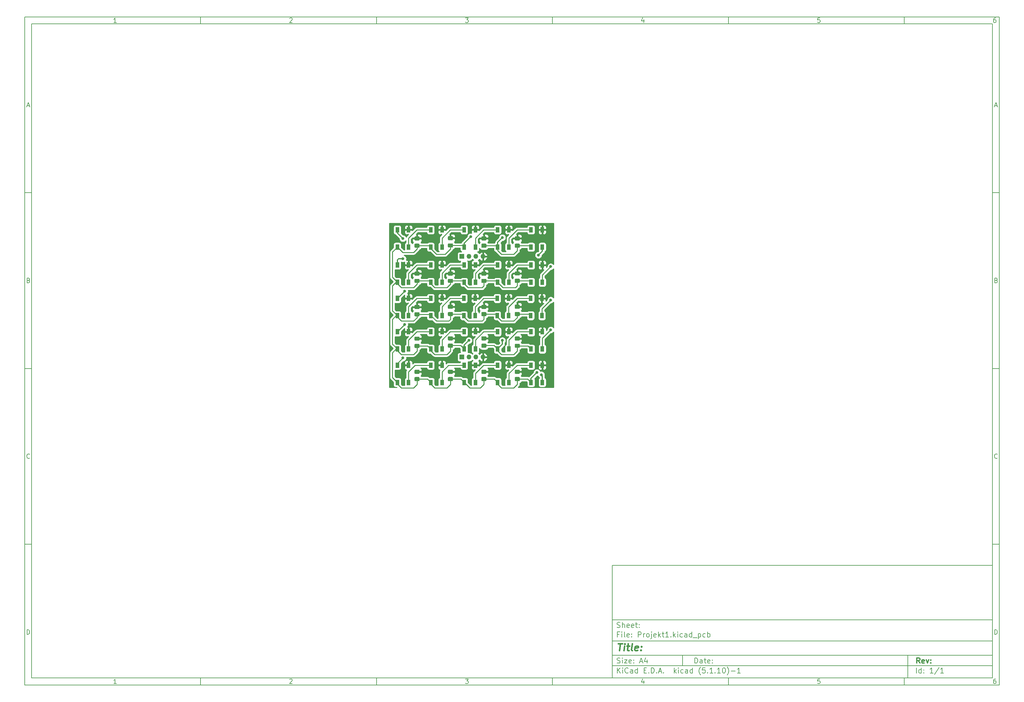
<source format=gbr>
%TF.GenerationSoftware,KiCad,Pcbnew,(5.1.10)-1*%
%TF.CreationDate,2021-11-12T10:13:00+01:00*%
%TF.ProjectId,Projekt1,50726f6a-656b-4743-912e-6b696361645f,rev?*%
%TF.SameCoordinates,Original*%
%TF.FileFunction,Copper,L1,Top*%
%TF.FilePolarity,Positive*%
%FSLAX46Y46*%
G04 Gerber Fmt 4.6, Leading zero omitted, Abs format (unit mm)*
G04 Created by KiCad (PCBNEW (5.1.10)-1) date 2021-11-12 10:13:00*
%MOMM*%
%LPD*%
G01*
G04 APERTURE LIST*
%ADD10C,0.100000*%
%ADD11C,0.150000*%
%ADD12C,0.300000*%
%ADD13C,0.400000*%
%TA.AperFunction,ComponentPad*%
%ADD14O,1.350000X1.350000*%
%TD*%
%TA.AperFunction,ComponentPad*%
%ADD15R,1.350000X1.350000*%
%TD*%
%TA.AperFunction,SMDPad,CuDef*%
%ADD16R,1.000000X1.500000*%
%TD*%
%TA.AperFunction,ViaPad*%
%ADD17C,0.800000*%
%TD*%
%TA.AperFunction,Conductor*%
%ADD18C,0.300000*%
%TD*%
%TA.AperFunction,Conductor*%
%ADD19C,0.250000*%
%TD*%
%TA.AperFunction,Conductor*%
%ADD20C,0.254000*%
%TD*%
%TA.AperFunction,Conductor*%
%ADD21C,0.100000*%
%TD*%
G04 APERTURE END LIST*
D10*
D11*
X177002200Y-166007200D02*
X177002200Y-198007200D01*
X285002200Y-198007200D01*
X285002200Y-166007200D01*
X177002200Y-166007200D01*
D10*
D11*
X10000000Y-10000000D02*
X10000000Y-200007200D01*
X287002200Y-200007200D01*
X287002200Y-10000000D01*
X10000000Y-10000000D01*
D10*
D11*
X12000000Y-12000000D02*
X12000000Y-198007200D01*
X285002200Y-198007200D01*
X285002200Y-12000000D01*
X12000000Y-12000000D01*
D10*
D11*
X60000000Y-12000000D02*
X60000000Y-10000000D01*
D10*
D11*
X110000000Y-12000000D02*
X110000000Y-10000000D01*
D10*
D11*
X160000000Y-12000000D02*
X160000000Y-10000000D01*
D10*
D11*
X210000000Y-12000000D02*
X210000000Y-10000000D01*
D10*
D11*
X260000000Y-12000000D02*
X260000000Y-10000000D01*
D10*
D11*
X36065476Y-11588095D02*
X35322619Y-11588095D01*
X35694047Y-11588095D02*
X35694047Y-10288095D01*
X35570238Y-10473809D01*
X35446428Y-10597619D01*
X35322619Y-10659523D01*
D10*
D11*
X85322619Y-10411904D02*
X85384523Y-10350000D01*
X85508333Y-10288095D01*
X85817857Y-10288095D01*
X85941666Y-10350000D01*
X86003571Y-10411904D01*
X86065476Y-10535714D01*
X86065476Y-10659523D01*
X86003571Y-10845238D01*
X85260714Y-11588095D01*
X86065476Y-11588095D01*
D10*
D11*
X135260714Y-10288095D02*
X136065476Y-10288095D01*
X135632142Y-10783333D01*
X135817857Y-10783333D01*
X135941666Y-10845238D01*
X136003571Y-10907142D01*
X136065476Y-11030952D01*
X136065476Y-11340476D01*
X136003571Y-11464285D01*
X135941666Y-11526190D01*
X135817857Y-11588095D01*
X135446428Y-11588095D01*
X135322619Y-11526190D01*
X135260714Y-11464285D01*
D10*
D11*
X185941666Y-10721428D02*
X185941666Y-11588095D01*
X185632142Y-10226190D02*
X185322619Y-11154761D01*
X186127380Y-11154761D01*
D10*
D11*
X236003571Y-10288095D02*
X235384523Y-10288095D01*
X235322619Y-10907142D01*
X235384523Y-10845238D01*
X235508333Y-10783333D01*
X235817857Y-10783333D01*
X235941666Y-10845238D01*
X236003571Y-10907142D01*
X236065476Y-11030952D01*
X236065476Y-11340476D01*
X236003571Y-11464285D01*
X235941666Y-11526190D01*
X235817857Y-11588095D01*
X235508333Y-11588095D01*
X235384523Y-11526190D01*
X235322619Y-11464285D01*
D10*
D11*
X285941666Y-10288095D02*
X285694047Y-10288095D01*
X285570238Y-10350000D01*
X285508333Y-10411904D01*
X285384523Y-10597619D01*
X285322619Y-10845238D01*
X285322619Y-11340476D01*
X285384523Y-11464285D01*
X285446428Y-11526190D01*
X285570238Y-11588095D01*
X285817857Y-11588095D01*
X285941666Y-11526190D01*
X286003571Y-11464285D01*
X286065476Y-11340476D01*
X286065476Y-11030952D01*
X286003571Y-10907142D01*
X285941666Y-10845238D01*
X285817857Y-10783333D01*
X285570238Y-10783333D01*
X285446428Y-10845238D01*
X285384523Y-10907142D01*
X285322619Y-11030952D01*
D10*
D11*
X60000000Y-198007200D02*
X60000000Y-200007200D01*
D10*
D11*
X110000000Y-198007200D02*
X110000000Y-200007200D01*
D10*
D11*
X160000000Y-198007200D02*
X160000000Y-200007200D01*
D10*
D11*
X210000000Y-198007200D02*
X210000000Y-200007200D01*
D10*
D11*
X260000000Y-198007200D02*
X260000000Y-200007200D01*
D10*
D11*
X36065476Y-199595295D02*
X35322619Y-199595295D01*
X35694047Y-199595295D02*
X35694047Y-198295295D01*
X35570238Y-198481009D01*
X35446428Y-198604819D01*
X35322619Y-198666723D01*
D10*
D11*
X85322619Y-198419104D02*
X85384523Y-198357200D01*
X85508333Y-198295295D01*
X85817857Y-198295295D01*
X85941666Y-198357200D01*
X86003571Y-198419104D01*
X86065476Y-198542914D01*
X86065476Y-198666723D01*
X86003571Y-198852438D01*
X85260714Y-199595295D01*
X86065476Y-199595295D01*
D10*
D11*
X135260714Y-198295295D02*
X136065476Y-198295295D01*
X135632142Y-198790533D01*
X135817857Y-198790533D01*
X135941666Y-198852438D01*
X136003571Y-198914342D01*
X136065476Y-199038152D01*
X136065476Y-199347676D01*
X136003571Y-199471485D01*
X135941666Y-199533390D01*
X135817857Y-199595295D01*
X135446428Y-199595295D01*
X135322619Y-199533390D01*
X135260714Y-199471485D01*
D10*
D11*
X185941666Y-198728628D02*
X185941666Y-199595295D01*
X185632142Y-198233390D02*
X185322619Y-199161961D01*
X186127380Y-199161961D01*
D10*
D11*
X236003571Y-198295295D02*
X235384523Y-198295295D01*
X235322619Y-198914342D01*
X235384523Y-198852438D01*
X235508333Y-198790533D01*
X235817857Y-198790533D01*
X235941666Y-198852438D01*
X236003571Y-198914342D01*
X236065476Y-199038152D01*
X236065476Y-199347676D01*
X236003571Y-199471485D01*
X235941666Y-199533390D01*
X235817857Y-199595295D01*
X235508333Y-199595295D01*
X235384523Y-199533390D01*
X235322619Y-199471485D01*
D10*
D11*
X285941666Y-198295295D02*
X285694047Y-198295295D01*
X285570238Y-198357200D01*
X285508333Y-198419104D01*
X285384523Y-198604819D01*
X285322619Y-198852438D01*
X285322619Y-199347676D01*
X285384523Y-199471485D01*
X285446428Y-199533390D01*
X285570238Y-199595295D01*
X285817857Y-199595295D01*
X285941666Y-199533390D01*
X286003571Y-199471485D01*
X286065476Y-199347676D01*
X286065476Y-199038152D01*
X286003571Y-198914342D01*
X285941666Y-198852438D01*
X285817857Y-198790533D01*
X285570238Y-198790533D01*
X285446428Y-198852438D01*
X285384523Y-198914342D01*
X285322619Y-199038152D01*
D10*
D11*
X10000000Y-60000000D02*
X12000000Y-60000000D01*
D10*
D11*
X10000000Y-110000000D02*
X12000000Y-110000000D01*
D10*
D11*
X10000000Y-160000000D02*
X12000000Y-160000000D01*
D10*
D11*
X10690476Y-35216666D02*
X11309523Y-35216666D01*
X10566666Y-35588095D02*
X11000000Y-34288095D01*
X11433333Y-35588095D01*
D10*
D11*
X11092857Y-84907142D02*
X11278571Y-84969047D01*
X11340476Y-85030952D01*
X11402380Y-85154761D01*
X11402380Y-85340476D01*
X11340476Y-85464285D01*
X11278571Y-85526190D01*
X11154761Y-85588095D01*
X10659523Y-85588095D01*
X10659523Y-84288095D01*
X11092857Y-84288095D01*
X11216666Y-84350000D01*
X11278571Y-84411904D01*
X11340476Y-84535714D01*
X11340476Y-84659523D01*
X11278571Y-84783333D01*
X11216666Y-84845238D01*
X11092857Y-84907142D01*
X10659523Y-84907142D01*
D10*
D11*
X11402380Y-135464285D02*
X11340476Y-135526190D01*
X11154761Y-135588095D01*
X11030952Y-135588095D01*
X10845238Y-135526190D01*
X10721428Y-135402380D01*
X10659523Y-135278571D01*
X10597619Y-135030952D01*
X10597619Y-134845238D01*
X10659523Y-134597619D01*
X10721428Y-134473809D01*
X10845238Y-134350000D01*
X11030952Y-134288095D01*
X11154761Y-134288095D01*
X11340476Y-134350000D01*
X11402380Y-134411904D01*
D10*
D11*
X10659523Y-185588095D02*
X10659523Y-184288095D01*
X10969047Y-184288095D01*
X11154761Y-184350000D01*
X11278571Y-184473809D01*
X11340476Y-184597619D01*
X11402380Y-184845238D01*
X11402380Y-185030952D01*
X11340476Y-185278571D01*
X11278571Y-185402380D01*
X11154761Y-185526190D01*
X10969047Y-185588095D01*
X10659523Y-185588095D01*
D10*
D11*
X287002200Y-60000000D02*
X285002200Y-60000000D01*
D10*
D11*
X287002200Y-110000000D02*
X285002200Y-110000000D01*
D10*
D11*
X287002200Y-160000000D02*
X285002200Y-160000000D01*
D10*
D11*
X285692676Y-35216666D02*
X286311723Y-35216666D01*
X285568866Y-35588095D02*
X286002200Y-34288095D01*
X286435533Y-35588095D01*
D10*
D11*
X286095057Y-84907142D02*
X286280771Y-84969047D01*
X286342676Y-85030952D01*
X286404580Y-85154761D01*
X286404580Y-85340476D01*
X286342676Y-85464285D01*
X286280771Y-85526190D01*
X286156961Y-85588095D01*
X285661723Y-85588095D01*
X285661723Y-84288095D01*
X286095057Y-84288095D01*
X286218866Y-84350000D01*
X286280771Y-84411904D01*
X286342676Y-84535714D01*
X286342676Y-84659523D01*
X286280771Y-84783333D01*
X286218866Y-84845238D01*
X286095057Y-84907142D01*
X285661723Y-84907142D01*
D10*
D11*
X286404580Y-135464285D02*
X286342676Y-135526190D01*
X286156961Y-135588095D01*
X286033152Y-135588095D01*
X285847438Y-135526190D01*
X285723628Y-135402380D01*
X285661723Y-135278571D01*
X285599819Y-135030952D01*
X285599819Y-134845238D01*
X285661723Y-134597619D01*
X285723628Y-134473809D01*
X285847438Y-134350000D01*
X286033152Y-134288095D01*
X286156961Y-134288095D01*
X286342676Y-134350000D01*
X286404580Y-134411904D01*
D10*
D11*
X285661723Y-185588095D02*
X285661723Y-184288095D01*
X285971247Y-184288095D01*
X286156961Y-184350000D01*
X286280771Y-184473809D01*
X286342676Y-184597619D01*
X286404580Y-184845238D01*
X286404580Y-185030952D01*
X286342676Y-185278571D01*
X286280771Y-185402380D01*
X286156961Y-185526190D01*
X285971247Y-185588095D01*
X285661723Y-185588095D01*
D10*
D11*
X200434342Y-193785771D02*
X200434342Y-192285771D01*
X200791485Y-192285771D01*
X201005771Y-192357200D01*
X201148628Y-192500057D01*
X201220057Y-192642914D01*
X201291485Y-192928628D01*
X201291485Y-193142914D01*
X201220057Y-193428628D01*
X201148628Y-193571485D01*
X201005771Y-193714342D01*
X200791485Y-193785771D01*
X200434342Y-193785771D01*
X202577200Y-193785771D02*
X202577200Y-193000057D01*
X202505771Y-192857200D01*
X202362914Y-192785771D01*
X202077200Y-192785771D01*
X201934342Y-192857200D01*
X202577200Y-193714342D02*
X202434342Y-193785771D01*
X202077200Y-193785771D01*
X201934342Y-193714342D01*
X201862914Y-193571485D01*
X201862914Y-193428628D01*
X201934342Y-193285771D01*
X202077200Y-193214342D01*
X202434342Y-193214342D01*
X202577200Y-193142914D01*
X203077200Y-192785771D02*
X203648628Y-192785771D01*
X203291485Y-192285771D02*
X203291485Y-193571485D01*
X203362914Y-193714342D01*
X203505771Y-193785771D01*
X203648628Y-193785771D01*
X204720057Y-193714342D02*
X204577200Y-193785771D01*
X204291485Y-193785771D01*
X204148628Y-193714342D01*
X204077200Y-193571485D01*
X204077200Y-193000057D01*
X204148628Y-192857200D01*
X204291485Y-192785771D01*
X204577200Y-192785771D01*
X204720057Y-192857200D01*
X204791485Y-193000057D01*
X204791485Y-193142914D01*
X204077200Y-193285771D01*
X205434342Y-193642914D02*
X205505771Y-193714342D01*
X205434342Y-193785771D01*
X205362914Y-193714342D01*
X205434342Y-193642914D01*
X205434342Y-193785771D01*
X205434342Y-192857200D02*
X205505771Y-192928628D01*
X205434342Y-193000057D01*
X205362914Y-192928628D01*
X205434342Y-192857200D01*
X205434342Y-193000057D01*
D10*
D11*
X177002200Y-194507200D02*
X285002200Y-194507200D01*
D10*
D11*
X178434342Y-196585771D02*
X178434342Y-195085771D01*
X179291485Y-196585771D02*
X178648628Y-195728628D01*
X179291485Y-195085771D02*
X178434342Y-195942914D01*
X179934342Y-196585771D02*
X179934342Y-195585771D01*
X179934342Y-195085771D02*
X179862914Y-195157200D01*
X179934342Y-195228628D01*
X180005771Y-195157200D01*
X179934342Y-195085771D01*
X179934342Y-195228628D01*
X181505771Y-196442914D02*
X181434342Y-196514342D01*
X181220057Y-196585771D01*
X181077200Y-196585771D01*
X180862914Y-196514342D01*
X180720057Y-196371485D01*
X180648628Y-196228628D01*
X180577200Y-195942914D01*
X180577200Y-195728628D01*
X180648628Y-195442914D01*
X180720057Y-195300057D01*
X180862914Y-195157200D01*
X181077200Y-195085771D01*
X181220057Y-195085771D01*
X181434342Y-195157200D01*
X181505771Y-195228628D01*
X182791485Y-196585771D02*
X182791485Y-195800057D01*
X182720057Y-195657200D01*
X182577200Y-195585771D01*
X182291485Y-195585771D01*
X182148628Y-195657200D01*
X182791485Y-196514342D02*
X182648628Y-196585771D01*
X182291485Y-196585771D01*
X182148628Y-196514342D01*
X182077200Y-196371485D01*
X182077200Y-196228628D01*
X182148628Y-196085771D01*
X182291485Y-196014342D01*
X182648628Y-196014342D01*
X182791485Y-195942914D01*
X184148628Y-196585771D02*
X184148628Y-195085771D01*
X184148628Y-196514342D02*
X184005771Y-196585771D01*
X183720057Y-196585771D01*
X183577200Y-196514342D01*
X183505771Y-196442914D01*
X183434342Y-196300057D01*
X183434342Y-195871485D01*
X183505771Y-195728628D01*
X183577200Y-195657200D01*
X183720057Y-195585771D01*
X184005771Y-195585771D01*
X184148628Y-195657200D01*
X186005771Y-195800057D02*
X186505771Y-195800057D01*
X186720057Y-196585771D02*
X186005771Y-196585771D01*
X186005771Y-195085771D01*
X186720057Y-195085771D01*
X187362914Y-196442914D02*
X187434342Y-196514342D01*
X187362914Y-196585771D01*
X187291485Y-196514342D01*
X187362914Y-196442914D01*
X187362914Y-196585771D01*
X188077200Y-196585771D02*
X188077200Y-195085771D01*
X188434342Y-195085771D01*
X188648628Y-195157200D01*
X188791485Y-195300057D01*
X188862914Y-195442914D01*
X188934342Y-195728628D01*
X188934342Y-195942914D01*
X188862914Y-196228628D01*
X188791485Y-196371485D01*
X188648628Y-196514342D01*
X188434342Y-196585771D01*
X188077200Y-196585771D01*
X189577200Y-196442914D02*
X189648628Y-196514342D01*
X189577200Y-196585771D01*
X189505771Y-196514342D01*
X189577200Y-196442914D01*
X189577200Y-196585771D01*
X190220057Y-196157200D02*
X190934342Y-196157200D01*
X190077200Y-196585771D02*
X190577200Y-195085771D01*
X191077200Y-196585771D01*
X191577200Y-196442914D02*
X191648628Y-196514342D01*
X191577200Y-196585771D01*
X191505771Y-196514342D01*
X191577200Y-196442914D01*
X191577200Y-196585771D01*
X194577200Y-196585771D02*
X194577200Y-195085771D01*
X194720057Y-196014342D02*
X195148628Y-196585771D01*
X195148628Y-195585771D02*
X194577200Y-196157200D01*
X195791485Y-196585771D02*
X195791485Y-195585771D01*
X195791485Y-195085771D02*
X195720057Y-195157200D01*
X195791485Y-195228628D01*
X195862914Y-195157200D01*
X195791485Y-195085771D01*
X195791485Y-195228628D01*
X197148628Y-196514342D02*
X197005771Y-196585771D01*
X196720057Y-196585771D01*
X196577200Y-196514342D01*
X196505771Y-196442914D01*
X196434342Y-196300057D01*
X196434342Y-195871485D01*
X196505771Y-195728628D01*
X196577200Y-195657200D01*
X196720057Y-195585771D01*
X197005771Y-195585771D01*
X197148628Y-195657200D01*
X198434342Y-196585771D02*
X198434342Y-195800057D01*
X198362914Y-195657200D01*
X198220057Y-195585771D01*
X197934342Y-195585771D01*
X197791485Y-195657200D01*
X198434342Y-196514342D02*
X198291485Y-196585771D01*
X197934342Y-196585771D01*
X197791485Y-196514342D01*
X197720057Y-196371485D01*
X197720057Y-196228628D01*
X197791485Y-196085771D01*
X197934342Y-196014342D01*
X198291485Y-196014342D01*
X198434342Y-195942914D01*
X199791485Y-196585771D02*
X199791485Y-195085771D01*
X199791485Y-196514342D02*
X199648628Y-196585771D01*
X199362914Y-196585771D01*
X199220057Y-196514342D01*
X199148628Y-196442914D01*
X199077200Y-196300057D01*
X199077200Y-195871485D01*
X199148628Y-195728628D01*
X199220057Y-195657200D01*
X199362914Y-195585771D01*
X199648628Y-195585771D01*
X199791485Y-195657200D01*
X202077200Y-197157200D02*
X202005771Y-197085771D01*
X201862914Y-196871485D01*
X201791485Y-196728628D01*
X201720057Y-196514342D01*
X201648628Y-196157200D01*
X201648628Y-195871485D01*
X201720057Y-195514342D01*
X201791485Y-195300057D01*
X201862914Y-195157200D01*
X202005771Y-194942914D01*
X202077200Y-194871485D01*
X203362914Y-195085771D02*
X202648628Y-195085771D01*
X202577200Y-195800057D01*
X202648628Y-195728628D01*
X202791485Y-195657200D01*
X203148628Y-195657200D01*
X203291485Y-195728628D01*
X203362914Y-195800057D01*
X203434342Y-195942914D01*
X203434342Y-196300057D01*
X203362914Y-196442914D01*
X203291485Y-196514342D01*
X203148628Y-196585771D01*
X202791485Y-196585771D01*
X202648628Y-196514342D01*
X202577200Y-196442914D01*
X204077200Y-196442914D02*
X204148628Y-196514342D01*
X204077200Y-196585771D01*
X204005771Y-196514342D01*
X204077200Y-196442914D01*
X204077200Y-196585771D01*
X205577200Y-196585771D02*
X204720057Y-196585771D01*
X205148628Y-196585771D02*
X205148628Y-195085771D01*
X205005771Y-195300057D01*
X204862914Y-195442914D01*
X204720057Y-195514342D01*
X206220057Y-196442914D02*
X206291485Y-196514342D01*
X206220057Y-196585771D01*
X206148628Y-196514342D01*
X206220057Y-196442914D01*
X206220057Y-196585771D01*
X207720057Y-196585771D02*
X206862914Y-196585771D01*
X207291485Y-196585771D02*
X207291485Y-195085771D01*
X207148628Y-195300057D01*
X207005771Y-195442914D01*
X206862914Y-195514342D01*
X208648628Y-195085771D02*
X208791485Y-195085771D01*
X208934342Y-195157200D01*
X209005771Y-195228628D01*
X209077200Y-195371485D01*
X209148628Y-195657200D01*
X209148628Y-196014342D01*
X209077200Y-196300057D01*
X209005771Y-196442914D01*
X208934342Y-196514342D01*
X208791485Y-196585771D01*
X208648628Y-196585771D01*
X208505771Y-196514342D01*
X208434342Y-196442914D01*
X208362914Y-196300057D01*
X208291485Y-196014342D01*
X208291485Y-195657200D01*
X208362914Y-195371485D01*
X208434342Y-195228628D01*
X208505771Y-195157200D01*
X208648628Y-195085771D01*
X209648628Y-197157200D02*
X209720057Y-197085771D01*
X209862914Y-196871485D01*
X209934342Y-196728628D01*
X210005771Y-196514342D01*
X210077200Y-196157200D01*
X210077200Y-195871485D01*
X210005771Y-195514342D01*
X209934342Y-195300057D01*
X209862914Y-195157200D01*
X209720057Y-194942914D01*
X209648628Y-194871485D01*
X210791485Y-196014342D02*
X211934342Y-196014342D01*
X213434342Y-196585771D02*
X212577200Y-196585771D01*
X213005771Y-196585771D02*
X213005771Y-195085771D01*
X212862914Y-195300057D01*
X212720057Y-195442914D01*
X212577200Y-195514342D01*
D10*
D11*
X177002200Y-191507200D02*
X285002200Y-191507200D01*
D10*
D12*
X264411485Y-193785771D02*
X263911485Y-193071485D01*
X263554342Y-193785771D02*
X263554342Y-192285771D01*
X264125771Y-192285771D01*
X264268628Y-192357200D01*
X264340057Y-192428628D01*
X264411485Y-192571485D01*
X264411485Y-192785771D01*
X264340057Y-192928628D01*
X264268628Y-193000057D01*
X264125771Y-193071485D01*
X263554342Y-193071485D01*
X265625771Y-193714342D02*
X265482914Y-193785771D01*
X265197200Y-193785771D01*
X265054342Y-193714342D01*
X264982914Y-193571485D01*
X264982914Y-193000057D01*
X265054342Y-192857200D01*
X265197200Y-192785771D01*
X265482914Y-192785771D01*
X265625771Y-192857200D01*
X265697200Y-193000057D01*
X265697200Y-193142914D01*
X264982914Y-193285771D01*
X266197200Y-192785771D02*
X266554342Y-193785771D01*
X266911485Y-192785771D01*
X267482914Y-193642914D02*
X267554342Y-193714342D01*
X267482914Y-193785771D01*
X267411485Y-193714342D01*
X267482914Y-193642914D01*
X267482914Y-193785771D01*
X267482914Y-192857200D02*
X267554342Y-192928628D01*
X267482914Y-193000057D01*
X267411485Y-192928628D01*
X267482914Y-192857200D01*
X267482914Y-193000057D01*
D10*
D11*
X178362914Y-193714342D02*
X178577200Y-193785771D01*
X178934342Y-193785771D01*
X179077200Y-193714342D01*
X179148628Y-193642914D01*
X179220057Y-193500057D01*
X179220057Y-193357200D01*
X179148628Y-193214342D01*
X179077200Y-193142914D01*
X178934342Y-193071485D01*
X178648628Y-193000057D01*
X178505771Y-192928628D01*
X178434342Y-192857200D01*
X178362914Y-192714342D01*
X178362914Y-192571485D01*
X178434342Y-192428628D01*
X178505771Y-192357200D01*
X178648628Y-192285771D01*
X179005771Y-192285771D01*
X179220057Y-192357200D01*
X179862914Y-193785771D02*
X179862914Y-192785771D01*
X179862914Y-192285771D02*
X179791485Y-192357200D01*
X179862914Y-192428628D01*
X179934342Y-192357200D01*
X179862914Y-192285771D01*
X179862914Y-192428628D01*
X180434342Y-192785771D02*
X181220057Y-192785771D01*
X180434342Y-193785771D01*
X181220057Y-193785771D01*
X182362914Y-193714342D02*
X182220057Y-193785771D01*
X181934342Y-193785771D01*
X181791485Y-193714342D01*
X181720057Y-193571485D01*
X181720057Y-193000057D01*
X181791485Y-192857200D01*
X181934342Y-192785771D01*
X182220057Y-192785771D01*
X182362914Y-192857200D01*
X182434342Y-193000057D01*
X182434342Y-193142914D01*
X181720057Y-193285771D01*
X183077200Y-193642914D02*
X183148628Y-193714342D01*
X183077200Y-193785771D01*
X183005771Y-193714342D01*
X183077200Y-193642914D01*
X183077200Y-193785771D01*
X183077200Y-192857200D02*
X183148628Y-192928628D01*
X183077200Y-193000057D01*
X183005771Y-192928628D01*
X183077200Y-192857200D01*
X183077200Y-193000057D01*
X184862914Y-193357200D02*
X185577200Y-193357200D01*
X184720057Y-193785771D02*
X185220057Y-192285771D01*
X185720057Y-193785771D01*
X186862914Y-192785771D02*
X186862914Y-193785771D01*
X186505771Y-192214342D02*
X186148628Y-193285771D01*
X187077200Y-193285771D01*
D10*
D11*
X263434342Y-196585771D02*
X263434342Y-195085771D01*
X264791485Y-196585771D02*
X264791485Y-195085771D01*
X264791485Y-196514342D02*
X264648628Y-196585771D01*
X264362914Y-196585771D01*
X264220057Y-196514342D01*
X264148628Y-196442914D01*
X264077200Y-196300057D01*
X264077200Y-195871485D01*
X264148628Y-195728628D01*
X264220057Y-195657200D01*
X264362914Y-195585771D01*
X264648628Y-195585771D01*
X264791485Y-195657200D01*
X265505771Y-196442914D02*
X265577200Y-196514342D01*
X265505771Y-196585771D01*
X265434342Y-196514342D01*
X265505771Y-196442914D01*
X265505771Y-196585771D01*
X265505771Y-195657200D02*
X265577200Y-195728628D01*
X265505771Y-195800057D01*
X265434342Y-195728628D01*
X265505771Y-195657200D01*
X265505771Y-195800057D01*
X268148628Y-196585771D02*
X267291485Y-196585771D01*
X267720057Y-196585771D02*
X267720057Y-195085771D01*
X267577200Y-195300057D01*
X267434342Y-195442914D01*
X267291485Y-195514342D01*
X269862914Y-195014342D02*
X268577200Y-196942914D01*
X271148628Y-196585771D02*
X270291485Y-196585771D01*
X270720057Y-196585771D02*
X270720057Y-195085771D01*
X270577200Y-195300057D01*
X270434342Y-195442914D01*
X270291485Y-195514342D01*
D10*
D11*
X177002200Y-187507200D02*
X285002200Y-187507200D01*
D10*
D13*
X178714580Y-188211961D02*
X179857438Y-188211961D01*
X179036009Y-190211961D02*
X179286009Y-188211961D01*
X180274104Y-190211961D02*
X180440771Y-188878628D01*
X180524104Y-188211961D02*
X180416961Y-188307200D01*
X180500295Y-188402438D01*
X180607438Y-188307200D01*
X180524104Y-188211961D01*
X180500295Y-188402438D01*
X181107438Y-188878628D02*
X181869342Y-188878628D01*
X181476485Y-188211961D02*
X181262200Y-189926247D01*
X181333628Y-190116723D01*
X181512200Y-190211961D01*
X181702676Y-190211961D01*
X182655057Y-190211961D02*
X182476485Y-190116723D01*
X182405057Y-189926247D01*
X182619342Y-188211961D01*
X184190771Y-190116723D02*
X183988390Y-190211961D01*
X183607438Y-190211961D01*
X183428866Y-190116723D01*
X183357438Y-189926247D01*
X183452676Y-189164342D01*
X183571723Y-188973866D01*
X183774104Y-188878628D01*
X184155057Y-188878628D01*
X184333628Y-188973866D01*
X184405057Y-189164342D01*
X184381247Y-189354819D01*
X183405057Y-189545295D01*
X185155057Y-190021485D02*
X185238390Y-190116723D01*
X185131247Y-190211961D01*
X185047914Y-190116723D01*
X185155057Y-190021485D01*
X185131247Y-190211961D01*
X185286009Y-188973866D02*
X185369342Y-189069104D01*
X185262200Y-189164342D01*
X185178866Y-189069104D01*
X185286009Y-188973866D01*
X185262200Y-189164342D01*
D10*
D11*
X178934342Y-185600057D02*
X178434342Y-185600057D01*
X178434342Y-186385771D02*
X178434342Y-184885771D01*
X179148628Y-184885771D01*
X179720057Y-186385771D02*
X179720057Y-185385771D01*
X179720057Y-184885771D02*
X179648628Y-184957200D01*
X179720057Y-185028628D01*
X179791485Y-184957200D01*
X179720057Y-184885771D01*
X179720057Y-185028628D01*
X180648628Y-186385771D02*
X180505771Y-186314342D01*
X180434342Y-186171485D01*
X180434342Y-184885771D01*
X181791485Y-186314342D02*
X181648628Y-186385771D01*
X181362914Y-186385771D01*
X181220057Y-186314342D01*
X181148628Y-186171485D01*
X181148628Y-185600057D01*
X181220057Y-185457200D01*
X181362914Y-185385771D01*
X181648628Y-185385771D01*
X181791485Y-185457200D01*
X181862914Y-185600057D01*
X181862914Y-185742914D01*
X181148628Y-185885771D01*
X182505771Y-186242914D02*
X182577200Y-186314342D01*
X182505771Y-186385771D01*
X182434342Y-186314342D01*
X182505771Y-186242914D01*
X182505771Y-186385771D01*
X182505771Y-185457200D02*
X182577200Y-185528628D01*
X182505771Y-185600057D01*
X182434342Y-185528628D01*
X182505771Y-185457200D01*
X182505771Y-185600057D01*
X184362914Y-186385771D02*
X184362914Y-184885771D01*
X184934342Y-184885771D01*
X185077200Y-184957200D01*
X185148628Y-185028628D01*
X185220057Y-185171485D01*
X185220057Y-185385771D01*
X185148628Y-185528628D01*
X185077200Y-185600057D01*
X184934342Y-185671485D01*
X184362914Y-185671485D01*
X185862914Y-186385771D02*
X185862914Y-185385771D01*
X185862914Y-185671485D02*
X185934342Y-185528628D01*
X186005771Y-185457200D01*
X186148628Y-185385771D01*
X186291485Y-185385771D01*
X187005771Y-186385771D02*
X186862914Y-186314342D01*
X186791485Y-186242914D01*
X186720057Y-186100057D01*
X186720057Y-185671485D01*
X186791485Y-185528628D01*
X186862914Y-185457200D01*
X187005771Y-185385771D01*
X187220057Y-185385771D01*
X187362914Y-185457200D01*
X187434342Y-185528628D01*
X187505771Y-185671485D01*
X187505771Y-186100057D01*
X187434342Y-186242914D01*
X187362914Y-186314342D01*
X187220057Y-186385771D01*
X187005771Y-186385771D01*
X188148628Y-185385771D02*
X188148628Y-186671485D01*
X188077200Y-186814342D01*
X187934342Y-186885771D01*
X187862914Y-186885771D01*
X188148628Y-184885771D02*
X188077200Y-184957200D01*
X188148628Y-185028628D01*
X188220057Y-184957200D01*
X188148628Y-184885771D01*
X188148628Y-185028628D01*
X189434342Y-186314342D02*
X189291485Y-186385771D01*
X189005771Y-186385771D01*
X188862914Y-186314342D01*
X188791485Y-186171485D01*
X188791485Y-185600057D01*
X188862914Y-185457200D01*
X189005771Y-185385771D01*
X189291485Y-185385771D01*
X189434342Y-185457200D01*
X189505771Y-185600057D01*
X189505771Y-185742914D01*
X188791485Y-185885771D01*
X190148628Y-186385771D02*
X190148628Y-184885771D01*
X190291485Y-185814342D02*
X190720057Y-186385771D01*
X190720057Y-185385771D02*
X190148628Y-185957200D01*
X191148628Y-185385771D02*
X191720057Y-185385771D01*
X191362914Y-184885771D02*
X191362914Y-186171485D01*
X191434342Y-186314342D01*
X191577200Y-186385771D01*
X191720057Y-186385771D01*
X193005771Y-186385771D02*
X192148628Y-186385771D01*
X192577200Y-186385771D02*
X192577200Y-184885771D01*
X192434342Y-185100057D01*
X192291485Y-185242914D01*
X192148628Y-185314342D01*
X193648628Y-186242914D02*
X193720057Y-186314342D01*
X193648628Y-186385771D01*
X193577200Y-186314342D01*
X193648628Y-186242914D01*
X193648628Y-186385771D01*
X194362914Y-186385771D02*
X194362914Y-184885771D01*
X194505771Y-185814342D02*
X194934342Y-186385771D01*
X194934342Y-185385771D02*
X194362914Y-185957200D01*
X195577200Y-186385771D02*
X195577200Y-185385771D01*
X195577200Y-184885771D02*
X195505771Y-184957200D01*
X195577200Y-185028628D01*
X195648628Y-184957200D01*
X195577200Y-184885771D01*
X195577200Y-185028628D01*
X196934342Y-186314342D02*
X196791485Y-186385771D01*
X196505771Y-186385771D01*
X196362914Y-186314342D01*
X196291485Y-186242914D01*
X196220057Y-186100057D01*
X196220057Y-185671485D01*
X196291485Y-185528628D01*
X196362914Y-185457200D01*
X196505771Y-185385771D01*
X196791485Y-185385771D01*
X196934342Y-185457200D01*
X198220057Y-186385771D02*
X198220057Y-185600057D01*
X198148628Y-185457200D01*
X198005771Y-185385771D01*
X197720057Y-185385771D01*
X197577200Y-185457200D01*
X198220057Y-186314342D02*
X198077200Y-186385771D01*
X197720057Y-186385771D01*
X197577200Y-186314342D01*
X197505771Y-186171485D01*
X197505771Y-186028628D01*
X197577200Y-185885771D01*
X197720057Y-185814342D01*
X198077200Y-185814342D01*
X198220057Y-185742914D01*
X199577200Y-186385771D02*
X199577200Y-184885771D01*
X199577200Y-186314342D02*
X199434342Y-186385771D01*
X199148628Y-186385771D01*
X199005771Y-186314342D01*
X198934342Y-186242914D01*
X198862914Y-186100057D01*
X198862914Y-185671485D01*
X198934342Y-185528628D01*
X199005771Y-185457200D01*
X199148628Y-185385771D01*
X199434342Y-185385771D01*
X199577200Y-185457200D01*
X199934342Y-186528628D02*
X201077200Y-186528628D01*
X201434342Y-185385771D02*
X201434342Y-186885771D01*
X201434342Y-185457200D02*
X201577200Y-185385771D01*
X201862914Y-185385771D01*
X202005771Y-185457200D01*
X202077200Y-185528628D01*
X202148628Y-185671485D01*
X202148628Y-186100057D01*
X202077200Y-186242914D01*
X202005771Y-186314342D01*
X201862914Y-186385771D01*
X201577200Y-186385771D01*
X201434342Y-186314342D01*
X203434342Y-186314342D02*
X203291485Y-186385771D01*
X203005771Y-186385771D01*
X202862914Y-186314342D01*
X202791485Y-186242914D01*
X202720057Y-186100057D01*
X202720057Y-185671485D01*
X202791485Y-185528628D01*
X202862914Y-185457200D01*
X203005771Y-185385771D01*
X203291485Y-185385771D01*
X203434342Y-185457200D01*
X204077200Y-186385771D02*
X204077200Y-184885771D01*
X204077200Y-185457200D02*
X204220057Y-185385771D01*
X204505771Y-185385771D01*
X204648628Y-185457200D01*
X204720057Y-185528628D01*
X204791485Y-185671485D01*
X204791485Y-186100057D01*
X204720057Y-186242914D01*
X204648628Y-186314342D01*
X204505771Y-186385771D01*
X204220057Y-186385771D01*
X204077200Y-186314342D01*
D10*
D11*
X177002200Y-181507200D02*
X285002200Y-181507200D01*
D10*
D11*
X178362914Y-183614342D02*
X178577200Y-183685771D01*
X178934342Y-183685771D01*
X179077200Y-183614342D01*
X179148628Y-183542914D01*
X179220057Y-183400057D01*
X179220057Y-183257200D01*
X179148628Y-183114342D01*
X179077200Y-183042914D01*
X178934342Y-182971485D01*
X178648628Y-182900057D01*
X178505771Y-182828628D01*
X178434342Y-182757200D01*
X178362914Y-182614342D01*
X178362914Y-182471485D01*
X178434342Y-182328628D01*
X178505771Y-182257200D01*
X178648628Y-182185771D01*
X179005771Y-182185771D01*
X179220057Y-182257200D01*
X179862914Y-183685771D02*
X179862914Y-182185771D01*
X180505771Y-183685771D02*
X180505771Y-182900057D01*
X180434342Y-182757200D01*
X180291485Y-182685771D01*
X180077200Y-182685771D01*
X179934342Y-182757200D01*
X179862914Y-182828628D01*
X181791485Y-183614342D02*
X181648628Y-183685771D01*
X181362914Y-183685771D01*
X181220057Y-183614342D01*
X181148628Y-183471485D01*
X181148628Y-182900057D01*
X181220057Y-182757200D01*
X181362914Y-182685771D01*
X181648628Y-182685771D01*
X181791485Y-182757200D01*
X181862914Y-182900057D01*
X181862914Y-183042914D01*
X181148628Y-183185771D01*
X183077200Y-183614342D02*
X182934342Y-183685771D01*
X182648628Y-183685771D01*
X182505771Y-183614342D01*
X182434342Y-183471485D01*
X182434342Y-182900057D01*
X182505771Y-182757200D01*
X182648628Y-182685771D01*
X182934342Y-182685771D01*
X183077200Y-182757200D01*
X183148628Y-182900057D01*
X183148628Y-183042914D01*
X182434342Y-183185771D01*
X183577200Y-182685771D02*
X184148628Y-182685771D01*
X183791485Y-182185771D02*
X183791485Y-183471485D01*
X183862914Y-183614342D01*
X184005771Y-183685771D01*
X184148628Y-183685771D01*
X184648628Y-183542914D02*
X184720057Y-183614342D01*
X184648628Y-183685771D01*
X184577200Y-183614342D01*
X184648628Y-183542914D01*
X184648628Y-183685771D01*
X184648628Y-182757200D02*
X184720057Y-182828628D01*
X184648628Y-182900057D01*
X184577200Y-182828628D01*
X184648628Y-182757200D01*
X184648628Y-182900057D01*
D10*
D11*
X197002200Y-191507200D02*
X197002200Y-194507200D01*
D10*
D11*
X261002200Y-191507200D02*
X261002200Y-198007200D01*
D14*
%TO.P,J2,4*%
%TO.N,GND*%
X140250000Y-106750000D03*
%TO.P,J2,3*%
%TO.N,+5V*%
X138250000Y-106750000D03*
%TO.P,J2,2*%
%TO.N,Net-(D25-Pad2)*%
X136250000Y-106750000D03*
D15*
%TO.P,J2,1*%
%TO.N,N/C*%
X134250000Y-106750000D03*
%TD*%
D14*
%TO.P,J1,4*%
%TO.N,GND*%
X140250000Y-78105000D03*
%TO.P,J1,3*%
%TO.N,+5V*%
X138250000Y-78105000D03*
%TO.P,J1,2*%
%TO.N,DATA_LED*%
X136250000Y-78105000D03*
D15*
%TO.P,J1,1*%
%TO.N,N/C*%
X134250000Y-78105000D03*
%TD*%
D16*
%TO.P,D24,1*%
%TO.N,+5V*%
X144400000Y-113950000D03*
%TO.P,D24,2*%
%TO.N,Net-(D24-Pad2)*%
X147600000Y-113950000D03*
%TO.P,D24,4*%
%TO.N,Net-(D23-Pad2)*%
X144400000Y-109050000D03*
%TO.P,D24,3*%
%TO.N,GND*%
X147600000Y-109050000D03*
%TD*%
%TO.P,D23,1*%
%TO.N,+5V*%
X134900000Y-113950000D03*
%TO.P,D23,2*%
%TO.N,Net-(D23-Pad2)*%
X138100000Y-113950000D03*
%TO.P,D23,4*%
%TO.N,Net-(D22-Pad2)*%
X134900000Y-109050000D03*
%TO.P,D23,3*%
%TO.N,GND*%
X138100000Y-109050000D03*
%TD*%
%TO.P,D22,1*%
%TO.N,+5V*%
X125400000Y-113950000D03*
%TO.P,D22,2*%
%TO.N,Net-(D22-Pad2)*%
X128600000Y-113950000D03*
%TO.P,D22,4*%
%TO.N,Net-(D21-Pad2)*%
X125400000Y-109050000D03*
%TO.P,D22,3*%
%TO.N,GND*%
X128600000Y-109050000D03*
%TD*%
%TO.P,D21,1*%
%TO.N,+5V*%
X115900000Y-113950000D03*
%TO.P,D21,2*%
%TO.N,Net-(D21-Pad2)*%
X119100000Y-113950000D03*
%TO.P,D21,4*%
%TO.N,Net-(D20-Pad2)*%
X115900000Y-109050000D03*
%TO.P,D21,3*%
%TO.N,GND*%
X119100000Y-109050000D03*
%TD*%
%TO.P,D16,1*%
%TO.N,+5V*%
X115900000Y-104450000D03*
%TO.P,D16,2*%
%TO.N,Net-(D16-Pad2)*%
X119100000Y-104450000D03*
%TO.P,D16,4*%
%TO.N,Net-(D15-Pad2)*%
X115900000Y-99550000D03*
%TO.P,D16,3*%
%TO.N,GND*%
X119100000Y-99550000D03*
%TD*%
%TO.P,D15,1*%
%TO.N,+5V*%
X153800000Y-94950000D03*
%TO.P,D15,2*%
%TO.N,Net-(D15-Pad2)*%
X157000000Y-94950000D03*
%TO.P,D15,4*%
%TO.N,Net-(D14-Pad2)*%
X153800000Y-90050000D03*
%TO.P,D15,3*%
%TO.N,GND*%
X157000000Y-90050000D03*
%TD*%
%TO.P,D14,1*%
%TO.N,+5V*%
X144300000Y-94950000D03*
%TO.P,D14,2*%
%TO.N,Net-(D14-Pad2)*%
X147500000Y-94950000D03*
%TO.P,D14,4*%
%TO.N,Net-(D13-Pad2)*%
X144300000Y-90050000D03*
%TO.P,D14,3*%
%TO.N,GND*%
X147500000Y-90050000D03*
%TD*%
%TO.P,D13,1*%
%TO.N,+5V*%
X134800000Y-94950000D03*
%TO.P,D13,2*%
%TO.N,Net-(D13-Pad2)*%
X138000000Y-94950000D03*
%TO.P,D13,4*%
%TO.N,Net-(D12-Pad2)*%
X134800000Y-90050000D03*
%TO.P,D13,3*%
%TO.N,GND*%
X138000000Y-90050000D03*
%TD*%
%TO.P,D8,1*%
%TO.N,+5V*%
X134900000Y-85450000D03*
%TO.P,D8,2*%
%TO.N,Net-(D8-Pad2)*%
X138100000Y-85450000D03*
%TO.P,D8,4*%
%TO.N,Net-(D7-Pad2)*%
X134900000Y-80550000D03*
%TO.P,D8,3*%
%TO.N,GND*%
X138100000Y-80550000D03*
%TD*%
%TO.P,D7,1*%
%TO.N,+5V*%
X125400000Y-85450000D03*
%TO.P,D7,2*%
%TO.N,Net-(D7-Pad2)*%
X128600000Y-85450000D03*
%TO.P,D7,4*%
%TO.N,Net-(D6-Pad2)*%
X125400000Y-80550000D03*
%TO.P,D7,3*%
%TO.N,GND*%
X128600000Y-80550000D03*
%TD*%
%TO.P,D6,1*%
%TO.N,+5V*%
X115900000Y-85450000D03*
%TO.P,D6,2*%
%TO.N,Net-(D6-Pad2)*%
X119100000Y-85450000D03*
%TO.P,D6,4*%
%TO.N,Net-(D5-Pad2)*%
X115900000Y-80550000D03*
%TO.P,D6,3*%
%TO.N,GND*%
X119100000Y-80550000D03*
%TD*%
%TO.P,D5,1*%
%TO.N,+5V*%
X153900000Y-75450000D03*
%TO.P,D5,2*%
%TO.N,Net-(D5-Pad2)*%
X157100000Y-75450000D03*
%TO.P,D5,4*%
%TO.N,Net-(D4-Pad2)*%
X153900000Y-70550000D03*
%TO.P,D5,3*%
%TO.N,GND*%
X157100000Y-70550000D03*
%TD*%
%TO.P,C24,2*%
%TO.N,GND*%
%TA.AperFunction,SMDPad,CuDef*%
G36*
G01*
X131475000Y-102012500D02*
X130525000Y-102012500D01*
G75*
G02*
X130275000Y-101762500I0J250000D01*
G01*
X130275000Y-101087500D01*
G75*
G02*
X130525000Y-100837500I250000J0D01*
G01*
X131475000Y-100837500D01*
G75*
G02*
X131725000Y-101087500I0J-250000D01*
G01*
X131725000Y-101762500D01*
G75*
G02*
X131475000Y-102012500I-250000J0D01*
G01*
G37*
%TD.AperFunction*%
%TO.P,C24,1*%
%TO.N,+5V*%
%TA.AperFunction,SMDPad,CuDef*%
G36*
G01*
X131475000Y-104087500D02*
X130525000Y-104087500D01*
G75*
G02*
X130275000Y-103837500I0J250000D01*
G01*
X130275000Y-103162500D01*
G75*
G02*
X130525000Y-102912500I250000J0D01*
G01*
X131475000Y-102912500D01*
G75*
G02*
X131725000Y-103162500I0J-250000D01*
G01*
X131725000Y-103837500D01*
G75*
G02*
X131475000Y-104087500I-250000J0D01*
G01*
G37*
%TD.AperFunction*%
%TD*%
%TO.P,C23,2*%
%TO.N,GND*%
%TA.AperFunction,SMDPad,CuDef*%
G36*
G01*
X150475000Y-111512500D02*
X149525000Y-111512500D01*
G75*
G02*
X149275000Y-111262500I0J250000D01*
G01*
X149275000Y-110587500D01*
G75*
G02*
X149525000Y-110337500I250000J0D01*
G01*
X150475000Y-110337500D01*
G75*
G02*
X150725000Y-110587500I0J-250000D01*
G01*
X150725000Y-111262500D01*
G75*
G02*
X150475000Y-111512500I-250000J0D01*
G01*
G37*
%TD.AperFunction*%
%TO.P,C23,1*%
%TO.N,+5V*%
%TA.AperFunction,SMDPad,CuDef*%
G36*
G01*
X150475000Y-113587500D02*
X149525000Y-113587500D01*
G75*
G02*
X149275000Y-113337500I0J250000D01*
G01*
X149275000Y-112662500D01*
G75*
G02*
X149525000Y-112412500I250000J0D01*
G01*
X150475000Y-112412500D01*
G75*
G02*
X150725000Y-112662500I0J-250000D01*
G01*
X150725000Y-113337500D01*
G75*
G02*
X150475000Y-113587500I-250000J0D01*
G01*
G37*
%TD.AperFunction*%
%TD*%
%TO.P,C22,2*%
%TO.N,GND*%
%TA.AperFunction,SMDPad,CuDef*%
G36*
G01*
X131475000Y-93012500D02*
X130525000Y-93012500D01*
G75*
G02*
X130275000Y-92762500I0J250000D01*
G01*
X130275000Y-92087500D01*
G75*
G02*
X130525000Y-91837500I250000J0D01*
G01*
X131475000Y-91837500D01*
G75*
G02*
X131725000Y-92087500I0J-250000D01*
G01*
X131725000Y-92762500D01*
G75*
G02*
X131475000Y-93012500I-250000J0D01*
G01*
G37*
%TD.AperFunction*%
%TO.P,C22,1*%
%TO.N,+5V*%
%TA.AperFunction,SMDPad,CuDef*%
G36*
G01*
X131475000Y-95087500D02*
X130525000Y-95087500D01*
G75*
G02*
X130275000Y-94837500I0J250000D01*
G01*
X130275000Y-94162500D01*
G75*
G02*
X130525000Y-93912500I250000J0D01*
G01*
X131475000Y-93912500D01*
G75*
G02*
X131725000Y-94162500I0J-250000D01*
G01*
X131725000Y-94837500D01*
G75*
G02*
X131475000Y-95087500I-250000J0D01*
G01*
G37*
%TD.AperFunction*%
%TD*%
%TO.P,C21,2*%
%TO.N,GND*%
%TA.AperFunction,SMDPad,CuDef*%
G36*
G01*
X140975000Y-93050000D02*
X140025000Y-93050000D01*
G75*
G02*
X139775000Y-92800000I0J250000D01*
G01*
X139775000Y-92125000D01*
G75*
G02*
X140025000Y-91875000I250000J0D01*
G01*
X140975000Y-91875000D01*
G75*
G02*
X141225000Y-92125000I0J-250000D01*
G01*
X141225000Y-92800000D01*
G75*
G02*
X140975000Y-93050000I-250000J0D01*
G01*
G37*
%TD.AperFunction*%
%TO.P,C21,1*%
%TO.N,+5V*%
%TA.AperFunction,SMDPad,CuDef*%
G36*
G01*
X140975000Y-95125000D02*
X140025000Y-95125000D01*
G75*
G02*
X139775000Y-94875000I0J250000D01*
G01*
X139775000Y-94200000D01*
G75*
G02*
X140025000Y-93950000I250000J0D01*
G01*
X140975000Y-93950000D01*
G75*
G02*
X141225000Y-94200000I0J-250000D01*
G01*
X141225000Y-94875000D01*
G75*
G02*
X140975000Y-95125000I-250000J0D01*
G01*
G37*
%TD.AperFunction*%
%TD*%
%TO.P,C16,2*%
%TO.N,GND*%
%TA.AperFunction,SMDPad,CuDef*%
G36*
G01*
X140975000Y-111512500D02*
X140025000Y-111512500D01*
G75*
G02*
X139775000Y-111262500I0J250000D01*
G01*
X139775000Y-110587500D01*
G75*
G02*
X140025000Y-110337500I250000J0D01*
G01*
X140975000Y-110337500D01*
G75*
G02*
X141225000Y-110587500I0J-250000D01*
G01*
X141225000Y-111262500D01*
G75*
G02*
X140975000Y-111512500I-250000J0D01*
G01*
G37*
%TD.AperFunction*%
%TO.P,C16,1*%
%TO.N,+5V*%
%TA.AperFunction,SMDPad,CuDef*%
G36*
G01*
X140975000Y-113587500D02*
X140025000Y-113587500D01*
G75*
G02*
X139775000Y-113337500I0J250000D01*
G01*
X139775000Y-112662500D01*
G75*
G02*
X140025000Y-112412500I250000J0D01*
G01*
X140975000Y-112412500D01*
G75*
G02*
X141225000Y-112662500I0J-250000D01*
G01*
X141225000Y-113337500D01*
G75*
G02*
X140975000Y-113587500I-250000J0D01*
G01*
G37*
%TD.AperFunction*%
%TD*%
%TO.P,C15,2*%
%TO.N,GND*%
%TA.AperFunction,SMDPad,CuDef*%
G36*
G01*
X140975000Y-102012500D02*
X140025000Y-102012500D01*
G75*
G02*
X139775000Y-101762500I0J250000D01*
G01*
X139775000Y-101087500D01*
G75*
G02*
X140025000Y-100837500I250000J0D01*
G01*
X140975000Y-100837500D01*
G75*
G02*
X141225000Y-101087500I0J-250000D01*
G01*
X141225000Y-101762500D01*
G75*
G02*
X140975000Y-102012500I-250000J0D01*
G01*
G37*
%TD.AperFunction*%
%TO.P,C15,1*%
%TO.N,+5V*%
%TA.AperFunction,SMDPad,CuDef*%
G36*
G01*
X140975000Y-104087500D02*
X140025000Y-104087500D01*
G75*
G02*
X139775000Y-103837500I0J250000D01*
G01*
X139775000Y-103162500D01*
G75*
G02*
X140025000Y-102912500I250000J0D01*
G01*
X140975000Y-102912500D01*
G75*
G02*
X141225000Y-103162500I0J-250000D01*
G01*
X141225000Y-103837500D01*
G75*
G02*
X140975000Y-104087500I-250000J0D01*
G01*
G37*
%TD.AperFunction*%
%TD*%
%TO.P,C14,2*%
%TO.N,GND*%
%TA.AperFunction,SMDPad,CuDef*%
G36*
G01*
X121975000Y-111512500D02*
X121025000Y-111512500D01*
G75*
G02*
X120775000Y-111262500I0J250000D01*
G01*
X120775000Y-110587500D01*
G75*
G02*
X121025000Y-110337500I250000J0D01*
G01*
X121975000Y-110337500D01*
G75*
G02*
X122225000Y-110587500I0J-250000D01*
G01*
X122225000Y-111262500D01*
G75*
G02*
X121975000Y-111512500I-250000J0D01*
G01*
G37*
%TD.AperFunction*%
%TO.P,C14,1*%
%TO.N,+5V*%
%TA.AperFunction,SMDPad,CuDef*%
G36*
G01*
X121975000Y-113587500D02*
X121025000Y-113587500D01*
G75*
G02*
X120775000Y-113337500I0J250000D01*
G01*
X120775000Y-112662500D01*
G75*
G02*
X121025000Y-112412500I250000J0D01*
G01*
X121975000Y-112412500D01*
G75*
G02*
X122225000Y-112662500I0J-250000D01*
G01*
X122225000Y-113337500D01*
G75*
G02*
X121975000Y-113587500I-250000J0D01*
G01*
G37*
%TD.AperFunction*%
%TD*%
%TO.P,C8,2*%
%TO.N,GND*%
%TA.AperFunction,SMDPad,CuDef*%
G36*
G01*
X131475000Y-111512500D02*
X130525000Y-111512500D01*
G75*
G02*
X130275000Y-111262500I0J250000D01*
G01*
X130275000Y-110587500D01*
G75*
G02*
X130525000Y-110337500I250000J0D01*
G01*
X131475000Y-110337500D01*
G75*
G02*
X131725000Y-110587500I0J-250000D01*
G01*
X131725000Y-111262500D01*
G75*
G02*
X131475000Y-111512500I-250000J0D01*
G01*
G37*
%TD.AperFunction*%
%TO.P,C8,1*%
%TO.N,+5V*%
%TA.AperFunction,SMDPad,CuDef*%
G36*
G01*
X131475000Y-113587500D02*
X130525000Y-113587500D01*
G75*
G02*
X130275000Y-113337500I0J250000D01*
G01*
X130275000Y-112662500D01*
G75*
G02*
X130525000Y-112412500I250000J0D01*
G01*
X131475000Y-112412500D01*
G75*
G02*
X131725000Y-112662500I0J-250000D01*
G01*
X131725000Y-113337500D01*
G75*
G02*
X131475000Y-113587500I-250000J0D01*
G01*
G37*
%TD.AperFunction*%
%TD*%
%TO.P,C7,2*%
%TO.N,GND*%
%TA.AperFunction,SMDPad,CuDef*%
G36*
G01*
X121975000Y-102087500D02*
X121025000Y-102087500D01*
G75*
G02*
X120775000Y-101837500I0J250000D01*
G01*
X120775000Y-101162500D01*
G75*
G02*
X121025000Y-100912500I250000J0D01*
G01*
X121975000Y-100912500D01*
G75*
G02*
X122225000Y-101162500I0J-250000D01*
G01*
X122225000Y-101837500D01*
G75*
G02*
X121975000Y-102087500I-250000J0D01*
G01*
G37*
%TD.AperFunction*%
%TO.P,C7,1*%
%TO.N,+5V*%
%TA.AperFunction,SMDPad,CuDef*%
G36*
G01*
X121975000Y-104162500D02*
X121025000Y-104162500D01*
G75*
G02*
X120775000Y-103912500I0J250000D01*
G01*
X120775000Y-103237500D01*
G75*
G02*
X121025000Y-102987500I250000J0D01*
G01*
X121975000Y-102987500D01*
G75*
G02*
X122225000Y-103237500I0J-250000D01*
G01*
X122225000Y-103912500D01*
G75*
G02*
X121975000Y-104162500I-250000J0D01*
G01*
G37*
%TD.AperFunction*%
%TD*%
%TO.P,C6,2*%
%TO.N,GND*%
%TA.AperFunction,SMDPad,CuDef*%
G36*
G01*
X150475000Y-93012500D02*
X149525000Y-93012500D01*
G75*
G02*
X149275000Y-92762500I0J250000D01*
G01*
X149275000Y-92087500D01*
G75*
G02*
X149525000Y-91837500I250000J0D01*
G01*
X150475000Y-91837500D01*
G75*
G02*
X150725000Y-92087500I0J-250000D01*
G01*
X150725000Y-92762500D01*
G75*
G02*
X150475000Y-93012500I-250000J0D01*
G01*
G37*
%TD.AperFunction*%
%TO.P,C6,1*%
%TO.N,+5V*%
%TA.AperFunction,SMDPad,CuDef*%
G36*
G01*
X150475000Y-95087500D02*
X149525000Y-95087500D01*
G75*
G02*
X149275000Y-94837500I0J250000D01*
G01*
X149275000Y-94162500D01*
G75*
G02*
X149525000Y-93912500I250000J0D01*
G01*
X150475000Y-93912500D01*
G75*
G02*
X150725000Y-94162500I0J-250000D01*
G01*
X150725000Y-94837500D01*
G75*
G02*
X150475000Y-95087500I-250000J0D01*
G01*
G37*
%TD.AperFunction*%
%TD*%
%TO.P,D3,1*%
%TO.N,+5V*%
X134900000Y-75450000D03*
%TO.P,D3,2*%
%TO.N,Net-(D3-Pad2)*%
X138100000Y-75450000D03*
%TO.P,D3,4*%
%TO.N,Net-(D2-Pad2)*%
X134900000Y-70550000D03*
%TO.P,D3,3*%
%TO.N,GND*%
X138100000Y-70550000D03*
%TD*%
%TO.P,D25,1*%
%TO.N,+5V*%
X153900000Y-113950000D03*
%TO.P,D25,2*%
%TO.N,Net-(D25-Pad2)*%
X157100000Y-113950000D03*
%TO.P,D25,4*%
%TO.N,Net-(D24-Pad2)*%
X153900000Y-109050000D03*
%TO.P,D25,3*%
%TO.N,GND*%
X157100000Y-109050000D03*
%TD*%
%TO.P,D20,1*%
%TO.N,+5V*%
X153900000Y-104450000D03*
%TO.P,D20,2*%
%TO.N,Net-(D20-Pad2)*%
X157100000Y-104450000D03*
%TO.P,D20,4*%
%TO.N,Net-(D19-Pad2)*%
X153900000Y-99550000D03*
%TO.P,D20,3*%
%TO.N,GND*%
X157100000Y-99550000D03*
%TD*%
%TO.P,D19,1*%
%TO.N,+5V*%
X144400000Y-104450000D03*
%TO.P,D19,2*%
%TO.N,Net-(D19-Pad2)*%
X147600000Y-104450000D03*
%TO.P,D19,4*%
%TO.N,Net-(D18-Pad2)*%
X144400000Y-99550000D03*
%TO.P,D19,3*%
%TO.N,GND*%
X147600000Y-99550000D03*
%TD*%
%TO.P,D18,1*%
%TO.N,+5V*%
X134900000Y-104450000D03*
%TO.P,D18,2*%
%TO.N,Net-(D18-Pad2)*%
X138100000Y-104450000D03*
%TO.P,D18,4*%
%TO.N,Net-(D17-Pad2)*%
X134900000Y-99550000D03*
%TO.P,D18,3*%
%TO.N,GND*%
X138100000Y-99550000D03*
%TD*%
%TO.P,D17,1*%
%TO.N,+5V*%
X125400000Y-104450000D03*
%TO.P,D17,2*%
%TO.N,Net-(D17-Pad2)*%
X128600000Y-104450000D03*
%TO.P,D17,4*%
%TO.N,Net-(D16-Pad2)*%
X125400000Y-99550000D03*
%TO.P,D17,3*%
%TO.N,GND*%
X128600000Y-99550000D03*
%TD*%
%TO.P,D12,1*%
%TO.N,+5V*%
X125400000Y-94950000D03*
%TO.P,D12,2*%
%TO.N,Net-(D12-Pad2)*%
X128600000Y-94950000D03*
%TO.P,D12,4*%
%TO.N,Net-(D11-Pad2)*%
X125400000Y-90050000D03*
%TO.P,D12,3*%
%TO.N,GND*%
X128600000Y-90050000D03*
%TD*%
%TO.P,D11,1*%
%TO.N,+5V*%
X115900000Y-94950000D03*
%TO.P,D11,2*%
%TO.N,Net-(D11-Pad2)*%
X119100000Y-94950000D03*
%TO.P,D11,4*%
%TO.N,Net-(D10-Pad2)*%
X115900000Y-90050000D03*
%TO.P,D11,3*%
%TO.N,GND*%
X119100000Y-90050000D03*
%TD*%
%TO.P,D10,1*%
%TO.N,+5V*%
X153900000Y-85450000D03*
%TO.P,D10,2*%
%TO.N,Net-(D10-Pad2)*%
X157100000Y-85450000D03*
%TO.P,D10,4*%
%TO.N,Net-(D10-Pad4)*%
X153900000Y-80550000D03*
%TO.P,D10,3*%
%TO.N,GND*%
X157100000Y-80550000D03*
%TD*%
%TO.P,D9,1*%
%TO.N,+5V*%
X144400000Y-85450000D03*
%TO.P,D9,2*%
%TO.N,Net-(D10-Pad4)*%
X147600000Y-85450000D03*
%TO.P,D9,4*%
%TO.N,Net-(D8-Pad2)*%
X144400000Y-80550000D03*
%TO.P,D9,3*%
%TO.N,GND*%
X147600000Y-80550000D03*
%TD*%
%TO.P,D4,1*%
%TO.N,+5V*%
X144400000Y-75450000D03*
%TO.P,D4,2*%
%TO.N,Net-(D4-Pad2)*%
X147600000Y-75450000D03*
%TO.P,D4,4*%
%TO.N,Net-(D3-Pad2)*%
X144400000Y-70550000D03*
%TO.P,D4,3*%
%TO.N,GND*%
X147600000Y-70550000D03*
%TD*%
%TO.P,D2,1*%
%TO.N,+5V*%
X125400000Y-75450000D03*
%TO.P,D2,2*%
%TO.N,Net-(D2-Pad2)*%
X128600000Y-75450000D03*
%TO.P,D2,4*%
%TO.N,Net-(D1-Pad2)*%
X125400000Y-70550000D03*
%TO.P,D2,3*%
%TO.N,GND*%
X128600000Y-70550000D03*
%TD*%
%TO.P,D1,1*%
%TO.N,+5V*%
X115900000Y-75450000D03*
%TO.P,D1,2*%
%TO.N,Net-(D1-Pad2)*%
X119100000Y-75450000D03*
%TO.P,D1,4*%
%TO.N,DATA_LED*%
X115900000Y-70550000D03*
%TO.P,D1,3*%
%TO.N,GND*%
X119100000Y-70550000D03*
%TD*%
%TO.P,C25,2*%
%TO.N,GND*%
%TA.AperFunction,SMDPad,CuDef*%
G36*
G01*
X121975000Y-93087500D02*
X121025000Y-93087500D01*
G75*
G02*
X120775000Y-92837500I0J250000D01*
G01*
X120775000Y-92162500D01*
G75*
G02*
X121025000Y-91912500I250000J0D01*
G01*
X121975000Y-91912500D01*
G75*
G02*
X122225000Y-92162500I0J-250000D01*
G01*
X122225000Y-92837500D01*
G75*
G02*
X121975000Y-93087500I-250000J0D01*
G01*
G37*
%TD.AperFunction*%
%TO.P,C25,1*%
%TO.N,+5V*%
%TA.AperFunction,SMDPad,CuDef*%
G36*
G01*
X121975000Y-95162500D02*
X121025000Y-95162500D01*
G75*
G02*
X120775000Y-94912500I0J250000D01*
G01*
X120775000Y-94237500D01*
G75*
G02*
X121025000Y-93987500I250000J0D01*
G01*
X121975000Y-93987500D01*
G75*
G02*
X122225000Y-94237500I0J-250000D01*
G01*
X122225000Y-94912500D01*
G75*
G02*
X121975000Y-95162500I-250000J0D01*
G01*
G37*
%TD.AperFunction*%
%TD*%
%TO.P,C20,2*%
%TO.N,GND*%
%TA.AperFunction,SMDPad,CuDef*%
G36*
G01*
X150475000Y-102050000D02*
X149525000Y-102050000D01*
G75*
G02*
X149275000Y-101800000I0J250000D01*
G01*
X149275000Y-101125000D01*
G75*
G02*
X149525000Y-100875000I250000J0D01*
G01*
X150475000Y-100875000D01*
G75*
G02*
X150725000Y-101125000I0J-250000D01*
G01*
X150725000Y-101800000D01*
G75*
G02*
X150475000Y-102050000I-250000J0D01*
G01*
G37*
%TD.AperFunction*%
%TO.P,C20,1*%
%TO.N,+5V*%
%TA.AperFunction,SMDPad,CuDef*%
G36*
G01*
X150475000Y-104125000D02*
X149525000Y-104125000D01*
G75*
G02*
X149275000Y-103875000I0J250000D01*
G01*
X149275000Y-103200000D01*
G75*
G02*
X149525000Y-102950000I250000J0D01*
G01*
X150475000Y-102950000D01*
G75*
G02*
X150725000Y-103200000I0J-250000D01*
G01*
X150725000Y-103875000D01*
G75*
G02*
X150475000Y-104125000I-250000J0D01*
G01*
G37*
%TD.AperFunction*%
%TD*%
%TO.P,C18,2*%
%TO.N,GND*%
%TA.AperFunction,SMDPad,CuDef*%
G36*
G01*
X150475000Y-83550000D02*
X149525000Y-83550000D01*
G75*
G02*
X149275000Y-83300000I0J250000D01*
G01*
X149275000Y-82625000D01*
G75*
G02*
X149525000Y-82375000I250000J0D01*
G01*
X150475000Y-82375000D01*
G75*
G02*
X150725000Y-82625000I0J-250000D01*
G01*
X150725000Y-83300000D01*
G75*
G02*
X150475000Y-83550000I-250000J0D01*
G01*
G37*
%TD.AperFunction*%
%TO.P,C18,1*%
%TO.N,+5V*%
%TA.AperFunction,SMDPad,CuDef*%
G36*
G01*
X150475000Y-85625000D02*
X149525000Y-85625000D01*
G75*
G02*
X149275000Y-85375000I0J250000D01*
G01*
X149275000Y-84700000D01*
G75*
G02*
X149525000Y-84450000I250000J0D01*
G01*
X150475000Y-84450000D01*
G75*
G02*
X150725000Y-84700000I0J-250000D01*
G01*
X150725000Y-85375000D01*
G75*
G02*
X150475000Y-85625000I-250000J0D01*
G01*
G37*
%TD.AperFunction*%
%TD*%
%TO.P,C17,2*%
%TO.N,GND*%
%TA.AperFunction,SMDPad,CuDef*%
G36*
G01*
X140975000Y-83587500D02*
X140025000Y-83587500D01*
G75*
G02*
X139775000Y-83337500I0J250000D01*
G01*
X139775000Y-82662500D01*
G75*
G02*
X140025000Y-82412500I250000J0D01*
G01*
X140975000Y-82412500D01*
G75*
G02*
X141225000Y-82662500I0J-250000D01*
G01*
X141225000Y-83337500D01*
G75*
G02*
X140975000Y-83587500I-250000J0D01*
G01*
G37*
%TD.AperFunction*%
%TO.P,C17,1*%
%TO.N,+5V*%
%TA.AperFunction,SMDPad,CuDef*%
G36*
G01*
X140975000Y-85662500D02*
X140025000Y-85662500D01*
G75*
G02*
X139775000Y-85412500I0J250000D01*
G01*
X139775000Y-84737500D01*
G75*
G02*
X140025000Y-84487500I250000J0D01*
G01*
X140975000Y-84487500D01*
G75*
G02*
X141225000Y-84737500I0J-250000D01*
G01*
X141225000Y-85412500D01*
G75*
G02*
X140975000Y-85662500I-250000J0D01*
G01*
G37*
%TD.AperFunction*%
%TD*%
%TO.P,C12,2*%
%TO.N,GND*%
%TA.AperFunction,SMDPad,CuDef*%
G36*
G01*
X131475000Y-83587500D02*
X130525000Y-83587500D01*
G75*
G02*
X130275000Y-83337500I0J250000D01*
G01*
X130275000Y-82662500D01*
G75*
G02*
X130525000Y-82412500I250000J0D01*
G01*
X131475000Y-82412500D01*
G75*
G02*
X131725000Y-82662500I0J-250000D01*
G01*
X131725000Y-83337500D01*
G75*
G02*
X131475000Y-83587500I-250000J0D01*
G01*
G37*
%TD.AperFunction*%
%TO.P,C12,1*%
%TO.N,+5V*%
%TA.AperFunction,SMDPad,CuDef*%
G36*
G01*
X131475000Y-85662500D02*
X130525000Y-85662500D01*
G75*
G02*
X130275000Y-85412500I0J250000D01*
G01*
X130275000Y-84737500D01*
G75*
G02*
X130525000Y-84487500I250000J0D01*
G01*
X131475000Y-84487500D01*
G75*
G02*
X131725000Y-84737500I0J-250000D01*
G01*
X131725000Y-85412500D01*
G75*
G02*
X131475000Y-85662500I-250000J0D01*
G01*
G37*
%TD.AperFunction*%
%TD*%
%TO.P,C11,2*%
%TO.N,GND*%
%TA.AperFunction,SMDPad,CuDef*%
G36*
G01*
X121975000Y-83587500D02*
X121025000Y-83587500D01*
G75*
G02*
X120775000Y-83337500I0J250000D01*
G01*
X120775000Y-82662500D01*
G75*
G02*
X121025000Y-82412500I250000J0D01*
G01*
X121975000Y-82412500D01*
G75*
G02*
X122225000Y-82662500I0J-250000D01*
G01*
X122225000Y-83337500D01*
G75*
G02*
X121975000Y-83587500I-250000J0D01*
G01*
G37*
%TD.AperFunction*%
%TO.P,C11,1*%
%TO.N,+5V*%
%TA.AperFunction,SMDPad,CuDef*%
G36*
G01*
X121975000Y-85662500D02*
X121025000Y-85662500D01*
G75*
G02*
X120775000Y-85412500I0J250000D01*
G01*
X120775000Y-84737500D01*
G75*
G02*
X121025000Y-84487500I250000J0D01*
G01*
X121975000Y-84487500D01*
G75*
G02*
X122225000Y-84737500I0J-250000D01*
G01*
X122225000Y-85412500D01*
G75*
G02*
X121975000Y-85662500I-250000J0D01*
G01*
G37*
%TD.AperFunction*%
%TD*%
%TO.P,C4,2*%
%TO.N,GND*%
%TA.AperFunction,SMDPad,CuDef*%
G36*
G01*
X150475000Y-73587500D02*
X149525000Y-73587500D01*
G75*
G02*
X149275000Y-73337500I0J250000D01*
G01*
X149275000Y-72662500D01*
G75*
G02*
X149525000Y-72412500I250000J0D01*
G01*
X150475000Y-72412500D01*
G75*
G02*
X150725000Y-72662500I0J-250000D01*
G01*
X150725000Y-73337500D01*
G75*
G02*
X150475000Y-73587500I-250000J0D01*
G01*
G37*
%TD.AperFunction*%
%TO.P,C4,1*%
%TO.N,+5V*%
%TA.AperFunction,SMDPad,CuDef*%
G36*
G01*
X150475000Y-75662500D02*
X149525000Y-75662500D01*
G75*
G02*
X149275000Y-75412500I0J250000D01*
G01*
X149275000Y-74737500D01*
G75*
G02*
X149525000Y-74487500I250000J0D01*
G01*
X150475000Y-74487500D01*
G75*
G02*
X150725000Y-74737500I0J-250000D01*
G01*
X150725000Y-75412500D01*
G75*
G02*
X150475000Y-75662500I-250000J0D01*
G01*
G37*
%TD.AperFunction*%
%TD*%
%TO.P,C3,2*%
%TO.N,GND*%
%TA.AperFunction,SMDPad,CuDef*%
G36*
G01*
X140975000Y-73587500D02*
X140025000Y-73587500D01*
G75*
G02*
X139775000Y-73337500I0J250000D01*
G01*
X139775000Y-72662500D01*
G75*
G02*
X140025000Y-72412500I250000J0D01*
G01*
X140975000Y-72412500D01*
G75*
G02*
X141225000Y-72662500I0J-250000D01*
G01*
X141225000Y-73337500D01*
G75*
G02*
X140975000Y-73587500I-250000J0D01*
G01*
G37*
%TD.AperFunction*%
%TO.P,C3,1*%
%TO.N,+5V*%
%TA.AperFunction,SMDPad,CuDef*%
G36*
G01*
X140975000Y-75662500D02*
X140025000Y-75662500D01*
G75*
G02*
X139775000Y-75412500I0J250000D01*
G01*
X139775000Y-74737500D01*
G75*
G02*
X140025000Y-74487500I250000J0D01*
G01*
X140975000Y-74487500D01*
G75*
G02*
X141225000Y-74737500I0J-250000D01*
G01*
X141225000Y-75412500D01*
G75*
G02*
X140975000Y-75662500I-250000J0D01*
G01*
G37*
%TD.AperFunction*%
%TD*%
%TO.P,C2,2*%
%TO.N,GND*%
%TA.AperFunction,SMDPad,CuDef*%
G36*
G01*
X131475000Y-73512500D02*
X130525000Y-73512500D01*
G75*
G02*
X130275000Y-73262500I0J250000D01*
G01*
X130275000Y-72587500D01*
G75*
G02*
X130525000Y-72337500I250000J0D01*
G01*
X131475000Y-72337500D01*
G75*
G02*
X131725000Y-72587500I0J-250000D01*
G01*
X131725000Y-73262500D01*
G75*
G02*
X131475000Y-73512500I-250000J0D01*
G01*
G37*
%TD.AperFunction*%
%TO.P,C2,1*%
%TO.N,+5V*%
%TA.AperFunction,SMDPad,CuDef*%
G36*
G01*
X131475000Y-75587500D02*
X130525000Y-75587500D01*
G75*
G02*
X130275000Y-75337500I0J250000D01*
G01*
X130275000Y-74662500D01*
G75*
G02*
X130525000Y-74412500I250000J0D01*
G01*
X131475000Y-74412500D01*
G75*
G02*
X131725000Y-74662500I0J-250000D01*
G01*
X131725000Y-75337500D01*
G75*
G02*
X131475000Y-75587500I-250000J0D01*
G01*
G37*
%TD.AperFunction*%
%TD*%
%TO.P,C1,2*%
%TO.N,GND*%
%TA.AperFunction,SMDPad,CuDef*%
G36*
G01*
X121975000Y-73587500D02*
X121025000Y-73587500D01*
G75*
G02*
X120775000Y-73337500I0J250000D01*
G01*
X120775000Y-72662500D01*
G75*
G02*
X121025000Y-72412500I250000J0D01*
G01*
X121975000Y-72412500D01*
G75*
G02*
X122225000Y-72662500I0J-250000D01*
G01*
X122225000Y-73337500D01*
G75*
G02*
X121975000Y-73587500I-250000J0D01*
G01*
G37*
%TD.AperFunction*%
%TO.P,C1,1*%
%TO.N,+5V*%
%TA.AperFunction,SMDPad,CuDef*%
G36*
G01*
X121975000Y-75662500D02*
X121025000Y-75662500D01*
G75*
G02*
X120775000Y-75412500I0J250000D01*
G01*
X120775000Y-74737500D01*
G75*
G02*
X121025000Y-74487500I250000J0D01*
G01*
X121975000Y-74487500D01*
G75*
G02*
X122225000Y-74737500I0J-250000D01*
G01*
X122225000Y-75412500D01*
G75*
G02*
X121975000Y-75662500I-250000J0D01*
G01*
G37*
%TD.AperFunction*%
%TD*%
D17*
%TO.N,GND*%
X122500000Y-97500000D03*
X151500000Y-88000000D03*
X151500000Y-106500000D03*
X130500000Y-78250000D03*
X142250000Y-96750000D03*
X131250000Y-106750000D03*
X151500000Y-78250000D03*
X133000000Y-111250000D03*
X123000000Y-88500000D03*
X123000000Y-78250000D03*
X123000000Y-107000000D03*
X151500000Y-96500000D03*
X132750000Y-96750000D03*
X132750000Y-88250000D03*
X142000000Y-88250000D03*
X144000000Y-106750000D03*
%TO.N,+5V*%
X155575000Y-111125000D03*
X136750000Y-72500000D03*
X145750000Y-72750000D03*
X136250000Y-102000000D03*
X145750000Y-102000000D03*
%TO.N,DATA_LED*%
X117475000Y-73025000D03*
%TO.N,Net-(D5-Pad2)*%
X156000000Y-77750000D03*
X117500000Y-78750000D03*
%TO.N,Net-(D10-Pad2)*%
X159500000Y-81000000D03*
X118000000Y-88000000D03*
%TO.N,Net-(D15-Pad2)*%
X159500000Y-90500000D03*
X118000000Y-97500000D03*
%TO.N,Net-(D20-Pad2)*%
X159500000Y-99000000D03*
X117500000Y-107000000D03*
%TO.N,Net-(D25-Pad2)*%
X156845000Y-111760000D03*
%TD*%
D18*
%TO.N,GND*%
X140500000Y-78080000D02*
X140525000Y-78105000D01*
D19*
%TO.N,+5V*%
X115900000Y-75450000D02*
X117450000Y-77000000D01*
X117450000Y-77000000D02*
X120500000Y-77000000D01*
X121500000Y-76000000D02*
X121500000Y-75075000D01*
X120500000Y-77000000D02*
X121500000Y-76000000D01*
X125025000Y-75075000D02*
X125400000Y-75450000D01*
X121500000Y-75075000D02*
X125025000Y-75075000D01*
X125400000Y-75450000D02*
X125400000Y-75900000D01*
X125400000Y-75900000D02*
X127000000Y-77500000D01*
X127000000Y-77500000D02*
X129500000Y-77500000D01*
X131000000Y-76000000D02*
X131000000Y-75000000D01*
X129500000Y-77500000D02*
X131000000Y-76000000D01*
X115900000Y-75450000D02*
X114500000Y-76850000D01*
X114500000Y-84050000D02*
X115900000Y-85450000D01*
X114500000Y-76850000D02*
X114500000Y-84050000D01*
X134450000Y-75000000D02*
X134900000Y-75450000D01*
X131000000Y-75000000D02*
X134450000Y-75000000D01*
X144025000Y-75075000D02*
X144400000Y-75450000D01*
X140500000Y-75075000D02*
X144025000Y-75075000D01*
X144400000Y-75450000D02*
X144400000Y-75900000D01*
X144400000Y-75450000D02*
X144450000Y-75450000D01*
X144400000Y-75450000D02*
X144400000Y-76400000D01*
X144400000Y-76400000D02*
X145500000Y-77500000D01*
X145500000Y-77500000D02*
X149000000Y-77500000D01*
X150000000Y-76500000D02*
X150000000Y-75075000D01*
X149000000Y-77500000D02*
X150000000Y-76500000D01*
X153525000Y-75075000D02*
X153900000Y-75450000D01*
X150000000Y-75075000D02*
X153525000Y-75075000D01*
X115900000Y-85450000D02*
X115900000Y-85900000D01*
X115900000Y-85900000D02*
X117000000Y-87000000D01*
X117000000Y-87000000D02*
X120500000Y-87000000D01*
X121500000Y-86000000D02*
X121500000Y-85075000D01*
X120500000Y-87000000D02*
X121500000Y-86000000D01*
X125025000Y-85075000D02*
X125400000Y-85450000D01*
X121500000Y-85075000D02*
X125025000Y-85075000D01*
X125400000Y-85450000D02*
X125400000Y-85900000D01*
X125400000Y-85900000D02*
X126500000Y-87000000D01*
X126500000Y-87000000D02*
X130000000Y-87000000D01*
X131000000Y-86000000D02*
X131000000Y-85075000D01*
X130000000Y-87000000D02*
X131000000Y-86000000D01*
X134525000Y-85075000D02*
X134900000Y-85450000D01*
X131000000Y-85075000D02*
X134525000Y-85075000D01*
X134900000Y-85450000D02*
X134900000Y-85900000D01*
X134900000Y-85900000D02*
X136000000Y-87000000D01*
X136000000Y-87000000D02*
X140000000Y-87000000D01*
X140500000Y-86500000D02*
X140500000Y-85075000D01*
X140000000Y-87000000D02*
X140500000Y-86500000D01*
X144025000Y-85075000D02*
X144400000Y-85450000D01*
X140500000Y-85075000D02*
X144025000Y-85075000D01*
X144400000Y-85450000D02*
X145950000Y-87000000D01*
X145950000Y-87000000D02*
X149500000Y-87000000D01*
X150000000Y-86500000D02*
X150000000Y-85037500D01*
X149500000Y-87000000D02*
X150000000Y-86500000D01*
X153487500Y-85037500D02*
X153900000Y-85450000D01*
X150000000Y-85037500D02*
X153487500Y-85037500D01*
X115900000Y-85450000D02*
X115550000Y-85450000D01*
X115550000Y-85450000D02*
X114500000Y-86500000D01*
X114500000Y-93550000D02*
X115900000Y-94950000D01*
X114500000Y-86500000D02*
X114500000Y-93550000D01*
X115900000Y-94950000D02*
X115900000Y-95400000D01*
X115900000Y-95400000D02*
X117000000Y-96500000D01*
X117000000Y-96500000D02*
X120500000Y-96500000D01*
X121500000Y-95500000D02*
X121500000Y-94575000D01*
X120500000Y-96500000D02*
X121500000Y-95500000D01*
X125025000Y-94575000D02*
X125400000Y-94950000D01*
X121500000Y-94575000D02*
X125025000Y-94575000D01*
X125400000Y-94950000D02*
X125450000Y-94950000D01*
X125450000Y-94950000D02*
X127000000Y-96500000D01*
X127000000Y-96500000D02*
X130500000Y-96500000D01*
X131000000Y-96000000D02*
X131000000Y-94500000D01*
X130500000Y-96500000D02*
X131000000Y-96000000D01*
X134350000Y-94500000D02*
X134800000Y-94950000D01*
X131000000Y-94500000D02*
X134350000Y-94500000D01*
X134800000Y-94950000D02*
X134800000Y-95300000D01*
X134800000Y-95300000D02*
X136000000Y-96500000D01*
X136000000Y-96500000D02*
X140000000Y-96500000D01*
X140500000Y-96000000D02*
X140500000Y-94537500D01*
X140000000Y-96500000D02*
X140500000Y-96000000D01*
X143887500Y-94537500D02*
X144300000Y-94950000D01*
X140500000Y-94537500D02*
X143887500Y-94537500D01*
X144300000Y-94950000D02*
X144300000Y-95300000D01*
X144300000Y-95300000D02*
X145500000Y-96500000D01*
X145500000Y-96500000D02*
X149000000Y-96500000D01*
X150000000Y-95500000D02*
X150000000Y-94500000D01*
X149000000Y-96500000D02*
X150000000Y-95500000D01*
X153350000Y-94500000D02*
X153800000Y-94950000D01*
X150000000Y-94500000D02*
X153350000Y-94500000D01*
X115900000Y-94950000D02*
X115550000Y-94950000D01*
X115550000Y-94950000D02*
X114500000Y-96000000D01*
X114500000Y-103050000D02*
X115900000Y-104450000D01*
X114500000Y-96000000D02*
X114500000Y-103050000D01*
X115900000Y-104450000D02*
X115900000Y-104900000D01*
X115900000Y-104900000D02*
X117000000Y-106000000D01*
X117000000Y-106000000D02*
X120500000Y-106000000D01*
X121500000Y-105000000D02*
X121500000Y-103575000D01*
X120500000Y-106000000D02*
X121500000Y-105000000D01*
X124525000Y-103575000D02*
X125400000Y-104450000D01*
X121500000Y-103575000D02*
X124525000Y-103575000D01*
X125400000Y-104450000D02*
X125400000Y-104900000D01*
X125400000Y-104900000D02*
X126500000Y-106000000D01*
X126500000Y-106000000D02*
X130000000Y-106000000D01*
X131000000Y-105000000D02*
X131000000Y-103500000D01*
X130000000Y-106000000D02*
X131000000Y-105000000D01*
X133874999Y-103424999D02*
X134900000Y-104450000D01*
X131075001Y-103424999D02*
X133874999Y-103424999D01*
X131000000Y-103500000D02*
X131075001Y-103424999D01*
X143374999Y-103424999D02*
X144400000Y-104450000D01*
X140575001Y-103424999D02*
X143374999Y-103424999D01*
X140500000Y-103500000D02*
X140575001Y-103424999D01*
X144400000Y-104450000D02*
X144400000Y-104900000D01*
X144400000Y-104900000D02*
X145500000Y-106000000D01*
X145500000Y-106000000D02*
X149000000Y-106000000D01*
X150000000Y-105000000D02*
X150000000Y-103537500D01*
X149000000Y-106000000D02*
X150000000Y-105000000D01*
X152987500Y-103537500D02*
X153900000Y-104450000D01*
X150000000Y-103537500D02*
X152987500Y-103537500D01*
X115900000Y-104450000D02*
X115550000Y-104450000D01*
X115550000Y-104450000D02*
X114500000Y-105500000D01*
X114500000Y-112550000D02*
X115900000Y-113950000D01*
X114500000Y-105500000D02*
X114500000Y-112550000D01*
X115900000Y-113950000D02*
X115900000Y-114400000D01*
X115900000Y-114400000D02*
X117000000Y-115500000D01*
X117000000Y-115500000D02*
X120500000Y-115500000D01*
X121500000Y-114500000D02*
X121500000Y-113000000D01*
X120500000Y-115500000D02*
X121500000Y-114500000D01*
X124450000Y-113000000D02*
X125400000Y-113950000D01*
X121500000Y-113000000D02*
X124450000Y-113000000D01*
X125400000Y-113950000D02*
X125400000Y-114400000D01*
X125400000Y-114400000D02*
X126500000Y-115500000D01*
X126500000Y-115500000D02*
X130000000Y-115500000D01*
X131000000Y-114500000D02*
X131000000Y-113000000D01*
X130000000Y-115500000D02*
X131000000Y-114500000D01*
X133950000Y-113000000D02*
X134900000Y-113950000D01*
X131000000Y-113000000D02*
X133950000Y-113000000D01*
X140500000Y-114500000D02*
X140500000Y-113000000D01*
X139500000Y-115500000D02*
X140500000Y-114500000D01*
X136500000Y-115500000D02*
X139500000Y-115500000D01*
X134950000Y-113950000D02*
X136500000Y-115500000D01*
X134900000Y-113950000D02*
X134950000Y-113950000D01*
X143450000Y-113000000D02*
X144400000Y-113950000D01*
X140500000Y-113000000D02*
X143450000Y-113000000D01*
X144400000Y-113950000D02*
X144400000Y-114400000D01*
X144400000Y-114400000D02*
X145500000Y-115500000D01*
X145500000Y-115500000D02*
X149000000Y-115500000D01*
X150000000Y-114500000D02*
X150000000Y-113000000D01*
X149000000Y-115500000D02*
X150000000Y-114500000D01*
X152950000Y-113000000D02*
X153900000Y-113950000D01*
X150000000Y-113000000D02*
X152950000Y-113000000D01*
D18*
X153900000Y-112800000D02*
X155575000Y-111125000D01*
X153900000Y-113950000D02*
X153900000Y-112800000D01*
X134900000Y-74350000D02*
X136750000Y-72500000D01*
X134900000Y-75450000D02*
X134900000Y-74350000D01*
X144400000Y-74100000D02*
X144400000Y-75450000D01*
X145750000Y-72750000D02*
X144400000Y-74100000D01*
X134900000Y-103350000D02*
X136250000Y-102000000D01*
X134900000Y-104450000D02*
X134900000Y-103350000D01*
X145750000Y-103100000D02*
X144400000Y-104450000D01*
X145750000Y-102000000D02*
X145750000Y-103100000D01*
D19*
%TO.N,Net-(D1-Pad2)*%
X119100000Y-75450000D02*
X119100000Y-72900000D01*
X121450000Y-70550000D02*
X125400000Y-70550000D01*
X119100000Y-72900000D02*
X121450000Y-70550000D01*
D18*
%TO.N,DATA_LED*%
X115900000Y-71450000D02*
X117475000Y-73025000D01*
X115900000Y-70550000D02*
X115900000Y-71450000D01*
D19*
%TO.N,Net-(D2-Pad2)*%
X128600000Y-75450000D02*
X128600000Y-72900000D01*
X130950000Y-70550000D02*
X134900000Y-70550000D01*
X128600000Y-72900000D02*
X130950000Y-70550000D01*
%TO.N,Net-(D3-Pad2)*%
X138100000Y-75450000D02*
X138100000Y-72900000D01*
X140450000Y-70550000D02*
X144400000Y-70550000D01*
X138100000Y-72900000D02*
X140450000Y-70550000D01*
%TO.N,Net-(D4-Pad2)*%
X147600000Y-75450000D02*
X147600000Y-72900000D01*
X149950000Y-70550000D02*
X153900000Y-70550000D01*
X147600000Y-72900000D02*
X149950000Y-70550000D01*
D18*
%TO.N,Net-(D5-Pad2)*%
X157100000Y-76650000D02*
X156000000Y-77750000D01*
X157100000Y-75450000D02*
X157100000Y-76650000D01*
X115900000Y-79100000D02*
X115900000Y-80550000D01*
X116250000Y-78750000D02*
X115900000Y-79100000D01*
X117500000Y-78750000D02*
X116250000Y-78750000D01*
D19*
%TO.N,Net-(D6-Pad2)*%
X119100000Y-85450000D02*
X119100000Y-82900000D01*
X121450000Y-80550000D02*
X125400000Y-80550000D01*
X119100000Y-82900000D02*
X121450000Y-80550000D01*
%TO.N,Net-(D7-Pad2)*%
X128600000Y-85450000D02*
X128600000Y-82900000D01*
X130950000Y-80550000D02*
X134900000Y-80550000D01*
X128600000Y-82900000D02*
X130950000Y-80550000D01*
%TO.N,Net-(D8-Pad2)*%
X138100000Y-85450000D02*
X138100000Y-82900000D01*
X140450000Y-80550000D02*
X144400000Y-80550000D01*
X138100000Y-82900000D02*
X140450000Y-80550000D01*
%TO.N,Net-(D10-Pad4)*%
X147600000Y-85450000D02*
X147600000Y-82900000D01*
X149950000Y-80550000D02*
X153900000Y-80550000D01*
X147600000Y-82900000D02*
X149950000Y-80550000D01*
%TO.N,Net-(D10-Pad2)*%
X157100000Y-83400000D02*
X159500000Y-81000000D01*
X157100000Y-85450000D02*
X157100000Y-83400000D01*
X115950000Y-90050000D02*
X115900000Y-90050000D01*
X118000000Y-88000000D02*
X115950000Y-90050000D01*
%TO.N,Net-(D11-Pad2)*%
X119100000Y-94950000D02*
X119100000Y-92400000D01*
X121450000Y-90050000D02*
X125400000Y-90050000D01*
X119100000Y-92400000D02*
X121450000Y-90050000D01*
%TO.N,Net-(D12-Pad2)*%
X128600000Y-94950000D02*
X128600000Y-92400000D01*
X130950000Y-90050000D02*
X134800000Y-90050000D01*
X128600000Y-92400000D02*
X130950000Y-90050000D01*
%TO.N,Net-(D13-Pad2)*%
X138000000Y-94950000D02*
X138000000Y-92500000D01*
X140450000Y-90050000D02*
X144300000Y-90050000D01*
X138000000Y-92500000D02*
X140450000Y-90050000D01*
%TO.N,Net-(D14-Pad2)*%
X147500000Y-94950000D02*
X147500000Y-92500000D01*
X149950000Y-90050000D02*
X153800000Y-90050000D01*
X147500000Y-92500000D02*
X149950000Y-90050000D01*
%TO.N,Net-(D15-Pad2)*%
X157000000Y-93000000D02*
X159500000Y-90500000D01*
X157000000Y-94950000D02*
X157000000Y-93000000D01*
X115950000Y-99550000D02*
X115900000Y-99550000D01*
X118000000Y-97500000D02*
X115950000Y-99550000D01*
%TO.N,Net-(D16-Pad2)*%
X119100000Y-104450000D02*
X119100000Y-101900000D01*
X121450000Y-99550000D02*
X125400000Y-99550000D01*
X119100000Y-101900000D02*
X121450000Y-99550000D01*
%TO.N,Net-(D20-Pad2)*%
X157100000Y-101400000D02*
X159500000Y-99000000D01*
X157100000Y-104450000D02*
X157100000Y-101400000D01*
X115900000Y-108600000D02*
X115900000Y-109050000D01*
X117500000Y-107000000D02*
X115900000Y-108600000D01*
%TO.N,Net-(D24-Pad2)*%
X147600000Y-113950000D02*
X147600000Y-111400000D01*
X149950000Y-109050000D02*
X153900000Y-109050000D01*
X147600000Y-111400000D02*
X149950000Y-109050000D01*
%TO.N,Net-(D17-Pad2)*%
X128600000Y-104450000D02*
X128600000Y-101900000D01*
X130950000Y-99550000D02*
X134900000Y-99550000D01*
X128600000Y-101900000D02*
X130950000Y-99550000D01*
%TO.N,Net-(D18-Pad2)*%
X138100000Y-104450000D02*
X138100000Y-101900000D01*
X140450000Y-99550000D02*
X144400000Y-99550000D01*
X138100000Y-101900000D02*
X140450000Y-99550000D01*
%TO.N,Net-(D19-Pad2)*%
X147600000Y-104450000D02*
X147600000Y-101900000D01*
X149950000Y-99550000D02*
X153900000Y-99550000D01*
X147600000Y-101900000D02*
X149950000Y-99550000D01*
%TO.N,Net-(D21-Pad2)*%
X119100000Y-113950000D02*
X119100000Y-110900000D01*
X120950000Y-109050000D02*
X125400000Y-109050000D01*
X119100000Y-110900000D02*
X120950000Y-109050000D01*
%TO.N,Net-(D22-Pad2)*%
X128600000Y-113950000D02*
X128600000Y-110900000D01*
X130450000Y-109050000D02*
X134900000Y-109050000D01*
X128600000Y-110900000D02*
X130450000Y-109050000D01*
%TO.N,Net-(D23-Pad2)*%
X138100000Y-113950000D02*
X138100000Y-111400000D01*
X140450000Y-109050000D02*
X144400000Y-109050000D01*
X138100000Y-111400000D02*
X140450000Y-109050000D01*
D18*
%TO.N,Net-(D25-Pad2)*%
X157100000Y-112015000D02*
X156845000Y-111760000D01*
X157100000Y-113950000D02*
X157100000Y-112015000D01*
%TD*%
D20*
%TO.N,GND*%
X160340000Y-80394199D02*
X160303937Y-80340226D01*
X160159774Y-80196063D01*
X159990256Y-80082795D01*
X159801898Y-80004774D01*
X159601939Y-79965000D01*
X159398061Y-79965000D01*
X159198102Y-80004774D01*
X159009744Y-80082795D01*
X158840226Y-80196063D01*
X158696063Y-80340226D01*
X158582795Y-80509744D01*
X158504774Y-80698102D01*
X158465000Y-80898061D01*
X158465000Y-80960198D01*
X158237330Y-81187868D01*
X158235000Y-80835750D01*
X158076250Y-80677000D01*
X157227000Y-80677000D01*
X157227000Y-81776250D01*
X157385750Y-81935000D01*
X157488722Y-81936476D01*
X156588998Y-82836201D01*
X156560000Y-82859999D01*
X156536202Y-82888997D01*
X156536201Y-82888998D01*
X156465026Y-82975724D01*
X156394454Y-83107754D01*
X156368825Y-83192246D01*
X156351837Y-83248250D01*
X156350998Y-83251015D01*
X156336324Y-83400000D01*
X156340001Y-83437332D01*
X156340001Y-84118954D01*
X156245506Y-84169463D01*
X156148815Y-84248815D01*
X156069463Y-84345506D01*
X156010498Y-84455820D01*
X155974188Y-84575518D01*
X155961928Y-84700000D01*
X155961928Y-86200000D01*
X155974188Y-86324482D01*
X156010498Y-86444180D01*
X156069463Y-86554494D01*
X156148815Y-86651185D01*
X156245506Y-86730537D01*
X156355820Y-86789502D01*
X156475518Y-86825812D01*
X156600000Y-86838072D01*
X157600000Y-86838072D01*
X157724482Y-86825812D01*
X157844180Y-86789502D01*
X157954494Y-86730537D01*
X158051185Y-86651185D01*
X158130537Y-86554494D01*
X158189502Y-86444180D01*
X158225812Y-86324482D01*
X158238072Y-86200000D01*
X158238072Y-84700000D01*
X158225812Y-84575518D01*
X158189502Y-84455820D01*
X158130537Y-84345506D01*
X158051185Y-84248815D01*
X157954494Y-84169463D01*
X157860000Y-84118954D01*
X157860000Y-83714801D01*
X159539802Y-82035000D01*
X159601939Y-82035000D01*
X159801898Y-81995226D01*
X159990256Y-81917205D01*
X160159774Y-81803937D01*
X160303937Y-81659774D01*
X160340000Y-81605801D01*
X160340000Y-89894199D01*
X160303937Y-89840226D01*
X160159774Y-89696063D01*
X159990256Y-89582795D01*
X159801898Y-89504774D01*
X159601939Y-89465000D01*
X159398061Y-89465000D01*
X159198102Y-89504774D01*
X159009744Y-89582795D01*
X158840226Y-89696063D01*
X158696063Y-89840226D01*
X158582795Y-90009744D01*
X158504774Y-90198102D01*
X158465000Y-90398061D01*
X158465000Y-90460198D01*
X158137987Y-90787211D01*
X158135000Y-90335750D01*
X157976250Y-90177000D01*
X157127000Y-90177000D01*
X157127000Y-91276250D01*
X157285750Y-91435000D01*
X157487309Y-91437890D01*
X156488998Y-92436201D01*
X156460000Y-92459999D01*
X156436202Y-92488997D01*
X156436201Y-92488998D01*
X156365026Y-92575724D01*
X156294454Y-92707754D01*
X156250998Y-92851015D01*
X156236324Y-93000000D01*
X156240001Y-93037332D01*
X156240001Y-93618954D01*
X156145506Y-93669463D01*
X156048815Y-93748815D01*
X155969463Y-93845506D01*
X155910498Y-93955820D01*
X155874188Y-94075518D01*
X155861928Y-94200000D01*
X155861928Y-95700000D01*
X155874188Y-95824482D01*
X155910498Y-95944180D01*
X155969463Y-96054494D01*
X156048815Y-96151185D01*
X156145506Y-96230537D01*
X156255820Y-96289502D01*
X156375518Y-96325812D01*
X156500000Y-96338072D01*
X157500000Y-96338072D01*
X157624482Y-96325812D01*
X157744180Y-96289502D01*
X157854494Y-96230537D01*
X157951185Y-96151185D01*
X158030537Y-96054494D01*
X158089502Y-95944180D01*
X158125812Y-95824482D01*
X158138072Y-95700000D01*
X158138072Y-94200000D01*
X158125812Y-94075518D01*
X158089502Y-93955820D01*
X158030537Y-93845506D01*
X157951185Y-93748815D01*
X157854494Y-93669463D01*
X157760000Y-93618954D01*
X157760000Y-93314801D01*
X159539802Y-91535000D01*
X159601939Y-91535000D01*
X159801898Y-91495226D01*
X159990256Y-91417205D01*
X160159774Y-91303937D01*
X160303937Y-91159774D01*
X160340000Y-91105801D01*
X160340001Y-98394199D01*
X160303937Y-98340226D01*
X160159774Y-98196063D01*
X159990256Y-98082795D01*
X159801898Y-98004774D01*
X159601939Y-97965000D01*
X159398061Y-97965000D01*
X159198102Y-98004774D01*
X159009744Y-98082795D01*
X158840226Y-98196063D01*
X158696063Y-98340226D01*
X158582795Y-98509744D01*
X158504774Y-98698102D01*
X158465000Y-98898061D01*
X158465000Y-98960198D01*
X158235493Y-99189705D01*
X158238072Y-98800000D01*
X158225812Y-98675518D01*
X158189502Y-98555820D01*
X158130537Y-98445506D01*
X158051185Y-98348815D01*
X157954494Y-98269463D01*
X157844180Y-98210498D01*
X157724482Y-98174188D01*
X157600000Y-98161928D01*
X157385750Y-98165000D01*
X157227000Y-98323750D01*
X157227000Y-99423000D01*
X157247000Y-99423000D01*
X157247000Y-99677000D01*
X157227000Y-99677000D01*
X157227000Y-99697000D01*
X156973000Y-99697000D01*
X156973000Y-99677000D01*
X156123750Y-99677000D01*
X155965000Y-99835750D01*
X155961928Y-100300000D01*
X155974188Y-100424482D01*
X156010498Y-100544180D01*
X156069463Y-100654494D01*
X156148815Y-100751185D01*
X156245506Y-100830537D01*
X156355820Y-100889502D01*
X156475518Y-100925812D01*
X156503710Y-100928589D01*
X156465026Y-100975724D01*
X156394454Y-101107754D01*
X156350998Y-101251015D01*
X156336324Y-101400000D01*
X156340001Y-101437332D01*
X156340000Y-103118954D01*
X156245506Y-103169463D01*
X156148815Y-103248815D01*
X156069463Y-103345506D01*
X156010498Y-103455820D01*
X155974188Y-103575518D01*
X155961928Y-103700000D01*
X155961928Y-105200000D01*
X155974188Y-105324482D01*
X156010498Y-105444180D01*
X156069463Y-105554494D01*
X156148815Y-105651185D01*
X156245506Y-105730537D01*
X156355820Y-105789502D01*
X156475518Y-105825812D01*
X156600000Y-105838072D01*
X157600000Y-105838072D01*
X157724482Y-105825812D01*
X157844180Y-105789502D01*
X157954494Y-105730537D01*
X158051185Y-105651185D01*
X158130537Y-105554494D01*
X158189502Y-105444180D01*
X158225812Y-105324482D01*
X158238072Y-105200000D01*
X158238072Y-103700000D01*
X158225812Y-103575518D01*
X158189502Y-103455820D01*
X158130537Y-103345506D01*
X158051185Y-103248815D01*
X157954494Y-103169463D01*
X157860000Y-103118954D01*
X157860000Y-101714801D01*
X159539802Y-100035000D01*
X159601939Y-100035000D01*
X159801898Y-99995226D01*
X159990256Y-99917205D01*
X160159774Y-99803937D01*
X160303937Y-99659774D01*
X160340001Y-99605801D01*
X160340001Y-115340000D01*
X150234802Y-115340000D01*
X150511004Y-115063798D01*
X150540001Y-115040001D01*
X150634974Y-114924276D01*
X150705546Y-114792247D01*
X150749003Y-114648986D01*
X150760000Y-114537333D01*
X150760000Y-114537332D01*
X150763677Y-114500000D01*
X150760000Y-114462667D01*
X150760000Y-114174610D01*
X150814850Y-114157972D01*
X150968386Y-114075905D01*
X151102962Y-113965462D01*
X151213405Y-113830886D01*
X151251294Y-113760000D01*
X152635199Y-113760000D01*
X152761928Y-113886729D01*
X152761928Y-114700000D01*
X152774188Y-114824482D01*
X152810498Y-114944180D01*
X152869463Y-115054494D01*
X152948815Y-115151185D01*
X153045506Y-115230537D01*
X153155820Y-115289502D01*
X153275518Y-115325812D01*
X153400000Y-115338072D01*
X154400000Y-115338072D01*
X154524482Y-115325812D01*
X154644180Y-115289502D01*
X154754494Y-115230537D01*
X154851185Y-115151185D01*
X154930537Y-115054494D01*
X154989502Y-114944180D01*
X155025812Y-114824482D01*
X155038072Y-114700000D01*
X155038072Y-113200000D01*
X155025812Y-113075518D01*
X154989502Y-112955820D01*
X154942420Y-112867737D01*
X155650157Y-112160000D01*
X155676939Y-112160000D01*
X155874160Y-112120771D01*
X155927795Y-112250256D01*
X156041063Y-112419774D01*
X156185226Y-112563937D01*
X156299758Y-112640464D01*
X156245506Y-112669463D01*
X156148815Y-112748815D01*
X156069463Y-112845506D01*
X156010498Y-112955820D01*
X155974188Y-113075518D01*
X155961928Y-113200000D01*
X155961928Y-114700000D01*
X155974188Y-114824482D01*
X156010498Y-114944180D01*
X156069463Y-115054494D01*
X156148815Y-115151185D01*
X156245506Y-115230537D01*
X156355820Y-115289502D01*
X156475518Y-115325812D01*
X156600000Y-115338072D01*
X157600000Y-115338072D01*
X157724482Y-115325812D01*
X157844180Y-115289502D01*
X157954494Y-115230537D01*
X158051185Y-115151185D01*
X158130537Y-115054494D01*
X158189502Y-114944180D01*
X158225812Y-114824482D01*
X158238072Y-114700000D01*
X158238072Y-113200000D01*
X158225812Y-113075518D01*
X158189502Y-112955820D01*
X158130537Y-112845506D01*
X158051185Y-112748815D01*
X157954494Y-112669463D01*
X157885000Y-112632317D01*
X157885000Y-112053552D01*
X157888797Y-112014999D01*
X157885000Y-111976446D01*
X157885000Y-111976439D01*
X157875801Y-111883047D01*
X157880000Y-111861939D01*
X157880000Y-111658061D01*
X157840226Y-111458102D01*
X157762205Y-111269744D01*
X157648937Y-111100226D01*
X157504774Y-110956063D01*
X157335256Y-110842795D01*
X157146898Y-110764774D01*
X156946939Y-110725000D01*
X156743061Y-110725000D01*
X156545840Y-110764229D01*
X156492205Y-110634744D01*
X156378937Y-110465226D01*
X156238491Y-110324780D01*
X156245506Y-110330537D01*
X156355820Y-110389502D01*
X156475518Y-110425812D01*
X156600000Y-110438072D01*
X156814250Y-110435000D01*
X156973000Y-110276250D01*
X156973000Y-109177000D01*
X157227000Y-109177000D01*
X157227000Y-110276250D01*
X157385750Y-110435000D01*
X157600000Y-110438072D01*
X157724482Y-110425812D01*
X157844180Y-110389502D01*
X157954494Y-110330537D01*
X158051185Y-110251185D01*
X158130537Y-110154494D01*
X158189502Y-110044180D01*
X158225812Y-109924482D01*
X158238072Y-109800000D01*
X158235000Y-109335750D01*
X158076250Y-109177000D01*
X157227000Y-109177000D01*
X156973000Y-109177000D01*
X156123750Y-109177000D01*
X155965000Y-109335750D01*
X155961928Y-109800000D01*
X155974188Y-109924482D01*
X156010498Y-110044180D01*
X156069463Y-110154494D01*
X156148815Y-110251185D01*
X156230403Y-110318143D01*
X156065256Y-110207795D01*
X155876898Y-110129774D01*
X155676939Y-110090000D01*
X155473061Y-110090000D01*
X155273102Y-110129774D01*
X155084744Y-110207795D01*
X154915226Y-110321063D01*
X154771063Y-110465226D01*
X154657795Y-110634744D01*
X154579774Y-110823102D01*
X154540000Y-111023061D01*
X154540000Y-111049843D01*
X153372185Y-112217658D01*
X153342237Y-112242236D01*
X153317659Y-112272184D01*
X153317655Y-112272188D01*
X153304833Y-112287812D01*
X153281961Y-112315682D01*
X153242247Y-112294454D01*
X153098986Y-112250997D01*
X152987333Y-112240000D01*
X152987322Y-112240000D01*
X152950000Y-112236324D01*
X152912678Y-112240000D01*
X151251294Y-112240000D01*
X151213405Y-112169114D01*
X151102962Y-112034538D01*
X151096406Y-112029158D01*
X151176185Y-111963685D01*
X151255537Y-111866994D01*
X151314502Y-111756680D01*
X151350812Y-111636982D01*
X151363072Y-111512500D01*
X151360000Y-111210750D01*
X151201250Y-111052000D01*
X150127000Y-111052000D01*
X150127000Y-111072000D01*
X149873000Y-111072000D01*
X149873000Y-111052000D01*
X149853000Y-111052000D01*
X149853000Y-110798000D01*
X149873000Y-110798000D01*
X149873000Y-110778000D01*
X150127000Y-110778000D01*
X150127000Y-110798000D01*
X151201250Y-110798000D01*
X151360000Y-110639250D01*
X151363072Y-110337500D01*
X151350812Y-110213018D01*
X151314502Y-110093320D01*
X151255537Y-109983006D01*
X151176185Y-109886315D01*
X151083195Y-109810000D01*
X152762913Y-109810000D01*
X152774188Y-109924482D01*
X152810498Y-110044180D01*
X152869463Y-110154494D01*
X152948815Y-110251185D01*
X153045506Y-110330537D01*
X153155820Y-110389502D01*
X153275518Y-110425812D01*
X153400000Y-110438072D01*
X154400000Y-110438072D01*
X154524482Y-110425812D01*
X154644180Y-110389502D01*
X154754494Y-110330537D01*
X154851185Y-110251185D01*
X154930537Y-110154494D01*
X154989502Y-110044180D01*
X155025812Y-109924482D01*
X155038072Y-109800000D01*
X155038072Y-108300000D01*
X155961928Y-108300000D01*
X155965000Y-108764250D01*
X156123750Y-108923000D01*
X156973000Y-108923000D01*
X156973000Y-107823750D01*
X157227000Y-107823750D01*
X157227000Y-108923000D01*
X158076250Y-108923000D01*
X158235000Y-108764250D01*
X158238072Y-108300000D01*
X158225812Y-108175518D01*
X158189502Y-108055820D01*
X158130537Y-107945506D01*
X158051185Y-107848815D01*
X157954494Y-107769463D01*
X157844180Y-107710498D01*
X157724482Y-107674188D01*
X157600000Y-107661928D01*
X157385750Y-107665000D01*
X157227000Y-107823750D01*
X156973000Y-107823750D01*
X156814250Y-107665000D01*
X156600000Y-107661928D01*
X156475518Y-107674188D01*
X156355820Y-107710498D01*
X156245506Y-107769463D01*
X156148815Y-107848815D01*
X156069463Y-107945506D01*
X156010498Y-108055820D01*
X155974188Y-108175518D01*
X155961928Y-108300000D01*
X155038072Y-108300000D01*
X155025812Y-108175518D01*
X154989502Y-108055820D01*
X154930537Y-107945506D01*
X154851185Y-107848815D01*
X154754494Y-107769463D01*
X154644180Y-107710498D01*
X154524482Y-107674188D01*
X154400000Y-107661928D01*
X153400000Y-107661928D01*
X153275518Y-107674188D01*
X153155820Y-107710498D01*
X153045506Y-107769463D01*
X152948815Y-107848815D01*
X152869463Y-107945506D01*
X152810498Y-108055820D01*
X152774188Y-108175518D01*
X152762913Y-108290000D01*
X149987323Y-108290000D01*
X149950000Y-108286324D01*
X149912677Y-108290000D01*
X149912667Y-108290000D01*
X149801014Y-108300997D01*
X149657753Y-108344454D01*
X149525724Y-108415026D01*
X149409999Y-108509999D01*
X149386201Y-108538997D01*
X148662224Y-109262974D01*
X148576250Y-109177000D01*
X147727000Y-109177000D01*
X147727000Y-109197000D01*
X147473000Y-109197000D01*
X147473000Y-109177000D01*
X146623750Y-109177000D01*
X146465000Y-109335750D01*
X146461928Y-109800000D01*
X146474188Y-109924482D01*
X146510498Y-110044180D01*
X146569463Y-110154494D01*
X146648815Y-110251185D01*
X146745506Y-110330537D01*
X146855820Y-110389502D01*
X146975518Y-110425812D01*
X147100000Y-110438072D01*
X147314250Y-110435000D01*
X147472998Y-110276252D01*
X147472998Y-110435000D01*
X147490199Y-110435000D01*
X147088998Y-110836201D01*
X147060000Y-110859999D01*
X147036202Y-110888997D01*
X147036201Y-110888998D01*
X146965026Y-110975724D01*
X146894454Y-111107754D01*
X146850998Y-111251015D01*
X146836324Y-111400000D01*
X146840001Y-111437332D01*
X146840001Y-112618954D01*
X146745506Y-112669463D01*
X146648815Y-112748815D01*
X146569463Y-112845506D01*
X146510498Y-112955820D01*
X146474188Y-113075518D01*
X146461928Y-113200000D01*
X146461928Y-114700000D01*
X146465868Y-114740000D01*
X145814802Y-114740000D01*
X145538072Y-114463270D01*
X145538072Y-113200000D01*
X145525812Y-113075518D01*
X145489502Y-112955820D01*
X145430537Y-112845506D01*
X145351185Y-112748815D01*
X145254494Y-112669463D01*
X145144180Y-112610498D01*
X145024482Y-112574188D01*
X144900000Y-112561928D01*
X144086729Y-112561928D01*
X144013804Y-112489002D01*
X143990001Y-112459999D01*
X143874276Y-112365026D01*
X143742247Y-112294454D01*
X143598986Y-112250997D01*
X143487333Y-112240000D01*
X143487322Y-112240000D01*
X143450000Y-112236324D01*
X143412678Y-112240000D01*
X141751294Y-112240000D01*
X141713405Y-112169114D01*
X141602962Y-112034538D01*
X141596406Y-112029158D01*
X141676185Y-111963685D01*
X141755537Y-111866994D01*
X141814502Y-111756680D01*
X141850812Y-111636982D01*
X141863072Y-111512500D01*
X141860000Y-111210750D01*
X141701250Y-111052000D01*
X140627000Y-111052000D01*
X140627000Y-111072000D01*
X140373000Y-111072000D01*
X140373000Y-111052000D01*
X140353000Y-111052000D01*
X140353000Y-110798000D01*
X140373000Y-110798000D01*
X140373000Y-110778000D01*
X140627000Y-110778000D01*
X140627000Y-110798000D01*
X141701250Y-110798000D01*
X141860000Y-110639250D01*
X141863072Y-110337500D01*
X141850812Y-110213018D01*
X141814502Y-110093320D01*
X141755537Y-109983006D01*
X141676185Y-109886315D01*
X141583195Y-109810000D01*
X143262913Y-109810000D01*
X143274188Y-109924482D01*
X143310498Y-110044180D01*
X143369463Y-110154494D01*
X143448815Y-110251185D01*
X143545506Y-110330537D01*
X143655820Y-110389502D01*
X143775518Y-110425812D01*
X143900000Y-110438072D01*
X144900000Y-110438072D01*
X145024482Y-110425812D01*
X145144180Y-110389502D01*
X145254494Y-110330537D01*
X145351185Y-110251185D01*
X145430537Y-110154494D01*
X145489502Y-110044180D01*
X145525812Y-109924482D01*
X145538072Y-109800000D01*
X145538072Y-108300000D01*
X146461928Y-108300000D01*
X146465000Y-108764250D01*
X146623750Y-108923000D01*
X147473000Y-108923000D01*
X147473000Y-107823750D01*
X147727000Y-107823750D01*
X147727000Y-108923000D01*
X148576250Y-108923000D01*
X148735000Y-108764250D01*
X148738072Y-108300000D01*
X148725812Y-108175518D01*
X148689502Y-108055820D01*
X148630537Y-107945506D01*
X148551185Y-107848815D01*
X148454494Y-107769463D01*
X148344180Y-107710498D01*
X148224482Y-107674188D01*
X148100000Y-107661928D01*
X147885750Y-107665000D01*
X147727000Y-107823750D01*
X147473000Y-107823750D01*
X147314250Y-107665000D01*
X147100000Y-107661928D01*
X146975518Y-107674188D01*
X146855820Y-107710498D01*
X146745506Y-107769463D01*
X146648815Y-107848815D01*
X146569463Y-107945506D01*
X146510498Y-108055820D01*
X146474188Y-108175518D01*
X146461928Y-108300000D01*
X145538072Y-108300000D01*
X145525812Y-108175518D01*
X145489502Y-108055820D01*
X145430537Y-107945506D01*
X145351185Y-107848815D01*
X145254494Y-107769463D01*
X145144180Y-107710498D01*
X145024482Y-107674188D01*
X144900000Y-107661928D01*
X143900000Y-107661928D01*
X143775518Y-107674188D01*
X143655820Y-107710498D01*
X143545506Y-107769463D01*
X143448815Y-107848815D01*
X143369463Y-107945506D01*
X143310498Y-108055820D01*
X143274188Y-108175518D01*
X143262913Y-108290000D01*
X140487323Y-108290000D01*
X140450000Y-108286324D01*
X140412677Y-108290000D01*
X140412667Y-108290000D01*
X140301014Y-108300997D01*
X140157753Y-108344454D01*
X140025724Y-108415026D01*
X139909999Y-108509999D01*
X139886201Y-108538997D01*
X139162224Y-109262974D01*
X139076250Y-109177000D01*
X138227000Y-109177000D01*
X138227000Y-109197000D01*
X137973000Y-109197000D01*
X137973000Y-109177000D01*
X137123750Y-109177000D01*
X136965000Y-109335750D01*
X136961928Y-109800000D01*
X136974188Y-109924482D01*
X137010498Y-110044180D01*
X137069463Y-110154494D01*
X137148815Y-110251185D01*
X137245506Y-110330537D01*
X137355820Y-110389502D01*
X137475518Y-110425812D01*
X137600000Y-110438072D01*
X137814250Y-110435000D01*
X137972998Y-110276252D01*
X137972998Y-110435000D01*
X137990199Y-110435000D01*
X137588998Y-110836201D01*
X137560000Y-110859999D01*
X137536202Y-110888997D01*
X137536201Y-110888998D01*
X137465026Y-110975724D01*
X137394454Y-111107754D01*
X137350998Y-111251015D01*
X137336324Y-111400000D01*
X137340001Y-111437332D01*
X137340001Y-112618954D01*
X137245506Y-112669463D01*
X137148815Y-112748815D01*
X137069463Y-112845506D01*
X137010498Y-112955820D01*
X136974188Y-113075518D01*
X136961928Y-113200000D01*
X136961928Y-114700000D01*
X136965868Y-114740000D01*
X136814802Y-114740000D01*
X136038072Y-113963271D01*
X136038072Y-113200000D01*
X136025812Y-113075518D01*
X135989502Y-112955820D01*
X135930537Y-112845506D01*
X135851185Y-112748815D01*
X135754494Y-112669463D01*
X135644180Y-112610498D01*
X135524482Y-112574188D01*
X135400000Y-112561928D01*
X134586729Y-112561928D01*
X134513804Y-112489002D01*
X134490001Y-112459999D01*
X134374276Y-112365026D01*
X134242247Y-112294454D01*
X134098986Y-112250997D01*
X133987333Y-112240000D01*
X133987322Y-112240000D01*
X133950000Y-112236324D01*
X133912678Y-112240000D01*
X132251294Y-112240000D01*
X132213405Y-112169114D01*
X132102962Y-112034538D01*
X132096406Y-112029158D01*
X132176185Y-111963685D01*
X132255537Y-111866994D01*
X132314502Y-111756680D01*
X132350812Y-111636982D01*
X132363072Y-111512500D01*
X132360000Y-111210750D01*
X132201250Y-111052000D01*
X131127000Y-111052000D01*
X131127000Y-111072000D01*
X130873000Y-111072000D01*
X130873000Y-111052000D01*
X130853000Y-111052000D01*
X130853000Y-110798000D01*
X130873000Y-110798000D01*
X130873000Y-110778000D01*
X131127000Y-110778000D01*
X131127000Y-110798000D01*
X132201250Y-110798000D01*
X132360000Y-110639250D01*
X132363072Y-110337500D01*
X132350812Y-110213018D01*
X132314502Y-110093320D01*
X132255537Y-109983006D01*
X132176185Y-109886315D01*
X132083195Y-109810000D01*
X133762913Y-109810000D01*
X133774188Y-109924482D01*
X133810498Y-110044180D01*
X133869463Y-110154494D01*
X133948815Y-110251185D01*
X134045506Y-110330537D01*
X134155820Y-110389502D01*
X134275518Y-110425812D01*
X134400000Y-110438072D01*
X135400000Y-110438072D01*
X135524482Y-110425812D01*
X135644180Y-110389502D01*
X135754494Y-110330537D01*
X135851185Y-110251185D01*
X135930537Y-110154494D01*
X135989502Y-110044180D01*
X136025812Y-109924482D01*
X136038072Y-109800000D01*
X136038072Y-108300000D01*
X136025812Y-108175518D01*
X135989502Y-108055820D01*
X135976361Y-108031235D01*
X136120976Y-108060000D01*
X136379024Y-108060000D01*
X136632113Y-108009658D01*
X136870518Y-107910907D01*
X137085077Y-107767544D01*
X137250000Y-107602621D01*
X137357398Y-107710019D01*
X137355820Y-107710498D01*
X137245506Y-107769463D01*
X137148815Y-107848815D01*
X137069463Y-107945506D01*
X137010498Y-108055820D01*
X136974188Y-108175518D01*
X136961928Y-108300000D01*
X136965000Y-108764250D01*
X137123750Y-108923000D01*
X137973000Y-108923000D01*
X137973000Y-108903000D01*
X138227000Y-108903000D01*
X138227000Y-108923000D01*
X139076250Y-108923000D01*
X139235000Y-108764250D01*
X139238072Y-108300000D01*
X139225812Y-108175518D01*
X139189502Y-108055820D01*
X139130537Y-107945506D01*
X139051185Y-107848815D01*
X139011809Y-107816500D01*
X139085077Y-107767544D01*
X139256681Y-107595940D01*
X139378773Y-107728303D01*
X139586371Y-107879473D01*
X139819472Y-107987238D01*
X139920600Y-108017910D01*
X140123000Y-107894224D01*
X140123000Y-106877000D01*
X140377000Y-106877000D01*
X140377000Y-107894224D01*
X140579400Y-108017910D01*
X140680528Y-107987238D01*
X140913629Y-107879473D01*
X141121227Y-107728303D01*
X141295344Y-107539537D01*
X141429289Y-107320430D01*
X141517915Y-107079401D01*
X141395085Y-106877000D01*
X140377000Y-106877000D01*
X140123000Y-106877000D01*
X140103000Y-106877000D01*
X140103000Y-106623000D01*
X140123000Y-106623000D01*
X140123000Y-105605776D01*
X140377000Y-105605776D01*
X140377000Y-106623000D01*
X141395085Y-106623000D01*
X141517915Y-106420599D01*
X141429289Y-106179570D01*
X141295344Y-105960463D01*
X141121227Y-105771697D01*
X140913629Y-105620527D01*
X140680528Y-105512762D01*
X140579400Y-105482090D01*
X140377000Y-105605776D01*
X140123000Y-105605776D01*
X139920600Y-105482090D01*
X139819472Y-105512762D01*
X139586371Y-105620527D01*
X139378773Y-105771697D01*
X139256681Y-105904060D01*
X139085077Y-105732456D01*
X139011809Y-105683500D01*
X139051185Y-105651185D01*
X139130537Y-105554494D01*
X139189502Y-105444180D01*
X139225812Y-105324482D01*
X139238072Y-105200000D01*
X139238072Y-104240106D01*
X139286595Y-104330886D01*
X139397038Y-104465462D01*
X139531614Y-104575905D01*
X139685150Y-104657972D01*
X139851746Y-104708508D01*
X140025000Y-104725572D01*
X140975000Y-104725572D01*
X141148254Y-104708508D01*
X141314850Y-104657972D01*
X141468386Y-104575905D01*
X141602962Y-104465462D01*
X141713405Y-104330886D01*
X141791384Y-104184999D01*
X143060198Y-104184999D01*
X143261928Y-104386729D01*
X143261928Y-105200000D01*
X143274188Y-105324482D01*
X143310498Y-105444180D01*
X143369463Y-105554494D01*
X143448815Y-105651185D01*
X143545506Y-105730537D01*
X143655820Y-105789502D01*
X143775518Y-105825812D01*
X143900000Y-105838072D01*
X144263271Y-105838072D01*
X144936201Y-106511003D01*
X144959999Y-106540001D01*
X144988997Y-106563799D01*
X145075723Y-106634974D01*
X145193826Y-106698102D01*
X145207753Y-106705546D01*
X145351014Y-106749003D01*
X145462667Y-106760000D01*
X145462677Y-106760000D01*
X145500000Y-106763676D01*
X145537323Y-106760000D01*
X148962678Y-106760000D01*
X149000000Y-106763676D01*
X149037322Y-106760000D01*
X149037333Y-106760000D01*
X149148986Y-106749003D01*
X149292247Y-106705546D01*
X149424276Y-106634974D01*
X149540001Y-106540001D01*
X149563804Y-106510998D01*
X150511004Y-105563798D01*
X150540001Y-105540001D01*
X150634974Y-105424276D01*
X150705546Y-105292247D01*
X150749003Y-105148986D01*
X150760000Y-105037333D01*
X150760000Y-105037332D01*
X150763677Y-105000000D01*
X150760000Y-104962667D01*
X150760000Y-104712110D01*
X150814850Y-104695472D01*
X150968386Y-104613405D01*
X151102962Y-104502962D01*
X151213405Y-104368386D01*
X151251294Y-104297500D01*
X152672699Y-104297500D01*
X152761928Y-104386729D01*
X152761928Y-105200000D01*
X152774188Y-105324482D01*
X152810498Y-105444180D01*
X152869463Y-105554494D01*
X152948815Y-105651185D01*
X153045506Y-105730537D01*
X153155820Y-105789502D01*
X153275518Y-105825812D01*
X153400000Y-105838072D01*
X154400000Y-105838072D01*
X154524482Y-105825812D01*
X154644180Y-105789502D01*
X154754494Y-105730537D01*
X154851185Y-105651185D01*
X154930537Y-105554494D01*
X154989502Y-105444180D01*
X155025812Y-105324482D01*
X155038072Y-105200000D01*
X155038072Y-103700000D01*
X155025812Y-103575518D01*
X154989502Y-103455820D01*
X154930537Y-103345506D01*
X154851185Y-103248815D01*
X154754494Y-103169463D01*
X154644180Y-103110498D01*
X154524482Y-103074188D01*
X154400000Y-103061928D01*
X153586729Y-103061928D01*
X153551303Y-103026502D01*
X153527501Y-102997499D01*
X153411776Y-102902526D01*
X153279747Y-102831954D01*
X153136486Y-102788497D01*
X153024833Y-102777500D01*
X153024822Y-102777500D01*
X152987500Y-102773824D01*
X152950178Y-102777500D01*
X151251294Y-102777500D01*
X151213405Y-102706614D01*
X151102962Y-102572038D01*
X151096406Y-102566658D01*
X151176185Y-102501185D01*
X151255537Y-102404494D01*
X151314502Y-102294180D01*
X151350812Y-102174482D01*
X151363072Y-102050000D01*
X151360000Y-101748250D01*
X151201250Y-101589500D01*
X150127000Y-101589500D01*
X150127000Y-101609500D01*
X149873000Y-101609500D01*
X149873000Y-101589500D01*
X149853000Y-101589500D01*
X149853000Y-101335500D01*
X149873000Y-101335500D01*
X149873000Y-101315500D01*
X150127000Y-101315500D01*
X150127000Y-101335500D01*
X151201250Y-101335500D01*
X151360000Y-101176750D01*
X151363072Y-100875000D01*
X151350812Y-100750518D01*
X151314502Y-100630820D01*
X151255537Y-100520506D01*
X151176185Y-100423815D01*
X151079494Y-100344463D01*
X151015019Y-100310000D01*
X152762913Y-100310000D01*
X152774188Y-100424482D01*
X152810498Y-100544180D01*
X152869463Y-100654494D01*
X152948815Y-100751185D01*
X153045506Y-100830537D01*
X153155820Y-100889502D01*
X153275518Y-100925812D01*
X153400000Y-100938072D01*
X154400000Y-100938072D01*
X154524482Y-100925812D01*
X154644180Y-100889502D01*
X154754494Y-100830537D01*
X154851185Y-100751185D01*
X154930537Y-100654494D01*
X154989502Y-100544180D01*
X155025812Y-100424482D01*
X155038072Y-100300000D01*
X155038072Y-98800000D01*
X155961928Y-98800000D01*
X155965000Y-99264250D01*
X156123750Y-99423000D01*
X156973000Y-99423000D01*
X156973000Y-98323750D01*
X156814250Y-98165000D01*
X156600000Y-98161928D01*
X156475518Y-98174188D01*
X156355820Y-98210498D01*
X156245506Y-98269463D01*
X156148815Y-98348815D01*
X156069463Y-98445506D01*
X156010498Y-98555820D01*
X155974188Y-98675518D01*
X155961928Y-98800000D01*
X155038072Y-98800000D01*
X155025812Y-98675518D01*
X154989502Y-98555820D01*
X154930537Y-98445506D01*
X154851185Y-98348815D01*
X154754494Y-98269463D01*
X154644180Y-98210498D01*
X154524482Y-98174188D01*
X154400000Y-98161928D01*
X153400000Y-98161928D01*
X153275518Y-98174188D01*
X153155820Y-98210498D01*
X153045506Y-98269463D01*
X152948815Y-98348815D01*
X152869463Y-98445506D01*
X152810498Y-98555820D01*
X152774188Y-98675518D01*
X152762913Y-98790000D01*
X149987323Y-98790000D01*
X149950000Y-98786324D01*
X149912677Y-98790000D01*
X149912667Y-98790000D01*
X149801014Y-98800997D01*
X149657753Y-98844454D01*
X149525724Y-98915026D01*
X149409999Y-99009999D01*
X149386201Y-99038997D01*
X148662224Y-99762974D01*
X148576250Y-99677000D01*
X147727000Y-99677000D01*
X147727000Y-99697000D01*
X147473000Y-99697000D01*
X147473000Y-99677000D01*
X146623750Y-99677000D01*
X146465000Y-99835750D01*
X146461928Y-100300000D01*
X146474188Y-100424482D01*
X146510498Y-100544180D01*
X146569463Y-100654494D01*
X146648815Y-100751185D01*
X146745506Y-100830537D01*
X146855820Y-100889502D01*
X146975518Y-100925812D01*
X147100000Y-100938072D01*
X147314250Y-100935000D01*
X147472998Y-100776252D01*
X147472998Y-100935000D01*
X147490199Y-100935000D01*
X147088998Y-101336201D01*
X147060000Y-101359999D01*
X147036202Y-101388997D01*
X147036201Y-101388998D01*
X146965026Y-101475724D01*
X146894454Y-101607754D01*
X146868825Y-101692246D01*
X146851837Y-101748250D01*
X146850998Y-101751015D01*
X146836324Y-101900000D01*
X146840001Y-101937332D01*
X146840001Y-103118954D01*
X146745506Y-103169463D01*
X146648815Y-103248815D01*
X146569463Y-103345506D01*
X146510498Y-103455820D01*
X146474188Y-103575518D01*
X146461928Y-103700000D01*
X146461928Y-105200000D01*
X146465868Y-105240000D01*
X145814802Y-105240000D01*
X145538072Y-104963270D01*
X145538072Y-104422085D01*
X146277816Y-103682342D01*
X146307764Y-103657764D01*
X146405862Y-103538233D01*
X146478754Y-103401860D01*
X146523641Y-103253887D01*
X146535000Y-103138561D01*
X146535000Y-103138554D01*
X146538797Y-103100001D01*
X146535000Y-103061448D01*
X146535000Y-102678711D01*
X146553937Y-102659774D01*
X146667205Y-102490256D01*
X146745226Y-102301898D01*
X146785000Y-102101939D01*
X146785000Y-101898061D01*
X146745226Y-101698102D01*
X146667205Y-101509744D01*
X146553937Y-101340226D01*
X146409774Y-101196063D01*
X146240256Y-101082795D01*
X146051898Y-101004774D01*
X145851939Y-100965000D01*
X145648061Y-100965000D01*
X145448102Y-101004774D01*
X145259744Y-101082795D01*
X145090226Y-101196063D01*
X144946063Y-101340226D01*
X144832795Y-101509744D01*
X144754774Y-101698102D01*
X144715000Y-101898061D01*
X144715000Y-102101939D01*
X144754774Y-102301898D01*
X144832795Y-102490256D01*
X144946063Y-102659774D01*
X144965001Y-102678712D01*
X144965001Y-102774841D01*
X144677914Y-103061928D01*
X144086729Y-103061928D01*
X143938803Y-102914001D01*
X143915000Y-102884998D01*
X143799275Y-102790025D01*
X143667246Y-102719453D01*
X143523985Y-102675996D01*
X143412332Y-102664999D01*
X143412321Y-102664999D01*
X143374999Y-102661323D01*
X143337677Y-102664999D01*
X141710028Y-102664999D01*
X141602962Y-102534538D01*
X141596406Y-102529158D01*
X141676185Y-102463685D01*
X141755537Y-102366994D01*
X141814502Y-102256680D01*
X141850812Y-102136982D01*
X141863072Y-102012500D01*
X141860000Y-101710750D01*
X141701250Y-101552000D01*
X140627000Y-101552000D01*
X140627000Y-101572000D01*
X140373000Y-101572000D01*
X140373000Y-101552000D01*
X140353000Y-101552000D01*
X140353000Y-101298000D01*
X140373000Y-101298000D01*
X140373000Y-101278000D01*
X140627000Y-101278000D01*
X140627000Y-101298000D01*
X141701250Y-101298000D01*
X141860000Y-101139250D01*
X141863072Y-100837500D01*
X141850812Y-100713018D01*
X141814502Y-100593320D01*
X141755537Y-100483006D01*
X141676185Y-100386315D01*
X141583195Y-100310000D01*
X143262913Y-100310000D01*
X143274188Y-100424482D01*
X143310498Y-100544180D01*
X143369463Y-100654494D01*
X143448815Y-100751185D01*
X143545506Y-100830537D01*
X143655820Y-100889502D01*
X143775518Y-100925812D01*
X143900000Y-100938072D01*
X144900000Y-100938072D01*
X145024482Y-100925812D01*
X145144180Y-100889502D01*
X145254494Y-100830537D01*
X145351185Y-100751185D01*
X145430537Y-100654494D01*
X145489502Y-100544180D01*
X145525812Y-100424482D01*
X145538072Y-100300000D01*
X145538072Y-98800000D01*
X146461928Y-98800000D01*
X146465000Y-99264250D01*
X146623750Y-99423000D01*
X147473000Y-99423000D01*
X147473000Y-98323750D01*
X147727000Y-98323750D01*
X147727000Y-99423000D01*
X148576250Y-99423000D01*
X148735000Y-99264250D01*
X148738072Y-98800000D01*
X148725812Y-98675518D01*
X148689502Y-98555820D01*
X148630537Y-98445506D01*
X148551185Y-98348815D01*
X148454494Y-98269463D01*
X148344180Y-98210498D01*
X148224482Y-98174188D01*
X148100000Y-98161928D01*
X147885750Y-98165000D01*
X147727000Y-98323750D01*
X147473000Y-98323750D01*
X147314250Y-98165000D01*
X147100000Y-98161928D01*
X146975518Y-98174188D01*
X146855820Y-98210498D01*
X146745506Y-98269463D01*
X146648815Y-98348815D01*
X146569463Y-98445506D01*
X146510498Y-98555820D01*
X146474188Y-98675518D01*
X146461928Y-98800000D01*
X145538072Y-98800000D01*
X145525812Y-98675518D01*
X145489502Y-98555820D01*
X145430537Y-98445506D01*
X145351185Y-98348815D01*
X145254494Y-98269463D01*
X145144180Y-98210498D01*
X145024482Y-98174188D01*
X144900000Y-98161928D01*
X143900000Y-98161928D01*
X143775518Y-98174188D01*
X143655820Y-98210498D01*
X143545506Y-98269463D01*
X143448815Y-98348815D01*
X143369463Y-98445506D01*
X143310498Y-98555820D01*
X143274188Y-98675518D01*
X143262913Y-98790000D01*
X140487323Y-98790000D01*
X140450000Y-98786324D01*
X140412677Y-98790000D01*
X140412667Y-98790000D01*
X140301014Y-98800997D01*
X140157753Y-98844454D01*
X140025724Y-98915026D01*
X139909999Y-99009999D01*
X139886201Y-99038997D01*
X139162224Y-99762974D01*
X139076250Y-99677000D01*
X138227000Y-99677000D01*
X138227000Y-99697000D01*
X137973000Y-99697000D01*
X137973000Y-99677000D01*
X137123750Y-99677000D01*
X136965000Y-99835750D01*
X136961928Y-100300000D01*
X136974188Y-100424482D01*
X137010498Y-100544180D01*
X137069463Y-100654494D01*
X137148815Y-100751185D01*
X137245506Y-100830537D01*
X137355820Y-100889502D01*
X137475518Y-100925812D01*
X137600000Y-100938072D01*
X137814250Y-100935000D01*
X137972998Y-100776252D01*
X137972998Y-100935000D01*
X137990199Y-100935000D01*
X137588998Y-101336201D01*
X137560000Y-101359999D01*
X137536202Y-101388997D01*
X137536201Y-101388998D01*
X137465026Y-101475724D01*
X137394454Y-101607754D01*
X137368825Y-101692246D01*
X137351837Y-101748250D01*
X137350998Y-101751015D01*
X137336324Y-101900000D01*
X137340001Y-101937332D01*
X137340001Y-103118954D01*
X137245506Y-103169463D01*
X137148815Y-103248815D01*
X137069463Y-103345506D01*
X137010498Y-103455820D01*
X136974188Y-103575518D01*
X136961928Y-103700000D01*
X136961928Y-105200000D01*
X136974188Y-105324482D01*
X137010498Y-105444180D01*
X137069463Y-105554494D01*
X137148815Y-105651185D01*
X137245506Y-105730537D01*
X137355820Y-105789502D01*
X137357398Y-105789981D01*
X137250000Y-105897379D01*
X137085077Y-105732456D01*
X136870518Y-105589093D01*
X136632113Y-105490342D01*
X136379024Y-105440000D01*
X136120976Y-105440000D01*
X135976361Y-105468765D01*
X135989502Y-105444180D01*
X136025812Y-105324482D01*
X136038072Y-105200000D01*
X136038072Y-103700000D01*
X136025812Y-103575518D01*
X135989502Y-103455820D01*
X135959837Y-103400321D01*
X136325158Y-103035000D01*
X136351939Y-103035000D01*
X136551898Y-102995226D01*
X136740256Y-102917205D01*
X136909774Y-102803937D01*
X137053937Y-102659774D01*
X137167205Y-102490256D01*
X137245226Y-102301898D01*
X137285000Y-102101939D01*
X137285000Y-101898061D01*
X137245226Y-101698102D01*
X137167205Y-101509744D01*
X137053937Y-101340226D01*
X136909774Y-101196063D01*
X136740256Y-101082795D01*
X136551898Y-101004774D01*
X136351939Y-100965000D01*
X136148061Y-100965000D01*
X135948102Y-101004774D01*
X135759744Y-101082795D01*
X135590226Y-101196063D01*
X135446063Y-101340226D01*
X135332795Y-101509744D01*
X135254774Y-101698102D01*
X135215000Y-101898061D01*
X135215000Y-101924842D01*
X134372185Y-102767658D01*
X134342237Y-102792236D01*
X134326031Y-102811983D01*
X134299275Y-102790025D01*
X134167246Y-102719453D01*
X134023985Y-102675996D01*
X133912332Y-102664999D01*
X133912321Y-102664999D01*
X133874999Y-102661323D01*
X133837677Y-102664999D01*
X132210028Y-102664999D01*
X132102962Y-102534538D01*
X132096406Y-102529158D01*
X132176185Y-102463685D01*
X132255537Y-102366994D01*
X132314502Y-102256680D01*
X132350812Y-102136982D01*
X132363072Y-102012500D01*
X132360000Y-101710750D01*
X132201250Y-101552000D01*
X131127000Y-101552000D01*
X131127000Y-101572000D01*
X130873000Y-101572000D01*
X130873000Y-101552000D01*
X130853000Y-101552000D01*
X130853000Y-101298000D01*
X130873000Y-101298000D01*
X130873000Y-101278000D01*
X131127000Y-101278000D01*
X131127000Y-101298000D01*
X132201250Y-101298000D01*
X132360000Y-101139250D01*
X132363072Y-100837500D01*
X132350812Y-100713018D01*
X132314502Y-100593320D01*
X132255537Y-100483006D01*
X132176185Y-100386315D01*
X132083195Y-100310000D01*
X133762913Y-100310000D01*
X133774188Y-100424482D01*
X133810498Y-100544180D01*
X133869463Y-100654494D01*
X133948815Y-100751185D01*
X134045506Y-100830537D01*
X134155820Y-100889502D01*
X134275518Y-100925812D01*
X134400000Y-100938072D01*
X135400000Y-100938072D01*
X135524482Y-100925812D01*
X135644180Y-100889502D01*
X135754494Y-100830537D01*
X135851185Y-100751185D01*
X135930537Y-100654494D01*
X135989502Y-100544180D01*
X136025812Y-100424482D01*
X136038072Y-100300000D01*
X136038072Y-98800000D01*
X136961928Y-98800000D01*
X136965000Y-99264250D01*
X137123750Y-99423000D01*
X137973000Y-99423000D01*
X137973000Y-98323750D01*
X138227000Y-98323750D01*
X138227000Y-99423000D01*
X139076250Y-99423000D01*
X139235000Y-99264250D01*
X139238072Y-98800000D01*
X139225812Y-98675518D01*
X139189502Y-98555820D01*
X139130537Y-98445506D01*
X139051185Y-98348815D01*
X138954494Y-98269463D01*
X138844180Y-98210498D01*
X138724482Y-98174188D01*
X138600000Y-98161928D01*
X138385750Y-98165000D01*
X138227000Y-98323750D01*
X137973000Y-98323750D01*
X137814250Y-98165000D01*
X137600000Y-98161928D01*
X137475518Y-98174188D01*
X137355820Y-98210498D01*
X137245506Y-98269463D01*
X137148815Y-98348815D01*
X137069463Y-98445506D01*
X137010498Y-98555820D01*
X136974188Y-98675518D01*
X136961928Y-98800000D01*
X136038072Y-98800000D01*
X136025812Y-98675518D01*
X135989502Y-98555820D01*
X135930537Y-98445506D01*
X135851185Y-98348815D01*
X135754494Y-98269463D01*
X135644180Y-98210498D01*
X135524482Y-98174188D01*
X135400000Y-98161928D01*
X134400000Y-98161928D01*
X134275518Y-98174188D01*
X134155820Y-98210498D01*
X134045506Y-98269463D01*
X133948815Y-98348815D01*
X133869463Y-98445506D01*
X133810498Y-98555820D01*
X133774188Y-98675518D01*
X133762913Y-98790000D01*
X130987323Y-98790000D01*
X130950000Y-98786324D01*
X130912677Y-98790000D01*
X130912667Y-98790000D01*
X130801014Y-98800997D01*
X130657753Y-98844454D01*
X130525724Y-98915026D01*
X130409999Y-99009999D01*
X130386201Y-99038997D01*
X129662224Y-99762974D01*
X129576250Y-99677000D01*
X128727000Y-99677000D01*
X128727000Y-99697000D01*
X128473000Y-99697000D01*
X128473000Y-99677000D01*
X127623750Y-99677000D01*
X127465000Y-99835750D01*
X127461928Y-100300000D01*
X127474188Y-100424482D01*
X127510498Y-100544180D01*
X127569463Y-100654494D01*
X127648815Y-100751185D01*
X127745506Y-100830537D01*
X127855820Y-100889502D01*
X127975518Y-100925812D01*
X128100000Y-100938072D01*
X128314250Y-100935000D01*
X128472998Y-100776252D01*
X128472998Y-100935000D01*
X128490199Y-100935000D01*
X128088998Y-101336201D01*
X128060000Y-101359999D01*
X128036202Y-101388997D01*
X128036201Y-101388998D01*
X127965026Y-101475724D01*
X127894454Y-101607754D01*
X127868825Y-101692246D01*
X127851837Y-101748250D01*
X127850998Y-101751015D01*
X127836324Y-101900000D01*
X127840001Y-101937332D01*
X127840001Y-103118954D01*
X127745506Y-103169463D01*
X127648815Y-103248815D01*
X127569463Y-103345506D01*
X127510498Y-103455820D01*
X127474188Y-103575518D01*
X127461928Y-103700000D01*
X127461928Y-105200000D01*
X127465868Y-105240000D01*
X126814802Y-105240000D01*
X126538072Y-104963270D01*
X126538072Y-103700000D01*
X126525812Y-103575518D01*
X126489502Y-103455820D01*
X126430537Y-103345506D01*
X126351185Y-103248815D01*
X126254494Y-103169463D01*
X126144180Y-103110498D01*
X126024482Y-103074188D01*
X125900000Y-103061928D01*
X125087101Y-103061928D01*
X125065001Y-103034999D01*
X124949276Y-102940026D01*
X124817247Y-102869454D01*
X124673986Y-102825997D01*
X124562333Y-102815000D01*
X124562322Y-102815000D01*
X124525000Y-102811324D01*
X124487678Y-102815000D01*
X122751294Y-102815000D01*
X122713405Y-102744114D01*
X122602962Y-102609538D01*
X122596406Y-102604158D01*
X122676185Y-102538685D01*
X122755537Y-102441994D01*
X122814502Y-102331680D01*
X122850812Y-102211982D01*
X122863072Y-102087500D01*
X122860000Y-101785750D01*
X122701250Y-101627000D01*
X121627000Y-101627000D01*
X121627000Y-101647000D01*
X121373000Y-101647000D01*
X121373000Y-101627000D01*
X121353000Y-101627000D01*
X121353000Y-101373000D01*
X121373000Y-101373000D01*
X121373000Y-101353000D01*
X121627000Y-101353000D01*
X121627000Y-101373000D01*
X122701250Y-101373000D01*
X122860000Y-101214250D01*
X122863072Y-100912500D01*
X122850812Y-100788018D01*
X122814502Y-100668320D01*
X122755537Y-100558006D01*
X122676185Y-100461315D01*
X122579494Y-100381963D01*
X122469180Y-100322998D01*
X122426331Y-100310000D01*
X124262913Y-100310000D01*
X124274188Y-100424482D01*
X124310498Y-100544180D01*
X124369463Y-100654494D01*
X124448815Y-100751185D01*
X124545506Y-100830537D01*
X124655820Y-100889502D01*
X124775518Y-100925812D01*
X124900000Y-100938072D01*
X125900000Y-100938072D01*
X126024482Y-100925812D01*
X126144180Y-100889502D01*
X126254494Y-100830537D01*
X126351185Y-100751185D01*
X126430537Y-100654494D01*
X126489502Y-100544180D01*
X126525812Y-100424482D01*
X126538072Y-100300000D01*
X126538072Y-98800000D01*
X127461928Y-98800000D01*
X127465000Y-99264250D01*
X127623750Y-99423000D01*
X128473000Y-99423000D01*
X128473000Y-98323750D01*
X128727000Y-98323750D01*
X128727000Y-99423000D01*
X129576250Y-99423000D01*
X129735000Y-99264250D01*
X129738072Y-98800000D01*
X129725812Y-98675518D01*
X129689502Y-98555820D01*
X129630537Y-98445506D01*
X129551185Y-98348815D01*
X129454494Y-98269463D01*
X129344180Y-98210498D01*
X129224482Y-98174188D01*
X129100000Y-98161928D01*
X128885750Y-98165000D01*
X128727000Y-98323750D01*
X128473000Y-98323750D01*
X128314250Y-98165000D01*
X128100000Y-98161928D01*
X127975518Y-98174188D01*
X127855820Y-98210498D01*
X127745506Y-98269463D01*
X127648815Y-98348815D01*
X127569463Y-98445506D01*
X127510498Y-98555820D01*
X127474188Y-98675518D01*
X127461928Y-98800000D01*
X126538072Y-98800000D01*
X126525812Y-98675518D01*
X126489502Y-98555820D01*
X126430537Y-98445506D01*
X126351185Y-98348815D01*
X126254494Y-98269463D01*
X126144180Y-98210498D01*
X126024482Y-98174188D01*
X125900000Y-98161928D01*
X124900000Y-98161928D01*
X124775518Y-98174188D01*
X124655820Y-98210498D01*
X124545506Y-98269463D01*
X124448815Y-98348815D01*
X124369463Y-98445506D01*
X124310498Y-98555820D01*
X124274188Y-98675518D01*
X124262913Y-98790000D01*
X121487323Y-98790000D01*
X121450000Y-98786324D01*
X121412677Y-98790000D01*
X121412667Y-98790000D01*
X121301014Y-98800997D01*
X121157753Y-98844454D01*
X121025724Y-98915026D01*
X120909999Y-99009999D01*
X120886201Y-99038997D01*
X120162224Y-99762974D01*
X120076250Y-99677000D01*
X119227000Y-99677000D01*
X119227000Y-99697000D01*
X118973000Y-99697000D01*
X118973000Y-99677000D01*
X118123750Y-99677000D01*
X117965000Y-99835750D01*
X117961928Y-100300000D01*
X117974188Y-100424482D01*
X118010498Y-100544180D01*
X118069463Y-100654494D01*
X118148815Y-100751185D01*
X118245506Y-100830537D01*
X118355820Y-100889502D01*
X118475518Y-100925812D01*
X118600000Y-100938072D01*
X118814250Y-100935000D01*
X118972998Y-100776252D01*
X118972998Y-100935000D01*
X118990199Y-100935000D01*
X118588998Y-101336201D01*
X118560000Y-101359999D01*
X118536202Y-101388997D01*
X118536201Y-101388998D01*
X118465026Y-101475724D01*
X118394454Y-101607754D01*
X118368825Y-101692246D01*
X118351837Y-101748250D01*
X118350998Y-101751015D01*
X118336324Y-101900000D01*
X118340001Y-101937332D01*
X118340001Y-103118954D01*
X118245506Y-103169463D01*
X118148815Y-103248815D01*
X118069463Y-103345506D01*
X118010498Y-103455820D01*
X117974188Y-103575518D01*
X117961928Y-103700000D01*
X117961928Y-105200000D01*
X117965868Y-105240000D01*
X117314802Y-105240000D01*
X117038072Y-104963270D01*
X117038072Y-103700000D01*
X117025812Y-103575518D01*
X116989502Y-103455820D01*
X116930537Y-103345506D01*
X116851185Y-103248815D01*
X116754494Y-103169463D01*
X116644180Y-103110498D01*
X116524482Y-103074188D01*
X116400000Y-103061928D01*
X115586729Y-103061928D01*
X115260000Y-102735199D01*
X115260000Y-100921105D01*
X115275518Y-100925812D01*
X115400000Y-100938072D01*
X116400000Y-100938072D01*
X116524482Y-100925812D01*
X116644180Y-100889502D01*
X116754494Y-100830537D01*
X116851185Y-100751185D01*
X116930537Y-100654494D01*
X116989502Y-100544180D01*
X117025812Y-100424482D01*
X117038072Y-100300000D01*
X117038072Y-99536729D01*
X118006804Y-98567998D01*
X117974188Y-98675518D01*
X117961928Y-98800000D01*
X117965000Y-99264250D01*
X118123750Y-99423000D01*
X118973000Y-99423000D01*
X118973000Y-98323750D01*
X119227000Y-98323750D01*
X119227000Y-99423000D01*
X120076250Y-99423000D01*
X120235000Y-99264250D01*
X120238072Y-98800000D01*
X120225812Y-98675518D01*
X120189502Y-98555820D01*
X120130537Y-98445506D01*
X120051185Y-98348815D01*
X119954494Y-98269463D01*
X119844180Y-98210498D01*
X119724482Y-98174188D01*
X119600000Y-98161928D01*
X119385750Y-98165000D01*
X119227000Y-98323750D01*
X118973000Y-98323750D01*
X118814250Y-98165000D01*
X118798931Y-98164780D01*
X118803937Y-98159774D01*
X118917205Y-97990256D01*
X118995226Y-97801898D01*
X119035000Y-97601939D01*
X119035000Y-97398061D01*
X119007538Y-97260000D01*
X120462678Y-97260000D01*
X120500000Y-97263676D01*
X120537322Y-97260000D01*
X120537333Y-97260000D01*
X120648986Y-97249003D01*
X120792247Y-97205546D01*
X120924276Y-97134974D01*
X121040001Y-97040001D01*
X121063804Y-97010998D01*
X122011004Y-96063798D01*
X122040001Y-96040001D01*
X122134974Y-95924276D01*
X122205546Y-95792247D01*
X122214272Y-95763482D01*
X122314850Y-95732972D01*
X122468386Y-95650905D01*
X122602962Y-95540462D01*
X122713405Y-95405886D01*
X122751294Y-95335000D01*
X124261928Y-95335000D01*
X124261928Y-95700000D01*
X124274188Y-95824482D01*
X124310498Y-95944180D01*
X124369463Y-96054494D01*
X124448815Y-96151185D01*
X124545506Y-96230537D01*
X124655820Y-96289502D01*
X124775518Y-96325812D01*
X124900000Y-96338072D01*
X125763270Y-96338072D01*
X126436201Y-97011003D01*
X126459999Y-97040001D01*
X126488997Y-97063799D01*
X126575723Y-97134974D01*
X126693826Y-97198102D01*
X126707753Y-97205546D01*
X126851014Y-97249003D01*
X126962667Y-97260000D01*
X126962677Y-97260000D01*
X126999999Y-97263676D01*
X127037322Y-97260000D01*
X130462678Y-97260000D01*
X130500000Y-97263676D01*
X130537322Y-97260000D01*
X130537333Y-97260000D01*
X130648986Y-97249003D01*
X130792247Y-97205546D01*
X130924276Y-97134974D01*
X131040001Y-97040001D01*
X131063804Y-97010997D01*
X131510998Y-96563803D01*
X131540001Y-96540001D01*
X131634974Y-96424276D01*
X131705546Y-96292247D01*
X131749003Y-96148986D01*
X131760000Y-96037333D01*
X131760000Y-96037325D01*
X131763676Y-96000000D01*
X131760000Y-95962675D01*
X131760000Y-95674610D01*
X131814850Y-95657972D01*
X131968386Y-95575905D01*
X132102962Y-95465462D01*
X132213405Y-95330886D01*
X132251294Y-95260000D01*
X133661928Y-95260000D01*
X133661928Y-95700000D01*
X133674188Y-95824482D01*
X133710498Y-95944180D01*
X133769463Y-96054494D01*
X133848815Y-96151185D01*
X133945506Y-96230537D01*
X134055820Y-96289502D01*
X134175518Y-96325812D01*
X134300000Y-96338072D01*
X134763271Y-96338072D01*
X135436201Y-97011003D01*
X135459999Y-97040001D01*
X135575724Y-97134974D01*
X135707753Y-97205546D01*
X135851014Y-97249003D01*
X135962667Y-97260000D01*
X135962676Y-97260000D01*
X135999999Y-97263676D01*
X136037322Y-97260000D01*
X139962678Y-97260000D01*
X140000000Y-97263676D01*
X140037322Y-97260000D01*
X140037333Y-97260000D01*
X140148986Y-97249003D01*
X140292247Y-97205546D01*
X140424276Y-97134974D01*
X140540001Y-97040001D01*
X140563804Y-97010997D01*
X141010998Y-96563803D01*
X141040001Y-96540001D01*
X141134974Y-96424276D01*
X141205546Y-96292247D01*
X141249003Y-96148986D01*
X141260000Y-96037333D01*
X141260000Y-96037325D01*
X141263676Y-96000000D01*
X141260000Y-95962675D01*
X141260000Y-95712110D01*
X141314850Y-95695472D01*
X141468386Y-95613405D01*
X141602962Y-95502962D01*
X141713405Y-95368386D01*
X141751294Y-95297500D01*
X143161928Y-95297500D01*
X143161928Y-95700000D01*
X143174188Y-95824482D01*
X143210498Y-95944180D01*
X143269463Y-96054494D01*
X143348815Y-96151185D01*
X143445506Y-96230537D01*
X143555820Y-96289502D01*
X143675518Y-96325812D01*
X143800000Y-96338072D01*
X144263271Y-96338072D01*
X144936201Y-97011003D01*
X144959999Y-97040001D01*
X145075724Y-97134974D01*
X145207753Y-97205546D01*
X145351014Y-97249003D01*
X145462667Y-97260000D01*
X145462676Y-97260000D01*
X145499999Y-97263676D01*
X145537322Y-97260000D01*
X148962678Y-97260000D01*
X149000000Y-97263676D01*
X149037322Y-97260000D01*
X149037333Y-97260000D01*
X149148986Y-97249003D01*
X149292247Y-97205546D01*
X149424276Y-97134974D01*
X149540001Y-97040001D01*
X149563804Y-97010998D01*
X150511004Y-96063798D01*
X150540001Y-96040001D01*
X150634974Y-95924276D01*
X150705546Y-95792247D01*
X150739328Y-95680881D01*
X150814850Y-95657972D01*
X150968386Y-95575905D01*
X151102962Y-95465462D01*
X151213405Y-95330886D01*
X151251294Y-95260000D01*
X152661928Y-95260000D01*
X152661928Y-95700000D01*
X152674188Y-95824482D01*
X152710498Y-95944180D01*
X152769463Y-96054494D01*
X152848815Y-96151185D01*
X152945506Y-96230537D01*
X153055820Y-96289502D01*
X153175518Y-96325812D01*
X153300000Y-96338072D01*
X154300000Y-96338072D01*
X154424482Y-96325812D01*
X154544180Y-96289502D01*
X154654494Y-96230537D01*
X154751185Y-96151185D01*
X154830537Y-96054494D01*
X154889502Y-95944180D01*
X154925812Y-95824482D01*
X154938072Y-95700000D01*
X154938072Y-94200000D01*
X154925812Y-94075518D01*
X154889502Y-93955820D01*
X154830537Y-93845506D01*
X154751185Y-93748815D01*
X154654494Y-93669463D01*
X154544180Y-93610498D01*
X154424482Y-93574188D01*
X154300000Y-93561928D01*
X153300000Y-93561928D01*
X153175518Y-93574188D01*
X153055820Y-93610498D01*
X152945506Y-93669463D01*
X152859556Y-93740000D01*
X151251294Y-93740000D01*
X151213405Y-93669114D01*
X151102962Y-93534538D01*
X151096406Y-93529158D01*
X151176185Y-93463685D01*
X151255537Y-93366994D01*
X151314502Y-93256680D01*
X151350812Y-93136982D01*
X151363072Y-93012500D01*
X151360000Y-92710750D01*
X151201250Y-92552000D01*
X150127000Y-92552000D01*
X150127000Y-92572000D01*
X149873000Y-92572000D01*
X149873000Y-92552000D01*
X149853000Y-92552000D01*
X149853000Y-92298000D01*
X149873000Y-92298000D01*
X149873000Y-91361250D01*
X150127000Y-91361250D01*
X150127000Y-92298000D01*
X151201250Y-92298000D01*
X151360000Y-92139250D01*
X151363072Y-91837500D01*
X151350812Y-91713018D01*
X151314502Y-91593320D01*
X151255537Y-91483006D01*
X151176185Y-91386315D01*
X151079494Y-91306963D01*
X150969180Y-91247998D01*
X150849482Y-91211688D01*
X150725000Y-91199428D01*
X150285750Y-91202500D01*
X150127000Y-91361250D01*
X149873000Y-91361250D01*
X149793276Y-91281526D01*
X150264802Y-90810000D01*
X152662913Y-90810000D01*
X152674188Y-90924482D01*
X152710498Y-91044180D01*
X152769463Y-91154494D01*
X152848815Y-91251185D01*
X152945506Y-91330537D01*
X153055820Y-91389502D01*
X153175518Y-91425812D01*
X153300000Y-91438072D01*
X154300000Y-91438072D01*
X154424482Y-91425812D01*
X154544180Y-91389502D01*
X154654494Y-91330537D01*
X154751185Y-91251185D01*
X154830537Y-91154494D01*
X154889502Y-91044180D01*
X154925812Y-90924482D01*
X154938072Y-90800000D01*
X155861928Y-90800000D01*
X155874188Y-90924482D01*
X155910498Y-91044180D01*
X155969463Y-91154494D01*
X156048815Y-91251185D01*
X156145506Y-91330537D01*
X156255820Y-91389502D01*
X156375518Y-91425812D01*
X156500000Y-91438072D01*
X156714250Y-91435000D01*
X156873000Y-91276250D01*
X156873000Y-90177000D01*
X156023750Y-90177000D01*
X155865000Y-90335750D01*
X155861928Y-90800000D01*
X154938072Y-90800000D01*
X154938072Y-89300000D01*
X155861928Y-89300000D01*
X155865000Y-89764250D01*
X156023750Y-89923000D01*
X156873000Y-89923000D01*
X156873000Y-88823750D01*
X157127000Y-88823750D01*
X157127000Y-89923000D01*
X157976250Y-89923000D01*
X158135000Y-89764250D01*
X158138072Y-89300000D01*
X158125812Y-89175518D01*
X158089502Y-89055820D01*
X158030537Y-88945506D01*
X157951185Y-88848815D01*
X157854494Y-88769463D01*
X157744180Y-88710498D01*
X157624482Y-88674188D01*
X157500000Y-88661928D01*
X157285750Y-88665000D01*
X157127000Y-88823750D01*
X156873000Y-88823750D01*
X156714250Y-88665000D01*
X156500000Y-88661928D01*
X156375518Y-88674188D01*
X156255820Y-88710498D01*
X156145506Y-88769463D01*
X156048815Y-88848815D01*
X155969463Y-88945506D01*
X155910498Y-89055820D01*
X155874188Y-89175518D01*
X155861928Y-89300000D01*
X154938072Y-89300000D01*
X154925812Y-89175518D01*
X154889502Y-89055820D01*
X154830537Y-88945506D01*
X154751185Y-88848815D01*
X154654494Y-88769463D01*
X154544180Y-88710498D01*
X154424482Y-88674188D01*
X154300000Y-88661928D01*
X153300000Y-88661928D01*
X153175518Y-88674188D01*
X153055820Y-88710498D01*
X152945506Y-88769463D01*
X152848815Y-88848815D01*
X152769463Y-88945506D01*
X152710498Y-89055820D01*
X152674188Y-89175518D01*
X152662913Y-89290000D01*
X149987322Y-89290000D01*
X149949999Y-89286324D01*
X149912676Y-89290000D01*
X149912667Y-89290000D01*
X149801014Y-89300997D01*
X149657753Y-89344454D01*
X149525724Y-89415026D01*
X149409999Y-89509999D01*
X149386201Y-89538997D01*
X148612224Y-90312974D01*
X148476250Y-90177000D01*
X147627000Y-90177000D01*
X147627000Y-90197000D01*
X147373000Y-90197000D01*
X147373000Y-90177000D01*
X146523750Y-90177000D01*
X146365000Y-90335750D01*
X146361928Y-90800000D01*
X146374188Y-90924482D01*
X146410498Y-91044180D01*
X146469463Y-91154494D01*
X146548815Y-91251185D01*
X146645506Y-91330537D01*
X146755820Y-91389502D01*
X146875518Y-91425812D01*
X147000000Y-91438072D01*
X147214250Y-91435000D01*
X147372998Y-91276252D01*
X147372998Y-91435000D01*
X147490198Y-91435000D01*
X146988998Y-91936201D01*
X146960000Y-91959999D01*
X146936202Y-91988997D01*
X146936201Y-91988998D01*
X146865026Y-92075724D01*
X146794454Y-92207754D01*
X146750998Y-92351015D01*
X146736324Y-92500000D01*
X146740001Y-92537332D01*
X146740001Y-93618954D01*
X146645506Y-93669463D01*
X146548815Y-93748815D01*
X146469463Y-93845506D01*
X146410498Y-93955820D01*
X146374188Y-94075518D01*
X146361928Y-94200000D01*
X146361928Y-95700000D01*
X146365868Y-95740000D01*
X145814802Y-95740000D01*
X145438072Y-95363270D01*
X145438072Y-94200000D01*
X145425812Y-94075518D01*
X145389502Y-93955820D01*
X145330537Y-93845506D01*
X145251185Y-93748815D01*
X145154494Y-93669463D01*
X145044180Y-93610498D01*
X144924482Y-93574188D01*
X144800000Y-93561928D01*
X143800000Y-93561928D01*
X143675518Y-93574188D01*
X143555820Y-93610498D01*
X143445506Y-93669463D01*
X143348815Y-93748815D01*
X143325274Y-93777500D01*
X141751294Y-93777500D01*
X141713405Y-93706614D01*
X141602962Y-93572038D01*
X141596406Y-93566658D01*
X141676185Y-93501185D01*
X141755537Y-93404494D01*
X141814502Y-93294180D01*
X141850812Y-93174482D01*
X141863072Y-93050000D01*
X141860000Y-92748250D01*
X141701250Y-92589500D01*
X140627000Y-92589500D01*
X140627000Y-92609500D01*
X140373000Y-92609500D01*
X140373000Y-92589500D01*
X139298750Y-92589500D01*
X139140000Y-92748250D01*
X139136928Y-93050000D01*
X139149188Y-93174482D01*
X139185498Y-93294180D01*
X139244463Y-93404494D01*
X139323815Y-93501185D01*
X139403594Y-93566658D01*
X139397038Y-93572038D01*
X139286595Y-93706614D01*
X139204528Y-93860150D01*
X139153992Y-94026746D01*
X139137500Y-94194192D01*
X139125812Y-94075518D01*
X139089502Y-93955820D01*
X139030537Y-93845506D01*
X138951185Y-93748815D01*
X138854494Y-93669463D01*
X138760000Y-93618954D01*
X138760000Y-92814801D01*
X139269026Y-92305776D01*
X139298750Y-92335500D01*
X140373000Y-92335500D01*
X140373000Y-91398750D01*
X140627000Y-91398750D01*
X140627000Y-92335500D01*
X141701250Y-92335500D01*
X141860000Y-92176750D01*
X141863072Y-91875000D01*
X141850812Y-91750518D01*
X141814502Y-91630820D01*
X141755537Y-91520506D01*
X141676185Y-91423815D01*
X141579494Y-91344463D01*
X141469180Y-91285498D01*
X141349482Y-91249188D01*
X141225000Y-91236928D01*
X140785750Y-91240000D01*
X140627000Y-91398750D01*
X140373000Y-91398750D01*
X140274526Y-91300276D01*
X140764802Y-90810000D01*
X143162913Y-90810000D01*
X143174188Y-90924482D01*
X143210498Y-91044180D01*
X143269463Y-91154494D01*
X143348815Y-91251185D01*
X143445506Y-91330537D01*
X143555820Y-91389502D01*
X143675518Y-91425812D01*
X143800000Y-91438072D01*
X144800000Y-91438072D01*
X144924482Y-91425812D01*
X145044180Y-91389502D01*
X145154494Y-91330537D01*
X145251185Y-91251185D01*
X145330537Y-91154494D01*
X145389502Y-91044180D01*
X145425812Y-90924482D01*
X145438072Y-90800000D01*
X145438072Y-89300000D01*
X146361928Y-89300000D01*
X146365000Y-89764250D01*
X146523750Y-89923000D01*
X147373000Y-89923000D01*
X147373000Y-88823750D01*
X147627000Y-88823750D01*
X147627000Y-89923000D01*
X148476250Y-89923000D01*
X148635000Y-89764250D01*
X148638072Y-89300000D01*
X148625812Y-89175518D01*
X148589502Y-89055820D01*
X148530537Y-88945506D01*
X148451185Y-88848815D01*
X148354494Y-88769463D01*
X148244180Y-88710498D01*
X148124482Y-88674188D01*
X148000000Y-88661928D01*
X147785750Y-88665000D01*
X147627000Y-88823750D01*
X147373000Y-88823750D01*
X147214250Y-88665000D01*
X147000000Y-88661928D01*
X146875518Y-88674188D01*
X146755820Y-88710498D01*
X146645506Y-88769463D01*
X146548815Y-88848815D01*
X146469463Y-88945506D01*
X146410498Y-89055820D01*
X146374188Y-89175518D01*
X146361928Y-89300000D01*
X145438072Y-89300000D01*
X145425812Y-89175518D01*
X145389502Y-89055820D01*
X145330537Y-88945506D01*
X145251185Y-88848815D01*
X145154494Y-88769463D01*
X145044180Y-88710498D01*
X144924482Y-88674188D01*
X144800000Y-88661928D01*
X143800000Y-88661928D01*
X143675518Y-88674188D01*
X143555820Y-88710498D01*
X143445506Y-88769463D01*
X143348815Y-88848815D01*
X143269463Y-88945506D01*
X143210498Y-89055820D01*
X143174188Y-89175518D01*
X143162913Y-89290000D01*
X140487322Y-89290000D01*
X140449999Y-89286324D01*
X140412676Y-89290000D01*
X140412667Y-89290000D01*
X140301014Y-89300997D01*
X140157753Y-89344454D01*
X140025724Y-89415026D01*
X139909999Y-89509999D01*
X139886201Y-89538997D01*
X139112224Y-90312974D01*
X138976250Y-90177000D01*
X138127000Y-90177000D01*
X138127000Y-90197000D01*
X137873000Y-90197000D01*
X137873000Y-90177000D01*
X137023750Y-90177000D01*
X136865000Y-90335750D01*
X136861928Y-90800000D01*
X136874188Y-90924482D01*
X136910498Y-91044180D01*
X136969463Y-91154494D01*
X137048815Y-91251185D01*
X137145506Y-91330537D01*
X137255820Y-91389502D01*
X137375518Y-91425812D01*
X137500000Y-91438072D01*
X137714250Y-91435000D01*
X137872998Y-91276252D01*
X137872998Y-91435000D01*
X137990198Y-91435000D01*
X137488998Y-91936201D01*
X137460000Y-91959999D01*
X137436202Y-91988997D01*
X137436201Y-91988998D01*
X137365026Y-92075724D01*
X137294454Y-92207754D01*
X137250998Y-92351015D01*
X137236324Y-92500000D01*
X137240001Y-92537332D01*
X137240001Y-93618954D01*
X137145506Y-93669463D01*
X137048815Y-93748815D01*
X136969463Y-93845506D01*
X136910498Y-93955820D01*
X136874188Y-94075518D01*
X136861928Y-94200000D01*
X136861928Y-95700000D01*
X136865868Y-95740000D01*
X136314802Y-95740000D01*
X135938072Y-95363270D01*
X135938072Y-94200000D01*
X135925812Y-94075518D01*
X135889502Y-93955820D01*
X135830537Y-93845506D01*
X135751185Y-93748815D01*
X135654494Y-93669463D01*
X135544180Y-93610498D01*
X135424482Y-93574188D01*
X135300000Y-93561928D01*
X134300000Y-93561928D01*
X134175518Y-93574188D01*
X134055820Y-93610498D01*
X133945506Y-93669463D01*
X133859556Y-93740000D01*
X132251294Y-93740000D01*
X132213405Y-93669114D01*
X132102962Y-93534538D01*
X132096406Y-93529158D01*
X132176185Y-93463685D01*
X132255537Y-93366994D01*
X132314502Y-93256680D01*
X132350812Y-93136982D01*
X132363072Y-93012500D01*
X132360000Y-92710750D01*
X132201250Y-92552000D01*
X131127000Y-92552000D01*
X131127000Y-92572000D01*
X130873000Y-92572000D01*
X130873000Y-92552000D01*
X130853000Y-92552000D01*
X130853000Y-92298000D01*
X130873000Y-92298000D01*
X130873000Y-91361250D01*
X131127000Y-91361250D01*
X131127000Y-92298000D01*
X132201250Y-92298000D01*
X132360000Y-92139250D01*
X132363072Y-91837500D01*
X132350812Y-91713018D01*
X132314502Y-91593320D01*
X132255537Y-91483006D01*
X132176185Y-91386315D01*
X132079494Y-91306963D01*
X131969180Y-91247998D01*
X131849482Y-91211688D01*
X131725000Y-91199428D01*
X131285750Y-91202500D01*
X131127000Y-91361250D01*
X130873000Y-91361250D01*
X130793276Y-91281526D01*
X131264802Y-90810000D01*
X133662913Y-90810000D01*
X133674188Y-90924482D01*
X133710498Y-91044180D01*
X133769463Y-91154494D01*
X133848815Y-91251185D01*
X133945506Y-91330537D01*
X134055820Y-91389502D01*
X134175518Y-91425812D01*
X134300000Y-91438072D01*
X135300000Y-91438072D01*
X135424482Y-91425812D01*
X135544180Y-91389502D01*
X135654494Y-91330537D01*
X135751185Y-91251185D01*
X135830537Y-91154494D01*
X135889502Y-91044180D01*
X135925812Y-90924482D01*
X135938072Y-90800000D01*
X135938072Y-89300000D01*
X136861928Y-89300000D01*
X136865000Y-89764250D01*
X137023750Y-89923000D01*
X137873000Y-89923000D01*
X137873000Y-88823750D01*
X138127000Y-88823750D01*
X138127000Y-89923000D01*
X138976250Y-89923000D01*
X139135000Y-89764250D01*
X139138072Y-89300000D01*
X139125812Y-89175518D01*
X139089502Y-89055820D01*
X139030537Y-88945506D01*
X138951185Y-88848815D01*
X138854494Y-88769463D01*
X138744180Y-88710498D01*
X138624482Y-88674188D01*
X138500000Y-88661928D01*
X138285750Y-88665000D01*
X138127000Y-88823750D01*
X137873000Y-88823750D01*
X137714250Y-88665000D01*
X137500000Y-88661928D01*
X137375518Y-88674188D01*
X137255820Y-88710498D01*
X137145506Y-88769463D01*
X137048815Y-88848815D01*
X136969463Y-88945506D01*
X136910498Y-89055820D01*
X136874188Y-89175518D01*
X136861928Y-89300000D01*
X135938072Y-89300000D01*
X135925812Y-89175518D01*
X135889502Y-89055820D01*
X135830537Y-88945506D01*
X135751185Y-88848815D01*
X135654494Y-88769463D01*
X135544180Y-88710498D01*
X135424482Y-88674188D01*
X135300000Y-88661928D01*
X134300000Y-88661928D01*
X134175518Y-88674188D01*
X134055820Y-88710498D01*
X133945506Y-88769463D01*
X133848815Y-88848815D01*
X133769463Y-88945506D01*
X133710498Y-89055820D01*
X133674188Y-89175518D01*
X133662913Y-89290000D01*
X130987323Y-89290000D01*
X130950000Y-89286324D01*
X130912677Y-89290000D01*
X130912667Y-89290000D01*
X130801014Y-89300997D01*
X130657753Y-89344454D01*
X130525724Y-89415026D01*
X130409999Y-89509999D01*
X130386201Y-89538997D01*
X129662224Y-90262974D01*
X129576250Y-90177000D01*
X128727000Y-90177000D01*
X128727000Y-90197000D01*
X128473000Y-90197000D01*
X128473000Y-90177000D01*
X127623750Y-90177000D01*
X127465000Y-90335750D01*
X127461928Y-90800000D01*
X127474188Y-90924482D01*
X127510498Y-91044180D01*
X127569463Y-91154494D01*
X127648815Y-91251185D01*
X127745506Y-91330537D01*
X127855820Y-91389502D01*
X127975518Y-91425812D01*
X128100000Y-91438072D01*
X128314250Y-91435000D01*
X128472998Y-91276252D01*
X128472998Y-91435000D01*
X128490199Y-91435000D01*
X128088998Y-91836201D01*
X128060000Y-91859999D01*
X128036202Y-91888997D01*
X128036201Y-91888998D01*
X127965026Y-91975724D01*
X127894454Y-92107754D01*
X127873525Y-92176750D01*
X127850998Y-92251014D01*
X127846370Y-92298000D01*
X127836324Y-92400000D01*
X127840001Y-92437332D01*
X127840001Y-93618954D01*
X127745506Y-93669463D01*
X127648815Y-93748815D01*
X127569463Y-93845506D01*
X127510498Y-93955820D01*
X127474188Y-94075518D01*
X127461928Y-94200000D01*
X127461928Y-95700000D01*
X127465868Y-95740000D01*
X127314802Y-95740000D01*
X126538072Y-94963271D01*
X126538072Y-94200000D01*
X126525812Y-94075518D01*
X126489502Y-93955820D01*
X126430537Y-93845506D01*
X126351185Y-93748815D01*
X126254494Y-93669463D01*
X126144180Y-93610498D01*
X126024482Y-93574188D01*
X125900000Y-93561928D01*
X124900000Y-93561928D01*
X124775518Y-93574188D01*
X124655820Y-93610498D01*
X124545506Y-93669463D01*
X124448815Y-93748815D01*
X124394499Y-93815000D01*
X122751294Y-93815000D01*
X122713405Y-93744114D01*
X122602962Y-93609538D01*
X122596406Y-93604158D01*
X122676185Y-93538685D01*
X122755537Y-93441994D01*
X122814502Y-93331680D01*
X122850812Y-93211982D01*
X122863072Y-93087500D01*
X122860000Y-92785750D01*
X122701250Y-92627000D01*
X121627000Y-92627000D01*
X121627000Y-92647000D01*
X121373000Y-92647000D01*
X121373000Y-92627000D01*
X120298750Y-92627000D01*
X120140000Y-92785750D01*
X120136928Y-93087500D01*
X120149188Y-93211982D01*
X120185498Y-93331680D01*
X120244463Y-93441994D01*
X120323815Y-93538685D01*
X120403594Y-93604158D01*
X120397038Y-93609538D01*
X120286595Y-93744114D01*
X120204528Y-93897650D01*
X120187831Y-93952694D01*
X120130537Y-93845506D01*
X120051185Y-93748815D01*
X119954494Y-93669463D01*
X119860000Y-93618954D01*
X119860000Y-92714801D01*
X120250276Y-92324526D01*
X120298750Y-92373000D01*
X121373000Y-92373000D01*
X121373000Y-91436250D01*
X121627000Y-91436250D01*
X121627000Y-92373000D01*
X122701250Y-92373000D01*
X122860000Y-92214250D01*
X122863072Y-91912500D01*
X122850812Y-91788018D01*
X122814502Y-91668320D01*
X122755537Y-91558006D01*
X122676185Y-91461315D01*
X122579494Y-91381963D01*
X122469180Y-91322998D01*
X122349482Y-91286688D01*
X122225000Y-91274428D01*
X121785750Y-91277500D01*
X121627000Y-91436250D01*
X121373000Y-91436250D01*
X121255776Y-91319026D01*
X121764802Y-90810000D01*
X124262913Y-90810000D01*
X124274188Y-90924482D01*
X124310498Y-91044180D01*
X124369463Y-91154494D01*
X124448815Y-91251185D01*
X124545506Y-91330537D01*
X124655820Y-91389502D01*
X124775518Y-91425812D01*
X124900000Y-91438072D01*
X125900000Y-91438072D01*
X126024482Y-91425812D01*
X126144180Y-91389502D01*
X126254494Y-91330537D01*
X126351185Y-91251185D01*
X126430537Y-91154494D01*
X126489502Y-91044180D01*
X126525812Y-90924482D01*
X126538072Y-90800000D01*
X126538072Y-89300000D01*
X127461928Y-89300000D01*
X127465000Y-89764250D01*
X127623750Y-89923000D01*
X128473000Y-89923000D01*
X128473000Y-88823750D01*
X128727000Y-88823750D01*
X128727000Y-89923000D01*
X129576250Y-89923000D01*
X129735000Y-89764250D01*
X129738072Y-89300000D01*
X129725812Y-89175518D01*
X129689502Y-89055820D01*
X129630537Y-88945506D01*
X129551185Y-88848815D01*
X129454494Y-88769463D01*
X129344180Y-88710498D01*
X129224482Y-88674188D01*
X129100000Y-88661928D01*
X128885750Y-88665000D01*
X128727000Y-88823750D01*
X128473000Y-88823750D01*
X128314250Y-88665000D01*
X128100000Y-88661928D01*
X127975518Y-88674188D01*
X127855820Y-88710498D01*
X127745506Y-88769463D01*
X127648815Y-88848815D01*
X127569463Y-88945506D01*
X127510498Y-89055820D01*
X127474188Y-89175518D01*
X127461928Y-89300000D01*
X126538072Y-89300000D01*
X126525812Y-89175518D01*
X126489502Y-89055820D01*
X126430537Y-88945506D01*
X126351185Y-88848815D01*
X126254494Y-88769463D01*
X126144180Y-88710498D01*
X126024482Y-88674188D01*
X125900000Y-88661928D01*
X124900000Y-88661928D01*
X124775518Y-88674188D01*
X124655820Y-88710498D01*
X124545506Y-88769463D01*
X124448815Y-88848815D01*
X124369463Y-88945506D01*
X124310498Y-89055820D01*
X124274188Y-89175518D01*
X124262913Y-89290000D01*
X121487323Y-89290000D01*
X121450000Y-89286324D01*
X121412677Y-89290000D01*
X121412667Y-89290000D01*
X121301014Y-89300997D01*
X121157753Y-89344454D01*
X121025724Y-89415026D01*
X120909999Y-89509999D01*
X120886201Y-89538997D01*
X120162224Y-90262974D01*
X120076250Y-90177000D01*
X119227000Y-90177000D01*
X119227000Y-90197000D01*
X118973000Y-90197000D01*
X118973000Y-90177000D01*
X118123750Y-90177000D01*
X117965000Y-90335750D01*
X117961928Y-90800000D01*
X117974188Y-90924482D01*
X118010498Y-91044180D01*
X118069463Y-91154494D01*
X118148815Y-91251185D01*
X118245506Y-91330537D01*
X118355820Y-91389502D01*
X118475518Y-91425812D01*
X118600000Y-91438072D01*
X118814250Y-91435000D01*
X118972998Y-91276252D01*
X118972998Y-91435000D01*
X118990199Y-91435000D01*
X118588998Y-91836201D01*
X118560000Y-91859999D01*
X118536202Y-91888997D01*
X118536201Y-91888998D01*
X118465026Y-91975724D01*
X118394454Y-92107754D01*
X118373525Y-92176750D01*
X118350998Y-92251014D01*
X118346370Y-92298000D01*
X118336324Y-92400000D01*
X118340001Y-92437332D01*
X118340001Y-93618954D01*
X118245506Y-93669463D01*
X118148815Y-93748815D01*
X118069463Y-93845506D01*
X118010498Y-93955820D01*
X117974188Y-94075518D01*
X117961928Y-94200000D01*
X117961928Y-95700000D01*
X117965868Y-95740000D01*
X117314802Y-95740000D01*
X117038072Y-95463270D01*
X117038072Y-94200000D01*
X117025812Y-94075518D01*
X116989502Y-93955820D01*
X116930537Y-93845506D01*
X116851185Y-93748815D01*
X116754494Y-93669463D01*
X116644180Y-93610498D01*
X116524482Y-93574188D01*
X116400000Y-93561928D01*
X115586729Y-93561928D01*
X115260000Y-93235199D01*
X115260000Y-91421105D01*
X115275518Y-91425812D01*
X115400000Y-91438072D01*
X116400000Y-91438072D01*
X116524482Y-91425812D01*
X116644180Y-91389502D01*
X116754494Y-91330537D01*
X116851185Y-91251185D01*
X116930537Y-91154494D01*
X116989502Y-91044180D01*
X117025812Y-90924482D01*
X117038072Y-90800000D01*
X117038072Y-90036729D01*
X118006804Y-89067998D01*
X117974188Y-89175518D01*
X117961928Y-89300000D01*
X117965000Y-89764250D01*
X118123750Y-89923000D01*
X118973000Y-89923000D01*
X118973000Y-88823750D01*
X119227000Y-88823750D01*
X119227000Y-89923000D01*
X120076250Y-89923000D01*
X120235000Y-89764250D01*
X120238072Y-89300000D01*
X120225812Y-89175518D01*
X120189502Y-89055820D01*
X120130537Y-88945506D01*
X120051185Y-88848815D01*
X119954494Y-88769463D01*
X119844180Y-88710498D01*
X119724482Y-88674188D01*
X119600000Y-88661928D01*
X119385750Y-88665000D01*
X119227000Y-88823750D01*
X118973000Y-88823750D01*
X118814250Y-88665000D01*
X118798931Y-88664780D01*
X118803937Y-88659774D01*
X118917205Y-88490256D01*
X118995226Y-88301898D01*
X119035000Y-88101939D01*
X119035000Y-87898061D01*
X119007538Y-87760000D01*
X120462678Y-87760000D01*
X120500000Y-87763676D01*
X120537322Y-87760000D01*
X120537333Y-87760000D01*
X120648986Y-87749003D01*
X120792247Y-87705546D01*
X120924276Y-87634974D01*
X121040001Y-87540001D01*
X121063804Y-87510998D01*
X122011004Y-86563798D01*
X122040001Y-86540001D01*
X122134974Y-86424276D01*
X122205546Y-86292247D01*
X122214272Y-86263482D01*
X122314850Y-86232972D01*
X122468386Y-86150905D01*
X122602962Y-86040462D01*
X122713405Y-85905886D01*
X122751294Y-85835000D01*
X124261928Y-85835000D01*
X124261928Y-86200000D01*
X124274188Y-86324482D01*
X124310498Y-86444180D01*
X124369463Y-86554494D01*
X124448815Y-86651185D01*
X124545506Y-86730537D01*
X124655820Y-86789502D01*
X124775518Y-86825812D01*
X124900000Y-86838072D01*
X125263271Y-86838072D01*
X125936201Y-87511003D01*
X125959999Y-87540001D01*
X125988997Y-87563799D01*
X126075723Y-87634974D01*
X126193826Y-87698102D01*
X126207753Y-87705546D01*
X126351014Y-87749003D01*
X126462667Y-87760000D01*
X126462677Y-87760000D01*
X126500000Y-87763676D01*
X126537323Y-87760000D01*
X129962678Y-87760000D01*
X130000000Y-87763676D01*
X130037322Y-87760000D01*
X130037333Y-87760000D01*
X130148986Y-87749003D01*
X130292247Y-87705546D01*
X130424276Y-87634974D01*
X130540001Y-87540001D01*
X130563804Y-87510998D01*
X131511004Y-86563798D01*
X131540001Y-86540001D01*
X131634974Y-86424276D01*
X131705546Y-86292247D01*
X131714272Y-86263482D01*
X131814850Y-86232972D01*
X131968386Y-86150905D01*
X132102962Y-86040462D01*
X132213405Y-85905886D01*
X132251294Y-85835000D01*
X133761928Y-85835000D01*
X133761928Y-86200000D01*
X133774188Y-86324482D01*
X133810498Y-86444180D01*
X133869463Y-86554494D01*
X133948815Y-86651185D01*
X134045506Y-86730537D01*
X134155820Y-86789502D01*
X134275518Y-86825812D01*
X134400000Y-86838072D01*
X134763271Y-86838072D01*
X135436201Y-87511003D01*
X135459999Y-87540001D01*
X135488997Y-87563799D01*
X135575723Y-87634974D01*
X135693826Y-87698102D01*
X135707753Y-87705546D01*
X135851014Y-87749003D01*
X135962667Y-87760000D01*
X135962677Y-87760000D01*
X136000000Y-87763676D01*
X136037323Y-87760000D01*
X139962678Y-87760000D01*
X140000000Y-87763676D01*
X140037322Y-87760000D01*
X140037333Y-87760000D01*
X140148986Y-87749003D01*
X140292247Y-87705546D01*
X140424276Y-87634974D01*
X140540001Y-87540001D01*
X140563804Y-87510997D01*
X141010998Y-87063803D01*
X141040001Y-87040001D01*
X141134974Y-86924276D01*
X141205546Y-86792247D01*
X141249003Y-86648986D01*
X141260000Y-86537333D01*
X141260000Y-86537325D01*
X141263676Y-86500000D01*
X141260000Y-86462675D01*
X141260000Y-86249610D01*
X141314850Y-86232972D01*
X141468386Y-86150905D01*
X141602962Y-86040462D01*
X141713405Y-85905886D01*
X141751294Y-85835000D01*
X143261928Y-85835000D01*
X143261928Y-86200000D01*
X143274188Y-86324482D01*
X143310498Y-86444180D01*
X143369463Y-86554494D01*
X143448815Y-86651185D01*
X143545506Y-86730537D01*
X143655820Y-86789502D01*
X143775518Y-86825812D01*
X143900000Y-86838072D01*
X144713270Y-86838072D01*
X145386201Y-87511003D01*
X145409999Y-87540001D01*
X145438997Y-87563799D01*
X145525723Y-87634974D01*
X145643826Y-87698102D01*
X145657753Y-87705546D01*
X145801014Y-87749003D01*
X145912667Y-87760000D01*
X145912677Y-87760000D01*
X145949999Y-87763676D01*
X145987322Y-87760000D01*
X149462678Y-87760000D01*
X149500000Y-87763676D01*
X149537322Y-87760000D01*
X149537333Y-87760000D01*
X149648986Y-87749003D01*
X149792247Y-87705546D01*
X149924276Y-87634974D01*
X150040001Y-87540001D01*
X150063804Y-87510997D01*
X150510998Y-87063803D01*
X150540001Y-87040001D01*
X150634974Y-86924276D01*
X150705546Y-86792247D01*
X150749003Y-86648986D01*
X150760000Y-86537333D01*
X150760000Y-86537325D01*
X150763676Y-86500000D01*
X150760000Y-86462675D01*
X150760000Y-86212110D01*
X150814850Y-86195472D01*
X150968386Y-86113405D01*
X151102962Y-86002962D01*
X151213405Y-85868386D01*
X151251294Y-85797500D01*
X152761928Y-85797500D01*
X152761928Y-86200000D01*
X152774188Y-86324482D01*
X152810498Y-86444180D01*
X152869463Y-86554494D01*
X152948815Y-86651185D01*
X153045506Y-86730537D01*
X153155820Y-86789502D01*
X153275518Y-86825812D01*
X153400000Y-86838072D01*
X154400000Y-86838072D01*
X154524482Y-86825812D01*
X154644180Y-86789502D01*
X154754494Y-86730537D01*
X154851185Y-86651185D01*
X154930537Y-86554494D01*
X154989502Y-86444180D01*
X155025812Y-86324482D01*
X155038072Y-86200000D01*
X155038072Y-84700000D01*
X155025812Y-84575518D01*
X154989502Y-84455820D01*
X154930537Y-84345506D01*
X154851185Y-84248815D01*
X154754494Y-84169463D01*
X154644180Y-84110498D01*
X154524482Y-84074188D01*
X154400000Y-84061928D01*
X153400000Y-84061928D01*
X153275518Y-84074188D01*
X153155820Y-84110498D01*
X153045506Y-84169463D01*
X152948815Y-84248815D01*
X152925274Y-84277500D01*
X151251294Y-84277500D01*
X151213405Y-84206614D01*
X151102962Y-84072038D01*
X151096406Y-84066658D01*
X151176185Y-84001185D01*
X151255537Y-83904494D01*
X151314502Y-83794180D01*
X151350812Y-83674482D01*
X151363072Y-83550000D01*
X151360000Y-83248250D01*
X151201250Y-83089500D01*
X150127000Y-83089500D01*
X150127000Y-83109500D01*
X149873000Y-83109500D01*
X149873000Y-83089500D01*
X148798750Y-83089500D01*
X148640000Y-83248250D01*
X148636928Y-83550000D01*
X148649188Y-83674482D01*
X148685498Y-83794180D01*
X148744463Y-83904494D01*
X148823815Y-84001185D01*
X148903594Y-84066658D01*
X148897038Y-84072038D01*
X148786595Y-84206614D01*
X148704528Y-84360150D01*
X148680574Y-84439117D01*
X148630537Y-84345506D01*
X148551185Y-84248815D01*
X148454494Y-84169463D01*
X148360000Y-84118954D01*
X148360000Y-83214801D01*
X148769026Y-82805776D01*
X148798750Y-82835500D01*
X149873000Y-82835500D01*
X149873000Y-81898750D01*
X150127000Y-81898750D01*
X150127000Y-82835500D01*
X151201250Y-82835500D01*
X151360000Y-82676750D01*
X151363072Y-82375000D01*
X151350812Y-82250518D01*
X151314502Y-82130820D01*
X151255537Y-82020506D01*
X151176185Y-81923815D01*
X151079494Y-81844463D01*
X150969180Y-81785498D01*
X150849482Y-81749188D01*
X150725000Y-81736928D01*
X150285750Y-81740000D01*
X150127000Y-81898750D01*
X149873000Y-81898750D01*
X149774526Y-81800276D01*
X150264802Y-81310000D01*
X152762913Y-81310000D01*
X152774188Y-81424482D01*
X152810498Y-81544180D01*
X152869463Y-81654494D01*
X152948815Y-81751185D01*
X153045506Y-81830537D01*
X153155820Y-81889502D01*
X153275518Y-81925812D01*
X153400000Y-81938072D01*
X154400000Y-81938072D01*
X154524482Y-81925812D01*
X154644180Y-81889502D01*
X154754494Y-81830537D01*
X154851185Y-81751185D01*
X154930537Y-81654494D01*
X154989502Y-81544180D01*
X155025812Y-81424482D01*
X155038072Y-81300000D01*
X155961928Y-81300000D01*
X155974188Y-81424482D01*
X156010498Y-81544180D01*
X156069463Y-81654494D01*
X156148815Y-81751185D01*
X156245506Y-81830537D01*
X156355820Y-81889502D01*
X156475518Y-81925812D01*
X156600000Y-81938072D01*
X156814250Y-81935000D01*
X156973000Y-81776250D01*
X156973000Y-80677000D01*
X156123750Y-80677000D01*
X155965000Y-80835750D01*
X155961928Y-81300000D01*
X155038072Y-81300000D01*
X155038072Y-79800000D01*
X155961928Y-79800000D01*
X155965000Y-80264250D01*
X156123750Y-80423000D01*
X156973000Y-80423000D01*
X156973000Y-79323750D01*
X157227000Y-79323750D01*
X157227000Y-80423000D01*
X158076250Y-80423000D01*
X158235000Y-80264250D01*
X158238072Y-79800000D01*
X158225812Y-79675518D01*
X158189502Y-79555820D01*
X158130537Y-79445506D01*
X158051185Y-79348815D01*
X157954494Y-79269463D01*
X157844180Y-79210498D01*
X157724482Y-79174188D01*
X157600000Y-79161928D01*
X157385750Y-79165000D01*
X157227000Y-79323750D01*
X156973000Y-79323750D01*
X156814250Y-79165000D01*
X156600000Y-79161928D01*
X156475518Y-79174188D01*
X156355820Y-79210498D01*
X156245506Y-79269463D01*
X156148815Y-79348815D01*
X156069463Y-79445506D01*
X156010498Y-79555820D01*
X155974188Y-79675518D01*
X155961928Y-79800000D01*
X155038072Y-79800000D01*
X155025812Y-79675518D01*
X154989502Y-79555820D01*
X154930537Y-79445506D01*
X154851185Y-79348815D01*
X154754494Y-79269463D01*
X154644180Y-79210498D01*
X154524482Y-79174188D01*
X154400000Y-79161928D01*
X153400000Y-79161928D01*
X153275518Y-79174188D01*
X153155820Y-79210498D01*
X153045506Y-79269463D01*
X152948815Y-79348815D01*
X152869463Y-79445506D01*
X152810498Y-79555820D01*
X152774188Y-79675518D01*
X152762913Y-79790000D01*
X149987323Y-79790000D01*
X149950000Y-79786324D01*
X149912677Y-79790000D01*
X149912667Y-79790000D01*
X149801014Y-79800997D01*
X149657753Y-79844454D01*
X149525724Y-79915026D01*
X149409999Y-80009999D01*
X149386201Y-80038997D01*
X148662224Y-80762974D01*
X148576250Y-80677000D01*
X147727000Y-80677000D01*
X147727000Y-80697000D01*
X147473000Y-80697000D01*
X147473000Y-80677000D01*
X146623750Y-80677000D01*
X146465000Y-80835750D01*
X146461928Y-81300000D01*
X146474188Y-81424482D01*
X146510498Y-81544180D01*
X146569463Y-81654494D01*
X146648815Y-81751185D01*
X146745506Y-81830537D01*
X146855820Y-81889502D01*
X146975518Y-81925812D01*
X147100000Y-81938072D01*
X147314250Y-81935000D01*
X147472998Y-81776252D01*
X147472998Y-81935000D01*
X147490199Y-81935000D01*
X147088998Y-82336201D01*
X147060000Y-82359999D01*
X147036202Y-82388997D01*
X147036201Y-82388998D01*
X146965026Y-82475724D01*
X146894454Y-82607754D01*
X146850998Y-82751015D01*
X146836324Y-82900000D01*
X146840001Y-82937332D01*
X146840001Y-84118954D01*
X146745506Y-84169463D01*
X146648815Y-84248815D01*
X146569463Y-84345506D01*
X146510498Y-84455820D01*
X146474188Y-84575518D01*
X146461928Y-84700000D01*
X146461928Y-86200000D01*
X146465868Y-86240000D01*
X146264802Y-86240000D01*
X145538072Y-85513271D01*
X145538072Y-84700000D01*
X145525812Y-84575518D01*
X145489502Y-84455820D01*
X145430537Y-84345506D01*
X145351185Y-84248815D01*
X145254494Y-84169463D01*
X145144180Y-84110498D01*
X145024482Y-84074188D01*
X144900000Y-84061928D01*
X143900000Y-84061928D01*
X143775518Y-84074188D01*
X143655820Y-84110498D01*
X143545506Y-84169463D01*
X143448815Y-84248815D01*
X143394499Y-84315000D01*
X141751294Y-84315000D01*
X141713405Y-84244114D01*
X141602962Y-84109538D01*
X141596406Y-84104158D01*
X141676185Y-84038685D01*
X141755537Y-83941994D01*
X141814502Y-83831680D01*
X141850812Y-83711982D01*
X141863072Y-83587500D01*
X141860000Y-83285750D01*
X141701250Y-83127000D01*
X140627000Y-83127000D01*
X140627000Y-83147000D01*
X140373000Y-83147000D01*
X140373000Y-83127000D01*
X139298750Y-83127000D01*
X139140000Y-83285750D01*
X139136928Y-83587500D01*
X139149188Y-83711982D01*
X139185498Y-83831680D01*
X139244463Y-83941994D01*
X139323815Y-84038685D01*
X139403594Y-84104158D01*
X139397038Y-84109538D01*
X139286595Y-84244114D01*
X139204528Y-84397650D01*
X139187831Y-84452694D01*
X139130537Y-84345506D01*
X139051185Y-84248815D01*
X138954494Y-84169463D01*
X138860000Y-84118954D01*
X138860000Y-83214801D01*
X139250276Y-82824526D01*
X139298750Y-82873000D01*
X140373000Y-82873000D01*
X140373000Y-81936250D01*
X140627000Y-81936250D01*
X140627000Y-82873000D01*
X141701250Y-82873000D01*
X141860000Y-82714250D01*
X141863072Y-82412500D01*
X141850812Y-82288018D01*
X141814502Y-82168320D01*
X141755537Y-82058006D01*
X141676185Y-81961315D01*
X141579494Y-81881963D01*
X141469180Y-81822998D01*
X141349482Y-81786688D01*
X141225000Y-81774428D01*
X140785750Y-81777500D01*
X140627000Y-81936250D01*
X140373000Y-81936250D01*
X140255776Y-81819026D01*
X140764802Y-81310000D01*
X143262913Y-81310000D01*
X143274188Y-81424482D01*
X143310498Y-81544180D01*
X143369463Y-81654494D01*
X143448815Y-81751185D01*
X143545506Y-81830537D01*
X143655820Y-81889502D01*
X143775518Y-81925812D01*
X143900000Y-81938072D01*
X144900000Y-81938072D01*
X145024482Y-81925812D01*
X145144180Y-81889502D01*
X145254494Y-81830537D01*
X145351185Y-81751185D01*
X145430537Y-81654494D01*
X145489502Y-81544180D01*
X145525812Y-81424482D01*
X145538072Y-81300000D01*
X145538072Y-79800000D01*
X146461928Y-79800000D01*
X146465000Y-80264250D01*
X146623750Y-80423000D01*
X147473000Y-80423000D01*
X147473000Y-79323750D01*
X147727000Y-79323750D01*
X147727000Y-80423000D01*
X148576250Y-80423000D01*
X148735000Y-80264250D01*
X148738072Y-79800000D01*
X148725812Y-79675518D01*
X148689502Y-79555820D01*
X148630537Y-79445506D01*
X148551185Y-79348815D01*
X148454494Y-79269463D01*
X148344180Y-79210498D01*
X148224482Y-79174188D01*
X148100000Y-79161928D01*
X147885750Y-79165000D01*
X147727000Y-79323750D01*
X147473000Y-79323750D01*
X147314250Y-79165000D01*
X147100000Y-79161928D01*
X146975518Y-79174188D01*
X146855820Y-79210498D01*
X146745506Y-79269463D01*
X146648815Y-79348815D01*
X146569463Y-79445506D01*
X146510498Y-79555820D01*
X146474188Y-79675518D01*
X146461928Y-79800000D01*
X145538072Y-79800000D01*
X145525812Y-79675518D01*
X145489502Y-79555820D01*
X145430537Y-79445506D01*
X145351185Y-79348815D01*
X145254494Y-79269463D01*
X145144180Y-79210498D01*
X145024482Y-79174188D01*
X144900000Y-79161928D01*
X143900000Y-79161928D01*
X143775518Y-79174188D01*
X143655820Y-79210498D01*
X143545506Y-79269463D01*
X143448815Y-79348815D01*
X143369463Y-79445506D01*
X143310498Y-79555820D01*
X143274188Y-79675518D01*
X143262913Y-79790000D01*
X140487323Y-79790000D01*
X140450000Y-79786324D01*
X140412677Y-79790000D01*
X140412667Y-79790000D01*
X140301014Y-79800997D01*
X140157753Y-79844454D01*
X140025724Y-79915026D01*
X139909999Y-80009999D01*
X139886201Y-80038997D01*
X139162224Y-80762974D01*
X139076250Y-80677000D01*
X138227000Y-80677000D01*
X138227000Y-80697000D01*
X137973000Y-80697000D01*
X137973000Y-80677000D01*
X137123750Y-80677000D01*
X136965000Y-80835750D01*
X136961928Y-81300000D01*
X136974188Y-81424482D01*
X137010498Y-81544180D01*
X137069463Y-81654494D01*
X137148815Y-81751185D01*
X137245506Y-81830537D01*
X137355820Y-81889502D01*
X137475518Y-81925812D01*
X137600000Y-81938072D01*
X137814250Y-81935000D01*
X137972998Y-81776252D01*
X137972998Y-81935000D01*
X137990199Y-81935000D01*
X137588998Y-82336201D01*
X137560000Y-82359999D01*
X137536202Y-82388997D01*
X137536201Y-82388998D01*
X137465026Y-82475724D01*
X137394454Y-82607754D01*
X137350998Y-82751015D01*
X137336324Y-82900000D01*
X137340001Y-82937332D01*
X137340001Y-84118954D01*
X137245506Y-84169463D01*
X137148815Y-84248815D01*
X137069463Y-84345506D01*
X137010498Y-84455820D01*
X136974188Y-84575518D01*
X136961928Y-84700000D01*
X136961928Y-86200000D01*
X136965868Y-86240000D01*
X136314802Y-86240000D01*
X136038072Y-85963270D01*
X136038072Y-84700000D01*
X136025812Y-84575518D01*
X135989502Y-84455820D01*
X135930537Y-84345506D01*
X135851185Y-84248815D01*
X135754494Y-84169463D01*
X135644180Y-84110498D01*
X135524482Y-84074188D01*
X135400000Y-84061928D01*
X134400000Y-84061928D01*
X134275518Y-84074188D01*
X134155820Y-84110498D01*
X134045506Y-84169463D01*
X133948815Y-84248815D01*
X133894499Y-84315000D01*
X132251294Y-84315000D01*
X132213405Y-84244114D01*
X132102962Y-84109538D01*
X132096406Y-84104158D01*
X132176185Y-84038685D01*
X132255537Y-83941994D01*
X132314502Y-83831680D01*
X132350812Y-83711982D01*
X132363072Y-83587500D01*
X132360000Y-83285750D01*
X132201250Y-83127000D01*
X131127000Y-83127000D01*
X131127000Y-83147000D01*
X130873000Y-83147000D01*
X130873000Y-83127000D01*
X129798750Y-83127000D01*
X129640000Y-83285750D01*
X129636928Y-83587500D01*
X129649188Y-83711982D01*
X129685498Y-83831680D01*
X129744463Y-83941994D01*
X129823815Y-84038685D01*
X129903594Y-84104158D01*
X129897038Y-84109538D01*
X129786595Y-84244114D01*
X129704528Y-84397650D01*
X129687831Y-84452694D01*
X129630537Y-84345506D01*
X129551185Y-84248815D01*
X129454494Y-84169463D01*
X129360000Y-84118954D01*
X129360000Y-83214801D01*
X129750276Y-82824526D01*
X129798750Y-82873000D01*
X130873000Y-82873000D01*
X130873000Y-81936250D01*
X131127000Y-81936250D01*
X131127000Y-82873000D01*
X132201250Y-82873000D01*
X132360000Y-82714250D01*
X132363072Y-82412500D01*
X132350812Y-82288018D01*
X132314502Y-82168320D01*
X132255537Y-82058006D01*
X132176185Y-81961315D01*
X132079494Y-81881963D01*
X131969180Y-81822998D01*
X131849482Y-81786688D01*
X131725000Y-81774428D01*
X131285750Y-81777500D01*
X131127000Y-81936250D01*
X130873000Y-81936250D01*
X130755776Y-81819026D01*
X131264802Y-81310000D01*
X133762913Y-81310000D01*
X133774188Y-81424482D01*
X133810498Y-81544180D01*
X133869463Y-81654494D01*
X133948815Y-81751185D01*
X134045506Y-81830537D01*
X134155820Y-81889502D01*
X134275518Y-81925812D01*
X134400000Y-81938072D01*
X135400000Y-81938072D01*
X135524482Y-81925812D01*
X135644180Y-81889502D01*
X135754494Y-81830537D01*
X135851185Y-81751185D01*
X135930537Y-81654494D01*
X135989502Y-81544180D01*
X136025812Y-81424482D01*
X136038072Y-81300000D01*
X136038072Y-79800000D01*
X136025812Y-79675518D01*
X135989502Y-79555820D01*
X135930537Y-79445506D01*
X135862281Y-79362336D01*
X135867887Y-79364658D01*
X136120976Y-79415000D01*
X136379024Y-79415000D01*
X136632113Y-79364658D01*
X136870518Y-79265907D01*
X137085077Y-79122544D01*
X137250000Y-78957621D01*
X137414923Y-79122544D01*
X137490069Y-79172755D01*
X137475518Y-79174188D01*
X137355820Y-79210498D01*
X137245506Y-79269463D01*
X137148815Y-79348815D01*
X137069463Y-79445506D01*
X137010498Y-79555820D01*
X136974188Y-79675518D01*
X136961928Y-79800000D01*
X136965000Y-80264250D01*
X137123750Y-80423000D01*
X137973000Y-80423000D01*
X137973000Y-80403000D01*
X138227000Y-80403000D01*
X138227000Y-80423000D01*
X139076250Y-80423000D01*
X139235000Y-80264250D01*
X139238072Y-79800000D01*
X139225812Y-79675518D01*
X139189502Y-79555820D01*
X139130537Y-79445506D01*
X139051185Y-79348815D01*
X138954494Y-79269463D01*
X138904883Y-79242945D01*
X139085077Y-79122544D01*
X139256681Y-78950940D01*
X139378773Y-79083303D01*
X139586371Y-79234473D01*
X139819472Y-79342238D01*
X139920600Y-79372910D01*
X140123000Y-79249224D01*
X140123000Y-78232000D01*
X140377000Y-78232000D01*
X140377000Y-79249224D01*
X140579400Y-79372910D01*
X140680528Y-79342238D01*
X140913629Y-79234473D01*
X141121227Y-79083303D01*
X141295344Y-78894537D01*
X141429289Y-78675430D01*
X141517915Y-78434401D01*
X141395085Y-78232000D01*
X140377000Y-78232000D01*
X140123000Y-78232000D01*
X140103000Y-78232000D01*
X140103000Y-77978000D01*
X140123000Y-77978000D01*
X140123000Y-76960776D01*
X140377000Y-76960776D01*
X140377000Y-77978000D01*
X141395085Y-77978000D01*
X141517915Y-77775599D01*
X141429289Y-77534570D01*
X141295344Y-77315463D01*
X141121227Y-77126697D01*
X140913629Y-76975527D01*
X140680528Y-76867762D01*
X140579400Y-76837090D01*
X140377000Y-76960776D01*
X140123000Y-76960776D01*
X139920600Y-76837090D01*
X139819472Y-76867762D01*
X139586371Y-76975527D01*
X139378773Y-77126697D01*
X139256681Y-77259060D01*
X139085077Y-77087456D01*
X138870518Y-76944093D01*
X138632113Y-76845342D01*
X138595564Y-76838072D01*
X138600000Y-76838072D01*
X138724482Y-76825812D01*
X138844180Y-76789502D01*
X138954494Y-76730537D01*
X139051185Y-76651185D01*
X139130537Y-76554494D01*
X139189502Y-76444180D01*
X139225812Y-76324482D01*
X139238072Y-76200000D01*
X139238072Y-75815106D01*
X139286595Y-75905886D01*
X139397038Y-76040462D01*
X139531614Y-76150905D01*
X139685150Y-76232972D01*
X139851746Y-76283508D01*
X140025000Y-76300572D01*
X140975000Y-76300572D01*
X141148254Y-76283508D01*
X141314850Y-76232972D01*
X141468386Y-76150905D01*
X141602962Y-76040462D01*
X141713405Y-75905886D01*
X141751294Y-75835000D01*
X143261928Y-75835000D01*
X143261928Y-76200000D01*
X143274188Y-76324482D01*
X143310498Y-76444180D01*
X143369463Y-76554494D01*
X143448815Y-76651185D01*
X143545506Y-76730537D01*
X143655820Y-76789502D01*
X143763975Y-76822311D01*
X143765026Y-76824276D01*
X143826731Y-76899463D01*
X143860000Y-76940001D01*
X143888998Y-76963799D01*
X144936201Y-78011003D01*
X144959999Y-78040001D01*
X144988997Y-78063799D01*
X145075723Y-78134974D01*
X145175361Y-78188232D01*
X145207753Y-78205546D01*
X145351014Y-78249003D01*
X145462667Y-78260000D01*
X145462677Y-78260000D01*
X145500000Y-78263676D01*
X145537323Y-78260000D01*
X148962678Y-78260000D01*
X149000000Y-78263676D01*
X149037322Y-78260000D01*
X149037333Y-78260000D01*
X149148986Y-78249003D01*
X149292247Y-78205546D01*
X149424276Y-78134974D01*
X149540001Y-78040001D01*
X149563804Y-78010998D01*
X149926741Y-77648061D01*
X154965000Y-77648061D01*
X154965000Y-77851939D01*
X155004774Y-78051898D01*
X155082795Y-78240256D01*
X155196063Y-78409774D01*
X155340226Y-78553937D01*
X155509744Y-78667205D01*
X155698102Y-78745226D01*
X155898061Y-78785000D01*
X156101939Y-78785000D01*
X156301898Y-78745226D01*
X156490256Y-78667205D01*
X156659774Y-78553937D01*
X156803937Y-78409774D01*
X156917205Y-78240256D01*
X156995226Y-78051898D01*
X157035000Y-77851939D01*
X157035000Y-77825157D01*
X157627815Y-77232342D01*
X157657764Y-77207764D01*
X157755862Y-77088233D01*
X157828754Y-76951860D01*
X157873642Y-76803887D01*
X157876774Y-76772080D01*
X157954494Y-76730537D01*
X158051185Y-76651185D01*
X158130537Y-76554494D01*
X158189502Y-76444180D01*
X158225812Y-76324482D01*
X158238072Y-76200000D01*
X158238072Y-74700000D01*
X158225812Y-74575518D01*
X158189502Y-74455820D01*
X158130537Y-74345506D01*
X158051185Y-74248815D01*
X157954494Y-74169463D01*
X157844180Y-74110498D01*
X157724482Y-74074188D01*
X157600000Y-74061928D01*
X156600000Y-74061928D01*
X156475518Y-74074188D01*
X156355820Y-74110498D01*
X156245506Y-74169463D01*
X156148815Y-74248815D01*
X156069463Y-74345506D01*
X156010498Y-74455820D01*
X155974188Y-74575518D01*
X155961928Y-74700000D01*
X155961928Y-76200000D01*
X155974188Y-76324482D01*
X156010498Y-76444180D01*
X156069463Y-76554494D01*
X156076623Y-76563219D01*
X155924843Y-76715000D01*
X155898061Y-76715000D01*
X155698102Y-76754774D01*
X155509744Y-76832795D01*
X155340226Y-76946063D01*
X155196063Y-77090226D01*
X155082795Y-77259744D01*
X155004774Y-77448102D01*
X154965000Y-77648061D01*
X149926741Y-77648061D01*
X150511004Y-77063798D01*
X150540001Y-77040001D01*
X150634974Y-76924276D01*
X150705546Y-76792247D01*
X150749003Y-76648986D01*
X150760000Y-76537333D01*
X150760000Y-76537332D01*
X150763677Y-76500000D01*
X150760000Y-76462667D01*
X150760000Y-76249610D01*
X150814850Y-76232972D01*
X150968386Y-76150905D01*
X151102962Y-76040462D01*
X151213405Y-75905886D01*
X151251294Y-75835000D01*
X152761928Y-75835000D01*
X152761928Y-76200000D01*
X152774188Y-76324482D01*
X152810498Y-76444180D01*
X152869463Y-76554494D01*
X152948815Y-76651185D01*
X153045506Y-76730537D01*
X153155820Y-76789502D01*
X153275518Y-76825812D01*
X153400000Y-76838072D01*
X154400000Y-76838072D01*
X154524482Y-76825812D01*
X154644180Y-76789502D01*
X154754494Y-76730537D01*
X154851185Y-76651185D01*
X154930537Y-76554494D01*
X154989502Y-76444180D01*
X155025812Y-76324482D01*
X155038072Y-76200000D01*
X155038072Y-74700000D01*
X155025812Y-74575518D01*
X154989502Y-74455820D01*
X154930537Y-74345506D01*
X154851185Y-74248815D01*
X154754494Y-74169463D01*
X154644180Y-74110498D01*
X154524482Y-74074188D01*
X154400000Y-74061928D01*
X153400000Y-74061928D01*
X153275518Y-74074188D01*
X153155820Y-74110498D01*
X153045506Y-74169463D01*
X152948815Y-74248815D01*
X152894499Y-74315000D01*
X151251294Y-74315000D01*
X151213405Y-74244114D01*
X151102962Y-74109538D01*
X151096406Y-74104158D01*
X151176185Y-74038685D01*
X151255537Y-73941994D01*
X151314502Y-73831680D01*
X151350812Y-73711982D01*
X151363072Y-73587500D01*
X151360000Y-73285750D01*
X151201250Y-73127000D01*
X150127000Y-73127000D01*
X150127000Y-73147000D01*
X149873000Y-73147000D01*
X149873000Y-73127000D01*
X148798750Y-73127000D01*
X148640000Y-73285750D01*
X148636928Y-73587500D01*
X148649188Y-73711982D01*
X148685498Y-73831680D01*
X148744463Y-73941994D01*
X148823815Y-74038685D01*
X148903594Y-74104158D01*
X148897038Y-74109538D01*
X148786595Y-74244114D01*
X148704528Y-74397650D01*
X148687831Y-74452694D01*
X148630537Y-74345506D01*
X148551185Y-74248815D01*
X148454494Y-74169463D01*
X148360000Y-74118954D01*
X148360000Y-73214801D01*
X148750276Y-72824526D01*
X148798750Y-72873000D01*
X149873000Y-72873000D01*
X149873000Y-71936250D01*
X150127000Y-71936250D01*
X150127000Y-72873000D01*
X151201250Y-72873000D01*
X151360000Y-72714250D01*
X151363072Y-72412500D01*
X151350812Y-72288018D01*
X151314502Y-72168320D01*
X151255537Y-72058006D01*
X151176185Y-71961315D01*
X151079494Y-71881963D01*
X150969180Y-71822998D01*
X150849482Y-71786688D01*
X150725000Y-71774428D01*
X150285750Y-71777500D01*
X150127000Y-71936250D01*
X149873000Y-71936250D01*
X149755776Y-71819026D01*
X150264802Y-71310000D01*
X152762913Y-71310000D01*
X152774188Y-71424482D01*
X152810498Y-71544180D01*
X152869463Y-71654494D01*
X152948815Y-71751185D01*
X153045506Y-71830537D01*
X153155820Y-71889502D01*
X153275518Y-71925812D01*
X153400000Y-71938072D01*
X154400000Y-71938072D01*
X154524482Y-71925812D01*
X154644180Y-71889502D01*
X154754494Y-71830537D01*
X154851185Y-71751185D01*
X154930537Y-71654494D01*
X154989502Y-71544180D01*
X155025812Y-71424482D01*
X155038072Y-71300000D01*
X155961928Y-71300000D01*
X155974188Y-71424482D01*
X156010498Y-71544180D01*
X156069463Y-71654494D01*
X156148815Y-71751185D01*
X156245506Y-71830537D01*
X156355820Y-71889502D01*
X156475518Y-71925812D01*
X156600000Y-71938072D01*
X156814250Y-71935000D01*
X156973000Y-71776250D01*
X156973000Y-70677000D01*
X157227000Y-70677000D01*
X157227000Y-71776250D01*
X157385750Y-71935000D01*
X157600000Y-71938072D01*
X157724482Y-71925812D01*
X157844180Y-71889502D01*
X157954494Y-71830537D01*
X158051185Y-71751185D01*
X158130537Y-71654494D01*
X158189502Y-71544180D01*
X158225812Y-71424482D01*
X158238072Y-71300000D01*
X158235000Y-70835750D01*
X158076250Y-70677000D01*
X157227000Y-70677000D01*
X156973000Y-70677000D01*
X156123750Y-70677000D01*
X155965000Y-70835750D01*
X155961928Y-71300000D01*
X155038072Y-71300000D01*
X155038072Y-69800000D01*
X155961928Y-69800000D01*
X155965000Y-70264250D01*
X156123750Y-70423000D01*
X156973000Y-70423000D01*
X156973000Y-69323750D01*
X157227000Y-69323750D01*
X157227000Y-70423000D01*
X158076250Y-70423000D01*
X158235000Y-70264250D01*
X158238072Y-69800000D01*
X158225812Y-69675518D01*
X158189502Y-69555820D01*
X158130537Y-69445506D01*
X158051185Y-69348815D01*
X157954494Y-69269463D01*
X157844180Y-69210498D01*
X157724482Y-69174188D01*
X157600000Y-69161928D01*
X157385750Y-69165000D01*
X157227000Y-69323750D01*
X156973000Y-69323750D01*
X156814250Y-69165000D01*
X156600000Y-69161928D01*
X156475518Y-69174188D01*
X156355820Y-69210498D01*
X156245506Y-69269463D01*
X156148815Y-69348815D01*
X156069463Y-69445506D01*
X156010498Y-69555820D01*
X155974188Y-69675518D01*
X155961928Y-69800000D01*
X155038072Y-69800000D01*
X155025812Y-69675518D01*
X154989502Y-69555820D01*
X154930537Y-69445506D01*
X154851185Y-69348815D01*
X154754494Y-69269463D01*
X154644180Y-69210498D01*
X154524482Y-69174188D01*
X154400000Y-69161928D01*
X153400000Y-69161928D01*
X153275518Y-69174188D01*
X153155820Y-69210498D01*
X153045506Y-69269463D01*
X152948815Y-69348815D01*
X152869463Y-69445506D01*
X152810498Y-69555820D01*
X152774188Y-69675518D01*
X152762913Y-69790000D01*
X149987323Y-69790000D01*
X149950000Y-69786324D01*
X149912677Y-69790000D01*
X149912667Y-69790000D01*
X149801014Y-69800997D01*
X149657753Y-69844454D01*
X149525724Y-69915026D01*
X149409999Y-70009999D01*
X149386201Y-70038997D01*
X148662224Y-70762974D01*
X148576250Y-70677000D01*
X147727000Y-70677000D01*
X147727000Y-70697000D01*
X147473000Y-70697000D01*
X147473000Y-70677000D01*
X146623750Y-70677000D01*
X146465000Y-70835750D01*
X146461928Y-71300000D01*
X146474188Y-71424482D01*
X146510498Y-71544180D01*
X146569463Y-71654494D01*
X146648815Y-71751185D01*
X146745506Y-71830537D01*
X146855820Y-71889502D01*
X146975518Y-71925812D01*
X147100000Y-71938072D01*
X147314250Y-71935000D01*
X147472998Y-71776252D01*
X147472998Y-71935000D01*
X147490199Y-71935000D01*
X147088998Y-72336201D01*
X147060000Y-72359999D01*
X147036202Y-72388997D01*
X147036201Y-72388998D01*
X146965026Y-72475724D01*
X146894454Y-72607754D01*
X146880460Y-72653888D01*
X146851306Y-72750001D01*
X146850998Y-72751015D01*
X146836324Y-72900000D01*
X146840001Y-72937332D01*
X146840001Y-74118954D01*
X146745506Y-74169463D01*
X146648815Y-74248815D01*
X146569463Y-74345506D01*
X146510498Y-74455820D01*
X146474188Y-74575518D01*
X146461928Y-74700000D01*
X146461928Y-76200000D01*
X146474188Y-76324482D01*
X146510498Y-76444180D01*
X146569463Y-76554494D01*
X146648815Y-76651185D01*
X146745506Y-76730537D01*
X146763210Y-76740000D01*
X145814802Y-76740000D01*
X145496363Y-76421562D01*
X145525812Y-76324482D01*
X145538072Y-76200000D01*
X145538072Y-74700000D01*
X145525812Y-74575518D01*
X145489502Y-74455820D01*
X145430537Y-74345506D01*
X145355763Y-74254394D01*
X145825158Y-73785000D01*
X145851939Y-73785000D01*
X146051898Y-73745226D01*
X146240256Y-73667205D01*
X146409774Y-73553937D01*
X146553937Y-73409774D01*
X146667205Y-73240256D01*
X146745226Y-73051898D01*
X146785000Y-72851939D01*
X146785000Y-72648061D01*
X146745226Y-72448102D01*
X146667205Y-72259744D01*
X146553937Y-72090226D01*
X146409774Y-71946063D01*
X146240256Y-71832795D01*
X146051898Y-71754774D01*
X145851939Y-71715000D01*
X145648061Y-71715000D01*
X145448102Y-71754774D01*
X145259744Y-71832795D01*
X145090226Y-71946063D01*
X144946063Y-72090226D01*
X144832795Y-72259744D01*
X144754774Y-72448102D01*
X144715000Y-72648061D01*
X144715000Y-72674842D01*
X143872190Y-73517653D01*
X143842236Y-73542236D01*
X143744138Y-73661768D01*
X143671246Y-73798141D01*
X143626359Y-73946114D01*
X143615000Y-74061440D01*
X143615000Y-74061447D01*
X143611203Y-74100000D01*
X143614417Y-74132629D01*
X143545506Y-74169463D01*
X143448815Y-74248815D01*
X143394499Y-74315000D01*
X141751294Y-74315000D01*
X141713405Y-74244114D01*
X141602962Y-74109538D01*
X141596406Y-74104158D01*
X141676185Y-74038685D01*
X141755537Y-73941994D01*
X141814502Y-73831680D01*
X141850812Y-73711982D01*
X141863072Y-73587500D01*
X141860000Y-73285750D01*
X141701250Y-73127000D01*
X140627000Y-73127000D01*
X140627000Y-73147000D01*
X140373000Y-73147000D01*
X140373000Y-73127000D01*
X139298750Y-73127000D01*
X139140000Y-73285750D01*
X139136928Y-73587500D01*
X139149188Y-73711982D01*
X139185498Y-73831680D01*
X139244463Y-73941994D01*
X139323815Y-74038685D01*
X139403594Y-74104158D01*
X139397038Y-74109538D01*
X139286595Y-74244114D01*
X139204528Y-74397650D01*
X139187831Y-74452694D01*
X139130537Y-74345506D01*
X139051185Y-74248815D01*
X138954494Y-74169463D01*
X138860000Y-74118954D01*
X138860000Y-73214801D01*
X139250276Y-72824526D01*
X139298750Y-72873000D01*
X140373000Y-72873000D01*
X140373000Y-71936250D01*
X140627000Y-71936250D01*
X140627000Y-72873000D01*
X141701250Y-72873000D01*
X141860000Y-72714250D01*
X141863072Y-72412500D01*
X141850812Y-72288018D01*
X141814502Y-72168320D01*
X141755537Y-72058006D01*
X141676185Y-71961315D01*
X141579494Y-71881963D01*
X141469180Y-71822998D01*
X141349482Y-71786688D01*
X141225000Y-71774428D01*
X140785750Y-71777500D01*
X140627000Y-71936250D01*
X140373000Y-71936250D01*
X140255776Y-71819026D01*
X140764802Y-71310000D01*
X143262913Y-71310000D01*
X143274188Y-71424482D01*
X143310498Y-71544180D01*
X143369463Y-71654494D01*
X143448815Y-71751185D01*
X143545506Y-71830537D01*
X143655820Y-71889502D01*
X143775518Y-71925812D01*
X143900000Y-71938072D01*
X144900000Y-71938072D01*
X145024482Y-71925812D01*
X145144180Y-71889502D01*
X145254494Y-71830537D01*
X145351185Y-71751185D01*
X145430537Y-71654494D01*
X145489502Y-71544180D01*
X145525812Y-71424482D01*
X145538072Y-71300000D01*
X145538072Y-69800000D01*
X146461928Y-69800000D01*
X146465000Y-70264250D01*
X146623750Y-70423000D01*
X147473000Y-70423000D01*
X147473000Y-69323750D01*
X147727000Y-69323750D01*
X147727000Y-70423000D01*
X148576250Y-70423000D01*
X148735000Y-70264250D01*
X148738072Y-69800000D01*
X148725812Y-69675518D01*
X148689502Y-69555820D01*
X148630537Y-69445506D01*
X148551185Y-69348815D01*
X148454494Y-69269463D01*
X148344180Y-69210498D01*
X148224482Y-69174188D01*
X148100000Y-69161928D01*
X147885750Y-69165000D01*
X147727000Y-69323750D01*
X147473000Y-69323750D01*
X147314250Y-69165000D01*
X147100000Y-69161928D01*
X146975518Y-69174188D01*
X146855820Y-69210498D01*
X146745506Y-69269463D01*
X146648815Y-69348815D01*
X146569463Y-69445506D01*
X146510498Y-69555820D01*
X146474188Y-69675518D01*
X146461928Y-69800000D01*
X145538072Y-69800000D01*
X145525812Y-69675518D01*
X145489502Y-69555820D01*
X145430537Y-69445506D01*
X145351185Y-69348815D01*
X145254494Y-69269463D01*
X145144180Y-69210498D01*
X145024482Y-69174188D01*
X144900000Y-69161928D01*
X143900000Y-69161928D01*
X143775518Y-69174188D01*
X143655820Y-69210498D01*
X143545506Y-69269463D01*
X143448815Y-69348815D01*
X143369463Y-69445506D01*
X143310498Y-69555820D01*
X143274188Y-69675518D01*
X143262913Y-69790000D01*
X140487323Y-69790000D01*
X140450000Y-69786324D01*
X140412677Y-69790000D01*
X140412667Y-69790000D01*
X140301014Y-69800997D01*
X140157753Y-69844454D01*
X140025724Y-69915026D01*
X139909999Y-70009999D01*
X139886201Y-70038997D01*
X139162224Y-70762974D01*
X139076250Y-70677000D01*
X138227000Y-70677000D01*
X138227000Y-70697000D01*
X137973000Y-70697000D01*
X137973000Y-70677000D01*
X137123750Y-70677000D01*
X136965000Y-70835750D01*
X136961928Y-71300000D01*
X136974188Y-71424482D01*
X136995118Y-71493480D01*
X136851939Y-71465000D01*
X136648061Y-71465000D01*
X136448102Y-71504774D01*
X136259744Y-71582795D01*
X136090226Y-71696063D01*
X135946063Y-71840226D01*
X135832795Y-72009744D01*
X135754774Y-72198102D01*
X135715000Y-72398061D01*
X135715000Y-72424842D01*
X134372185Y-73767658D01*
X134342237Y-73792236D01*
X134317659Y-73822184D01*
X134317655Y-73822188D01*
X134301373Y-73842028D01*
X134244139Y-73911767D01*
X134216389Y-73963685D01*
X134171246Y-74048141D01*
X134151655Y-74112724D01*
X134045506Y-74169463D01*
X133959556Y-74240000D01*
X132251294Y-74240000D01*
X132213405Y-74169114D01*
X132102962Y-74034538D01*
X132096406Y-74029158D01*
X132176185Y-73963685D01*
X132255537Y-73866994D01*
X132314502Y-73756680D01*
X132350812Y-73636982D01*
X132363072Y-73512500D01*
X132360000Y-73210750D01*
X132201250Y-73052000D01*
X131127000Y-73052000D01*
X131127000Y-73072000D01*
X130873000Y-73072000D01*
X130873000Y-73052000D01*
X130853000Y-73052000D01*
X130853000Y-72798000D01*
X130873000Y-72798000D01*
X130873000Y-71861250D01*
X131127000Y-71861250D01*
X131127000Y-72798000D01*
X132201250Y-72798000D01*
X132360000Y-72639250D01*
X132363072Y-72337500D01*
X132350812Y-72213018D01*
X132314502Y-72093320D01*
X132255537Y-71983006D01*
X132176185Y-71886315D01*
X132079494Y-71806963D01*
X131969180Y-71747998D01*
X131849482Y-71711688D01*
X131725000Y-71699428D01*
X131285750Y-71702500D01*
X131127000Y-71861250D01*
X130873000Y-71861250D01*
X130793276Y-71781526D01*
X131264802Y-71310000D01*
X133762913Y-71310000D01*
X133774188Y-71424482D01*
X133810498Y-71544180D01*
X133869463Y-71654494D01*
X133948815Y-71751185D01*
X134045506Y-71830537D01*
X134155820Y-71889502D01*
X134275518Y-71925812D01*
X134400000Y-71938072D01*
X135400000Y-71938072D01*
X135524482Y-71925812D01*
X135644180Y-71889502D01*
X135754494Y-71830537D01*
X135851185Y-71751185D01*
X135930537Y-71654494D01*
X135989502Y-71544180D01*
X136025812Y-71424482D01*
X136038072Y-71300000D01*
X136038072Y-69800000D01*
X136961928Y-69800000D01*
X136965000Y-70264250D01*
X137123750Y-70423000D01*
X137973000Y-70423000D01*
X137973000Y-69323750D01*
X138227000Y-69323750D01*
X138227000Y-70423000D01*
X139076250Y-70423000D01*
X139235000Y-70264250D01*
X139238072Y-69800000D01*
X139225812Y-69675518D01*
X139189502Y-69555820D01*
X139130537Y-69445506D01*
X139051185Y-69348815D01*
X138954494Y-69269463D01*
X138844180Y-69210498D01*
X138724482Y-69174188D01*
X138600000Y-69161928D01*
X138385750Y-69165000D01*
X138227000Y-69323750D01*
X137973000Y-69323750D01*
X137814250Y-69165000D01*
X137600000Y-69161928D01*
X137475518Y-69174188D01*
X137355820Y-69210498D01*
X137245506Y-69269463D01*
X137148815Y-69348815D01*
X137069463Y-69445506D01*
X137010498Y-69555820D01*
X136974188Y-69675518D01*
X136961928Y-69800000D01*
X136038072Y-69800000D01*
X136025812Y-69675518D01*
X135989502Y-69555820D01*
X135930537Y-69445506D01*
X135851185Y-69348815D01*
X135754494Y-69269463D01*
X135644180Y-69210498D01*
X135524482Y-69174188D01*
X135400000Y-69161928D01*
X134400000Y-69161928D01*
X134275518Y-69174188D01*
X134155820Y-69210498D01*
X134045506Y-69269463D01*
X133948815Y-69348815D01*
X133869463Y-69445506D01*
X133810498Y-69555820D01*
X133774188Y-69675518D01*
X133762913Y-69790000D01*
X130987323Y-69790000D01*
X130950000Y-69786324D01*
X130912677Y-69790000D01*
X130912667Y-69790000D01*
X130801014Y-69800997D01*
X130657753Y-69844454D01*
X130525724Y-69915026D01*
X130409999Y-70009999D01*
X130386201Y-70038997D01*
X129662224Y-70762974D01*
X129576250Y-70677000D01*
X128727000Y-70677000D01*
X128727000Y-70697000D01*
X128473000Y-70697000D01*
X128473000Y-70677000D01*
X127623750Y-70677000D01*
X127465000Y-70835750D01*
X127461928Y-71300000D01*
X127474188Y-71424482D01*
X127510498Y-71544180D01*
X127569463Y-71654494D01*
X127648815Y-71751185D01*
X127745506Y-71830537D01*
X127855820Y-71889502D01*
X127975518Y-71925812D01*
X128100000Y-71938072D01*
X128314250Y-71935000D01*
X128472998Y-71776252D01*
X128472998Y-71935000D01*
X128490199Y-71935000D01*
X128088998Y-72336201D01*
X128060000Y-72359999D01*
X128036202Y-72388997D01*
X128036201Y-72388998D01*
X127965026Y-72475724D01*
X127894454Y-72607754D01*
X127880460Y-72653888D01*
X127851306Y-72750001D01*
X127850998Y-72751015D01*
X127836324Y-72900000D01*
X127840001Y-72937332D01*
X127840001Y-74118954D01*
X127745506Y-74169463D01*
X127648815Y-74248815D01*
X127569463Y-74345506D01*
X127510498Y-74455820D01*
X127474188Y-74575518D01*
X127461928Y-74700000D01*
X127461928Y-76200000D01*
X127474188Y-76324482D01*
X127510498Y-76444180D01*
X127569463Y-76554494D01*
X127648815Y-76651185D01*
X127745506Y-76730537D01*
X127763210Y-76740000D01*
X127314802Y-76740000D01*
X126538072Y-75963271D01*
X126538072Y-74700000D01*
X126525812Y-74575518D01*
X126489502Y-74455820D01*
X126430537Y-74345506D01*
X126351185Y-74248815D01*
X126254494Y-74169463D01*
X126144180Y-74110498D01*
X126024482Y-74074188D01*
X125900000Y-74061928D01*
X124900000Y-74061928D01*
X124775518Y-74074188D01*
X124655820Y-74110498D01*
X124545506Y-74169463D01*
X124448815Y-74248815D01*
X124394499Y-74315000D01*
X122751294Y-74315000D01*
X122713405Y-74244114D01*
X122602962Y-74109538D01*
X122596406Y-74104158D01*
X122676185Y-74038685D01*
X122755537Y-73941994D01*
X122814502Y-73831680D01*
X122850812Y-73711982D01*
X122863072Y-73587500D01*
X122860000Y-73285750D01*
X122701250Y-73127000D01*
X121627000Y-73127000D01*
X121627000Y-73147000D01*
X121373000Y-73147000D01*
X121373000Y-73127000D01*
X120298750Y-73127000D01*
X120140000Y-73285750D01*
X120136928Y-73587500D01*
X120149188Y-73711982D01*
X120185498Y-73831680D01*
X120244463Y-73941994D01*
X120323815Y-74038685D01*
X120403594Y-74104158D01*
X120397038Y-74109538D01*
X120286595Y-74244114D01*
X120204528Y-74397650D01*
X120187831Y-74452694D01*
X120130537Y-74345506D01*
X120051185Y-74248815D01*
X119954494Y-74169463D01*
X119860000Y-74118954D01*
X119860000Y-73214801D01*
X120250276Y-72824526D01*
X120298750Y-72873000D01*
X121373000Y-72873000D01*
X121373000Y-71936250D01*
X121627000Y-71936250D01*
X121627000Y-72873000D01*
X122701250Y-72873000D01*
X122860000Y-72714250D01*
X122863072Y-72412500D01*
X122850812Y-72288018D01*
X122814502Y-72168320D01*
X122755537Y-72058006D01*
X122676185Y-71961315D01*
X122579494Y-71881963D01*
X122469180Y-71822998D01*
X122349482Y-71786688D01*
X122225000Y-71774428D01*
X121785750Y-71777500D01*
X121627000Y-71936250D01*
X121373000Y-71936250D01*
X121255776Y-71819026D01*
X121764802Y-71310000D01*
X124262913Y-71310000D01*
X124274188Y-71424482D01*
X124310498Y-71544180D01*
X124369463Y-71654494D01*
X124448815Y-71751185D01*
X124545506Y-71830537D01*
X124655820Y-71889502D01*
X124775518Y-71925812D01*
X124900000Y-71938072D01*
X125900000Y-71938072D01*
X126024482Y-71925812D01*
X126144180Y-71889502D01*
X126254494Y-71830537D01*
X126351185Y-71751185D01*
X126430537Y-71654494D01*
X126489502Y-71544180D01*
X126525812Y-71424482D01*
X126538072Y-71300000D01*
X126538072Y-69800000D01*
X127461928Y-69800000D01*
X127465000Y-70264250D01*
X127623750Y-70423000D01*
X128473000Y-70423000D01*
X128473000Y-69323750D01*
X128727000Y-69323750D01*
X128727000Y-70423000D01*
X129576250Y-70423000D01*
X129735000Y-70264250D01*
X129738072Y-69800000D01*
X129725812Y-69675518D01*
X129689502Y-69555820D01*
X129630537Y-69445506D01*
X129551185Y-69348815D01*
X129454494Y-69269463D01*
X129344180Y-69210498D01*
X129224482Y-69174188D01*
X129100000Y-69161928D01*
X128885750Y-69165000D01*
X128727000Y-69323750D01*
X128473000Y-69323750D01*
X128314250Y-69165000D01*
X128100000Y-69161928D01*
X127975518Y-69174188D01*
X127855820Y-69210498D01*
X127745506Y-69269463D01*
X127648815Y-69348815D01*
X127569463Y-69445506D01*
X127510498Y-69555820D01*
X127474188Y-69675518D01*
X127461928Y-69800000D01*
X126538072Y-69800000D01*
X126525812Y-69675518D01*
X126489502Y-69555820D01*
X126430537Y-69445506D01*
X126351185Y-69348815D01*
X126254494Y-69269463D01*
X126144180Y-69210498D01*
X126024482Y-69174188D01*
X125900000Y-69161928D01*
X124900000Y-69161928D01*
X124775518Y-69174188D01*
X124655820Y-69210498D01*
X124545506Y-69269463D01*
X124448815Y-69348815D01*
X124369463Y-69445506D01*
X124310498Y-69555820D01*
X124274188Y-69675518D01*
X124262913Y-69790000D01*
X121487323Y-69790000D01*
X121450000Y-69786324D01*
X121412677Y-69790000D01*
X121412667Y-69790000D01*
X121301014Y-69800997D01*
X121157753Y-69844454D01*
X121025724Y-69915026D01*
X120909999Y-70009999D01*
X120886201Y-70038997D01*
X120162224Y-70762974D01*
X120076250Y-70677000D01*
X119227000Y-70677000D01*
X119227000Y-70697000D01*
X118973000Y-70697000D01*
X118973000Y-70677000D01*
X118123750Y-70677000D01*
X117965000Y-70835750D01*
X117961928Y-71300000D01*
X117974188Y-71424482D01*
X118010498Y-71544180D01*
X118069463Y-71654494D01*
X118148815Y-71751185D01*
X118245506Y-71830537D01*
X118355820Y-71889502D01*
X118475518Y-71925812D01*
X118600000Y-71938072D01*
X118814250Y-71935000D01*
X118972998Y-71776252D01*
X118972998Y-71935000D01*
X118990199Y-71935000D01*
X118588998Y-72336201D01*
X118560000Y-72359999D01*
X118536202Y-72388997D01*
X118536201Y-72388998D01*
X118465026Y-72475724D01*
X118410225Y-72578248D01*
X118392205Y-72534744D01*
X118278937Y-72365226D01*
X118134774Y-72221063D01*
X117965256Y-72107795D01*
X117776898Y-72029774D01*
X117576939Y-71990000D01*
X117550158Y-71990000D01*
X117016229Y-71456072D01*
X117025812Y-71424482D01*
X117038072Y-71300000D01*
X117038072Y-69800000D01*
X117961928Y-69800000D01*
X117965000Y-70264250D01*
X118123750Y-70423000D01*
X118973000Y-70423000D01*
X118973000Y-69323750D01*
X119227000Y-69323750D01*
X119227000Y-70423000D01*
X120076250Y-70423000D01*
X120235000Y-70264250D01*
X120238072Y-69800000D01*
X120225812Y-69675518D01*
X120189502Y-69555820D01*
X120130537Y-69445506D01*
X120051185Y-69348815D01*
X119954494Y-69269463D01*
X119844180Y-69210498D01*
X119724482Y-69174188D01*
X119600000Y-69161928D01*
X119385750Y-69165000D01*
X119227000Y-69323750D01*
X118973000Y-69323750D01*
X118814250Y-69165000D01*
X118600000Y-69161928D01*
X118475518Y-69174188D01*
X118355820Y-69210498D01*
X118245506Y-69269463D01*
X118148815Y-69348815D01*
X118069463Y-69445506D01*
X118010498Y-69555820D01*
X117974188Y-69675518D01*
X117961928Y-69800000D01*
X117038072Y-69800000D01*
X117025812Y-69675518D01*
X116989502Y-69555820D01*
X116930537Y-69445506D01*
X116851185Y-69348815D01*
X116754494Y-69269463D01*
X116644180Y-69210498D01*
X116524482Y-69174188D01*
X116400000Y-69161928D01*
X115400000Y-69161928D01*
X115275518Y-69174188D01*
X115155820Y-69210498D01*
X115045506Y-69269463D01*
X114948815Y-69348815D01*
X114869463Y-69445506D01*
X114810498Y-69555820D01*
X114774188Y-69675518D01*
X114761928Y-69800000D01*
X114761928Y-71300000D01*
X114774188Y-71424482D01*
X114810498Y-71544180D01*
X114869463Y-71654494D01*
X114948815Y-71751185D01*
X115045506Y-71830537D01*
X115155820Y-71889502D01*
X115274801Y-71925595D01*
X115274980Y-71925812D01*
X115317655Y-71977812D01*
X115317659Y-71977816D01*
X115342237Y-72007764D01*
X115372185Y-72032342D01*
X116440000Y-73100158D01*
X116440000Y-73126939D01*
X116479774Y-73326898D01*
X116557795Y-73515256D01*
X116671063Y-73684774D01*
X116815226Y-73828937D01*
X116984744Y-73942205D01*
X117173102Y-74020226D01*
X117373061Y-74060000D01*
X117576939Y-74060000D01*
X117776898Y-74020226D01*
X117965256Y-73942205D01*
X118134774Y-73828937D01*
X118278937Y-73684774D01*
X118340001Y-73593385D01*
X118340001Y-74118954D01*
X118245506Y-74169463D01*
X118148815Y-74248815D01*
X118069463Y-74345506D01*
X118010498Y-74455820D01*
X117974188Y-74575518D01*
X117961928Y-74700000D01*
X117961928Y-76200000D01*
X117965868Y-76240000D01*
X117764802Y-76240000D01*
X117038072Y-75513271D01*
X117038072Y-74700000D01*
X117025812Y-74575518D01*
X116989502Y-74455820D01*
X116930537Y-74345506D01*
X116851185Y-74248815D01*
X116754494Y-74169463D01*
X116644180Y-74110498D01*
X116524482Y-74074188D01*
X116400000Y-74061928D01*
X115400000Y-74061928D01*
X115275518Y-74074188D01*
X115155820Y-74110498D01*
X115045506Y-74169463D01*
X114948815Y-74248815D01*
X114869463Y-74345506D01*
X114810498Y-74455820D01*
X114774188Y-74575518D01*
X114761928Y-74700000D01*
X114761928Y-75513270D01*
X113989003Y-76286196D01*
X113959999Y-76309999D01*
X113914840Y-76365026D01*
X113865026Y-76425724D01*
X113819443Y-76511003D01*
X113794454Y-76557754D01*
X113750997Y-76701015D01*
X113740000Y-76812668D01*
X113740000Y-76812678D01*
X113736324Y-76850000D01*
X113740000Y-76887323D01*
X113740001Y-84012668D01*
X113736324Y-84050000D01*
X113740001Y-84087333D01*
X113749621Y-84185000D01*
X113750998Y-84198985D01*
X113794454Y-84342246D01*
X113865026Y-84474276D01*
X113908088Y-84526746D01*
X113960000Y-84590001D01*
X113988998Y-84613799D01*
X114650198Y-85275000D01*
X113989002Y-85936196D01*
X113959999Y-85959999D01*
X113924741Y-86002962D01*
X113865026Y-86075724D01*
X113824841Y-86150905D01*
X113794454Y-86207754D01*
X113750997Y-86351015D01*
X113740000Y-86462668D01*
X113740000Y-86462678D01*
X113736324Y-86500000D01*
X113740000Y-86537323D01*
X113740001Y-93512668D01*
X113736324Y-93550000D01*
X113740001Y-93587333D01*
X113749621Y-93685000D01*
X113750998Y-93698985D01*
X113794454Y-93842246D01*
X113865026Y-93974276D01*
X113908088Y-94026746D01*
X113960000Y-94090001D01*
X113988998Y-94113799D01*
X114650198Y-94775000D01*
X113989002Y-95436196D01*
X113959999Y-95459999D01*
X113924741Y-95502962D01*
X113865026Y-95575724D01*
X113824841Y-95650905D01*
X113794454Y-95707754D01*
X113750997Y-95851015D01*
X113740000Y-95962668D01*
X113740000Y-95962678D01*
X113736324Y-96000000D01*
X113740000Y-96037323D01*
X113740001Y-103012668D01*
X113736324Y-103050000D01*
X113740001Y-103087333D01*
X113750998Y-103198986D01*
X113753658Y-103207754D01*
X113794454Y-103342246D01*
X113865026Y-103474276D01*
X113917515Y-103538233D01*
X113960000Y-103590001D01*
X113988998Y-103613799D01*
X114650198Y-104275000D01*
X113989002Y-104936196D01*
X113959999Y-104959999D01*
X113920800Y-105007764D01*
X113865026Y-105075724D01*
X113822360Y-105155546D01*
X113794454Y-105207754D01*
X113750997Y-105351015D01*
X113740000Y-105462668D01*
X113740000Y-105462678D01*
X113736324Y-105500000D01*
X113740000Y-105537323D01*
X113740001Y-112512668D01*
X113736324Y-112550000D01*
X113740001Y-112587333D01*
X113750998Y-112698986D01*
X113753658Y-112707754D01*
X113794454Y-112842246D01*
X113865026Y-112974276D01*
X113936201Y-113061002D01*
X113960000Y-113090001D01*
X113988998Y-113113799D01*
X114761928Y-113886730D01*
X114761928Y-114700000D01*
X114774188Y-114824482D01*
X114810498Y-114944180D01*
X114869463Y-115054494D01*
X114948815Y-115151185D01*
X115045506Y-115230537D01*
X115155820Y-115289502D01*
X115275518Y-115325812D01*
X115400000Y-115338072D01*
X115763271Y-115338072D01*
X115765199Y-115340000D01*
X113660000Y-115340000D01*
X113660000Y-68660000D01*
X160340000Y-68660000D01*
X160340000Y-80394199D01*
%TA.AperFunction,Conductor*%
D21*
G36*
X160340000Y-80394199D02*
G01*
X160303937Y-80340226D01*
X160159774Y-80196063D01*
X159990256Y-80082795D01*
X159801898Y-80004774D01*
X159601939Y-79965000D01*
X159398061Y-79965000D01*
X159198102Y-80004774D01*
X159009744Y-80082795D01*
X158840226Y-80196063D01*
X158696063Y-80340226D01*
X158582795Y-80509744D01*
X158504774Y-80698102D01*
X158465000Y-80898061D01*
X158465000Y-80960198D01*
X158237330Y-81187868D01*
X158235000Y-80835750D01*
X158076250Y-80677000D01*
X157227000Y-80677000D01*
X157227000Y-81776250D01*
X157385750Y-81935000D01*
X157488722Y-81936476D01*
X156588998Y-82836201D01*
X156560000Y-82859999D01*
X156536202Y-82888997D01*
X156536201Y-82888998D01*
X156465026Y-82975724D01*
X156394454Y-83107754D01*
X156368825Y-83192246D01*
X156351837Y-83248250D01*
X156350998Y-83251015D01*
X156336324Y-83400000D01*
X156340001Y-83437332D01*
X156340001Y-84118954D01*
X156245506Y-84169463D01*
X156148815Y-84248815D01*
X156069463Y-84345506D01*
X156010498Y-84455820D01*
X155974188Y-84575518D01*
X155961928Y-84700000D01*
X155961928Y-86200000D01*
X155974188Y-86324482D01*
X156010498Y-86444180D01*
X156069463Y-86554494D01*
X156148815Y-86651185D01*
X156245506Y-86730537D01*
X156355820Y-86789502D01*
X156475518Y-86825812D01*
X156600000Y-86838072D01*
X157600000Y-86838072D01*
X157724482Y-86825812D01*
X157844180Y-86789502D01*
X157954494Y-86730537D01*
X158051185Y-86651185D01*
X158130537Y-86554494D01*
X158189502Y-86444180D01*
X158225812Y-86324482D01*
X158238072Y-86200000D01*
X158238072Y-84700000D01*
X158225812Y-84575518D01*
X158189502Y-84455820D01*
X158130537Y-84345506D01*
X158051185Y-84248815D01*
X157954494Y-84169463D01*
X157860000Y-84118954D01*
X157860000Y-83714801D01*
X159539802Y-82035000D01*
X159601939Y-82035000D01*
X159801898Y-81995226D01*
X159990256Y-81917205D01*
X160159774Y-81803937D01*
X160303937Y-81659774D01*
X160340000Y-81605801D01*
X160340000Y-89894199D01*
X160303937Y-89840226D01*
X160159774Y-89696063D01*
X159990256Y-89582795D01*
X159801898Y-89504774D01*
X159601939Y-89465000D01*
X159398061Y-89465000D01*
X159198102Y-89504774D01*
X159009744Y-89582795D01*
X158840226Y-89696063D01*
X158696063Y-89840226D01*
X158582795Y-90009744D01*
X158504774Y-90198102D01*
X158465000Y-90398061D01*
X158465000Y-90460198D01*
X158137987Y-90787211D01*
X158135000Y-90335750D01*
X157976250Y-90177000D01*
X157127000Y-90177000D01*
X157127000Y-91276250D01*
X157285750Y-91435000D01*
X157487309Y-91437890D01*
X156488998Y-92436201D01*
X156460000Y-92459999D01*
X156436202Y-92488997D01*
X156436201Y-92488998D01*
X156365026Y-92575724D01*
X156294454Y-92707754D01*
X156250998Y-92851015D01*
X156236324Y-93000000D01*
X156240001Y-93037332D01*
X156240001Y-93618954D01*
X156145506Y-93669463D01*
X156048815Y-93748815D01*
X155969463Y-93845506D01*
X155910498Y-93955820D01*
X155874188Y-94075518D01*
X155861928Y-94200000D01*
X155861928Y-95700000D01*
X155874188Y-95824482D01*
X155910498Y-95944180D01*
X155969463Y-96054494D01*
X156048815Y-96151185D01*
X156145506Y-96230537D01*
X156255820Y-96289502D01*
X156375518Y-96325812D01*
X156500000Y-96338072D01*
X157500000Y-96338072D01*
X157624482Y-96325812D01*
X157744180Y-96289502D01*
X157854494Y-96230537D01*
X157951185Y-96151185D01*
X158030537Y-96054494D01*
X158089502Y-95944180D01*
X158125812Y-95824482D01*
X158138072Y-95700000D01*
X158138072Y-94200000D01*
X158125812Y-94075518D01*
X158089502Y-93955820D01*
X158030537Y-93845506D01*
X157951185Y-93748815D01*
X157854494Y-93669463D01*
X157760000Y-93618954D01*
X157760000Y-93314801D01*
X159539802Y-91535000D01*
X159601939Y-91535000D01*
X159801898Y-91495226D01*
X159990256Y-91417205D01*
X160159774Y-91303937D01*
X160303937Y-91159774D01*
X160340000Y-91105801D01*
X160340001Y-98394199D01*
X160303937Y-98340226D01*
X160159774Y-98196063D01*
X159990256Y-98082795D01*
X159801898Y-98004774D01*
X159601939Y-97965000D01*
X159398061Y-97965000D01*
X159198102Y-98004774D01*
X159009744Y-98082795D01*
X158840226Y-98196063D01*
X158696063Y-98340226D01*
X158582795Y-98509744D01*
X158504774Y-98698102D01*
X158465000Y-98898061D01*
X158465000Y-98960198D01*
X158235493Y-99189705D01*
X158238072Y-98800000D01*
X158225812Y-98675518D01*
X158189502Y-98555820D01*
X158130537Y-98445506D01*
X158051185Y-98348815D01*
X157954494Y-98269463D01*
X157844180Y-98210498D01*
X157724482Y-98174188D01*
X157600000Y-98161928D01*
X157385750Y-98165000D01*
X157227000Y-98323750D01*
X157227000Y-99423000D01*
X157247000Y-99423000D01*
X157247000Y-99677000D01*
X157227000Y-99677000D01*
X157227000Y-99697000D01*
X156973000Y-99697000D01*
X156973000Y-99677000D01*
X156123750Y-99677000D01*
X155965000Y-99835750D01*
X155961928Y-100300000D01*
X155974188Y-100424482D01*
X156010498Y-100544180D01*
X156069463Y-100654494D01*
X156148815Y-100751185D01*
X156245506Y-100830537D01*
X156355820Y-100889502D01*
X156475518Y-100925812D01*
X156503710Y-100928589D01*
X156465026Y-100975724D01*
X156394454Y-101107754D01*
X156350998Y-101251015D01*
X156336324Y-101400000D01*
X156340001Y-101437332D01*
X156340000Y-103118954D01*
X156245506Y-103169463D01*
X156148815Y-103248815D01*
X156069463Y-103345506D01*
X156010498Y-103455820D01*
X155974188Y-103575518D01*
X155961928Y-103700000D01*
X155961928Y-105200000D01*
X155974188Y-105324482D01*
X156010498Y-105444180D01*
X156069463Y-105554494D01*
X156148815Y-105651185D01*
X156245506Y-105730537D01*
X156355820Y-105789502D01*
X156475518Y-105825812D01*
X156600000Y-105838072D01*
X157600000Y-105838072D01*
X157724482Y-105825812D01*
X157844180Y-105789502D01*
X157954494Y-105730537D01*
X158051185Y-105651185D01*
X158130537Y-105554494D01*
X158189502Y-105444180D01*
X158225812Y-105324482D01*
X158238072Y-105200000D01*
X158238072Y-103700000D01*
X158225812Y-103575518D01*
X158189502Y-103455820D01*
X158130537Y-103345506D01*
X158051185Y-103248815D01*
X157954494Y-103169463D01*
X157860000Y-103118954D01*
X157860000Y-101714801D01*
X159539802Y-100035000D01*
X159601939Y-100035000D01*
X159801898Y-99995226D01*
X159990256Y-99917205D01*
X160159774Y-99803937D01*
X160303937Y-99659774D01*
X160340001Y-99605801D01*
X160340001Y-115340000D01*
X150234802Y-115340000D01*
X150511004Y-115063798D01*
X150540001Y-115040001D01*
X150634974Y-114924276D01*
X150705546Y-114792247D01*
X150749003Y-114648986D01*
X150760000Y-114537333D01*
X150760000Y-114537332D01*
X150763677Y-114500000D01*
X150760000Y-114462667D01*
X150760000Y-114174610D01*
X150814850Y-114157972D01*
X150968386Y-114075905D01*
X151102962Y-113965462D01*
X151213405Y-113830886D01*
X151251294Y-113760000D01*
X152635199Y-113760000D01*
X152761928Y-113886729D01*
X152761928Y-114700000D01*
X152774188Y-114824482D01*
X152810498Y-114944180D01*
X152869463Y-115054494D01*
X152948815Y-115151185D01*
X153045506Y-115230537D01*
X153155820Y-115289502D01*
X153275518Y-115325812D01*
X153400000Y-115338072D01*
X154400000Y-115338072D01*
X154524482Y-115325812D01*
X154644180Y-115289502D01*
X154754494Y-115230537D01*
X154851185Y-115151185D01*
X154930537Y-115054494D01*
X154989502Y-114944180D01*
X155025812Y-114824482D01*
X155038072Y-114700000D01*
X155038072Y-113200000D01*
X155025812Y-113075518D01*
X154989502Y-112955820D01*
X154942420Y-112867737D01*
X155650157Y-112160000D01*
X155676939Y-112160000D01*
X155874160Y-112120771D01*
X155927795Y-112250256D01*
X156041063Y-112419774D01*
X156185226Y-112563937D01*
X156299758Y-112640464D01*
X156245506Y-112669463D01*
X156148815Y-112748815D01*
X156069463Y-112845506D01*
X156010498Y-112955820D01*
X155974188Y-113075518D01*
X155961928Y-113200000D01*
X155961928Y-114700000D01*
X155974188Y-114824482D01*
X156010498Y-114944180D01*
X156069463Y-115054494D01*
X156148815Y-115151185D01*
X156245506Y-115230537D01*
X156355820Y-115289502D01*
X156475518Y-115325812D01*
X156600000Y-115338072D01*
X157600000Y-115338072D01*
X157724482Y-115325812D01*
X157844180Y-115289502D01*
X157954494Y-115230537D01*
X158051185Y-115151185D01*
X158130537Y-115054494D01*
X158189502Y-114944180D01*
X158225812Y-114824482D01*
X158238072Y-114700000D01*
X158238072Y-113200000D01*
X158225812Y-113075518D01*
X158189502Y-112955820D01*
X158130537Y-112845506D01*
X158051185Y-112748815D01*
X157954494Y-112669463D01*
X157885000Y-112632317D01*
X157885000Y-112053552D01*
X157888797Y-112014999D01*
X157885000Y-111976446D01*
X157885000Y-111976439D01*
X157875801Y-111883047D01*
X157880000Y-111861939D01*
X157880000Y-111658061D01*
X157840226Y-111458102D01*
X157762205Y-111269744D01*
X157648937Y-111100226D01*
X157504774Y-110956063D01*
X157335256Y-110842795D01*
X157146898Y-110764774D01*
X156946939Y-110725000D01*
X156743061Y-110725000D01*
X156545840Y-110764229D01*
X156492205Y-110634744D01*
X156378937Y-110465226D01*
X156238491Y-110324780D01*
X156245506Y-110330537D01*
X156355820Y-110389502D01*
X156475518Y-110425812D01*
X156600000Y-110438072D01*
X156814250Y-110435000D01*
X156973000Y-110276250D01*
X156973000Y-109177000D01*
X157227000Y-109177000D01*
X157227000Y-110276250D01*
X157385750Y-110435000D01*
X157600000Y-110438072D01*
X157724482Y-110425812D01*
X157844180Y-110389502D01*
X157954494Y-110330537D01*
X158051185Y-110251185D01*
X158130537Y-110154494D01*
X158189502Y-110044180D01*
X158225812Y-109924482D01*
X158238072Y-109800000D01*
X158235000Y-109335750D01*
X158076250Y-109177000D01*
X157227000Y-109177000D01*
X156973000Y-109177000D01*
X156123750Y-109177000D01*
X155965000Y-109335750D01*
X155961928Y-109800000D01*
X155974188Y-109924482D01*
X156010498Y-110044180D01*
X156069463Y-110154494D01*
X156148815Y-110251185D01*
X156230403Y-110318143D01*
X156065256Y-110207795D01*
X155876898Y-110129774D01*
X155676939Y-110090000D01*
X155473061Y-110090000D01*
X155273102Y-110129774D01*
X155084744Y-110207795D01*
X154915226Y-110321063D01*
X154771063Y-110465226D01*
X154657795Y-110634744D01*
X154579774Y-110823102D01*
X154540000Y-111023061D01*
X154540000Y-111049843D01*
X153372185Y-112217658D01*
X153342237Y-112242236D01*
X153317659Y-112272184D01*
X153317655Y-112272188D01*
X153304833Y-112287812D01*
X153281961Y-112315682D01*
X153242247Y-112294454D01*
X153098986Y-112250997D01*
X152987333Y-112240000D01*
X152987322Y-112240000D01*
X152950000Y-112236324D01*
X152912678Y-112240000D01*
X151251294Y-112240000D01*
X151213405Y-112169114D01*
X151102962Y-112034538D01*
X151096406Y-112029158D01*
X151176185Y-111963685D01*
X151255537Y-111866994D01*
X151314502Y-111756680D01*
X151350812Y-111636982D01*
X151363072Y-111512500D01*
X151360000Y-111210750D01*
X151201250Y-111052000D01*
X150127000Y-111052000D01*
X150127000Y-111072000D01*
X149873000Y-111072000D01*
X149873000Y-111052000D01*
X149853000Y-111052000D01*
X149853000Y-110798000D01*
X149873000Y-110798000D01*
X149873000Y-110778000D01*
X150127000Y-110778000D01*
X150127000Y-110798000D01*
X151201250Y-110798000D01*
X151360000Y-110639250D01*
X151363072Y-110337500D01*
X151350812Y-110213018D01*
X151314502Y-110093320D01*
X151255537Y-109983006D01*
X151176185Y-109886315D01*
X151083195Y-109810000D01*
X152762913Y-109810000D01*
X152774188Y-109924482D01*
X152810498Y-110044180D01*
X152869463Y-110154494D01*
X152948815Y-110251185D01*
X153045506Y-110330537D01*
X153155820Y-110389502D01*
X153275518Y-110425812D01*
X153400000Y-110438072D01*
X154400000Y-110438072D01*
X154524482Y-110425812D01*
X154644180Y-110389502D01*
X154754494Y-110330537D01*
X154851185Y-110251185D01*
X154930537Y-110154494D01*
X154989502Y-110044180D01*
X155025812Y-109924482D01*
X155038072Y-109800000D01*
X155038072Y-108300000D01*
X155961928Y-108300000D01*
X155965000Y-108764250D01*
X156123750Y-108923000D01*
X156973000Y-108923000D01*
X156973000Y-107823750D01*
X157227000Y-107823750D01*
X157227000Y-108923000D01*
X158076250Y-108923000D01*
X158235000Y-108764250D01*
X158238072Y-108300000D01*
X158225812Y-108175518D01*
X158189502Y-108055820D01*
X158130537Y-107945506D01*
X158051185Y-107848815D01*
X157954494Y-107769463D01*
X157844180Y-107710498D01*
X157724482Y-107674188D01*
X157600000Y-107661928D01*
X157385750Y-107665000D01*
X157227000Y-107823750D01*
X156973000Y-107823750D01*
X156814250Y-107665000D01*
X156600000Y-107661928D01*
X156475518Y-107674188D01*
X156355820Y-107710498D01*
X156245506Y-107769463D01*
X156148815Y-107848815D01*
X156069463Y-107945506D01*
X156010498Y-108055820D01*
X155974188Y-108175518D01*
X155961928Y-108300000D01*
X155038072Y-108300000D01*
X155025812Y-108175518D01*
X154989502Y-108055820D01*
X154930537Y-107945506D01*
X154851185Y-107848815D01*
X154754494Y-107769463D01*
X154644180Y-107710498D01*
X154524482Y-107674188D01*
X154400000Y-107661928D01*
X153400000Y-107661928D01*
X153275518Y-107674188D01*
X153155820Y-107710498D01*
X153045506Y-107769463D01*
X152948815Y-107848815D01*
X152869463Y-107945506D01*
X152810498Y-108055820D01*
X152774188Y-108175518D01*
X152762913Y-108290000D01*
X149987323Y-108290000D01*
X149950000Y-108286324D01*
X149912677Y-108290000D01*
X149912667Y-108290000D01*
X149801014Y-108300997D01*
X149657753Y-108344454D01*
X149525724Y-108415026D01*
X149409999Y-108509999D01*
X149386201Y-108538997D01*
X148662224Y-109262974D01*
X148576250Y-109177000D01*
X147727000Y-109177000D01*
X147727000Y-109197000D01*
X147473000Y-109197000D01*
X147473000Y-109177000D01*
X146623750Y-109177000D01*
X146465000Y-109335750D01*
X146461928Y-109800000D01*
X146474188Y-109924482D01*
X146510498Y-110044180D01*
X146569463Y-110154494D01*
X146648815Y-110251185D01*
X146745506Y-110330537D01*
X146855820Y-110389502D01*
X146975518Y-110425812D01*
X147100000Y-110438072D01*
X147314250Y-110435000D01*
X147472998Y-110276252D01*
X147472998Y-110435000D01*
X147490199Y-110435000D01*
X147088998Y-110836201D01*
X147060000Y-110859999D01*
X147036202Y-110888997D01*
X147036201Y-110888998D01*
X146965026Y-110975724D01*
X146894454Y-111107754D01*
X146850998Y-111251015D01*
X146836324Y-111400000D01*
X146840001Y-111437332D01*
X146840001Y-112618954D01*
X146745506Y-112669463D01*
X146648815Y-112748815D01*
X146569463Y-112845506D01*
X146510498Y-112955820D01*
X146474188Y-113075518D01*
X146461928Y-113200000D01*
X146461928Y-114700000D01*
X146465868Y-114740000D01*
X145814802Y-114740000D01*
X145538072Y-114463270D01*
X145538072Y-113200000D01*
X145525812Y-113075518D01*
X145489502Y-112955820D01*
X145430537Y-112845506D01*
X145351185Y-112748815D01*
X145254494Y-112669463D01*
X145144180Y-112610498D01*
X145024482Y-112574188D01*
X144900000Y-112561928D01*
X144086729Y-112561928D01*
X144013804Y-112489002D01*
X143990001Y-112459999D01*
X143874276Y-112365026D01*
X143742247Y-112294454D01*
X143598986Y-112250997D01*
X143487333Y-112240000D01*
X143487322Y-112240000D01*
X143450000Y-112236324D01*
X143412678Y-112240000D01*
X141751294Y-112240000D01*
X141713405Y-112169114D01*
X141602962Y-112034538D01*
X141596406Y-112029158D01*
X141676185Y-111963685D01*
X141755537Y-111866994D01*
X141814502Y-111756680D01*
X141850812Y-111636982D01*
X141863072Y-111512500D01*
X141860000Y-111210750D01*
X141701250Y-111052000D01*
X140627000Y-111052000D01*
X140627000Y-111072000D01*
X140373000Y-111072000D01*
X140373000Y-111052000D01*
X140353000Y-111052000D01*
X140353000Y-110798000D01*
X140373000Y-110798000D01*
X140373000Y-110778000D01*
X140627000Y-110778000D01*
X140627000Y-110798000D01*
X141701250Y-110798000D01*
X141860000Y-110639250D01*
X141863072Y-110337500D01*
X141850812Y-110213018D01*
X141814502Y-110093320D01*
X141755537Y-109983006D01*
X141676185Y-109886315D01*
X141583195Y-109810000D01*
X143262913Y-109810000D01*
X143274188Y-109924482D01*
X143310498Y-110044180D01*
X143369463Y-110154494D01*
X143448815Y-110251185D01*
X143545506Y-110330537D01*
X143655820Y-110389502D01*
X143775518Y-110425812D01*
X143900000Y-110438072D01*
X144900000Y-110438072D01*
X145024482Y-110425812D01*
X145144180Y-110389502D01*
X145254494Y-110330537D01*
X145351185Y-110251185D01*
X145430537Y-110154494D01*
X145489502Y-110044180D01*
X145525812Y-109924482D01*
X145538072Y-109800000D01*
X145538072Y-108300000D01*
X146461928Y-108300000D01*
X146465000Y-108764250D01*
X146623750Y-108923000D01*
X147473000Y-108923000D01*
X147473000Y-107823750D01*
X147727000Y-107823750D01*
X147727000Y-108923000D01*
X148576250Y-108923000D01*
X148735000Y-108764250D01*
X148738072Y-108300000D01*
X148725812Y-108175518D01*
X148689502Y-108055820D01*
X148630537Y-107945506D01*
X148551185Y-107848815D01*
X148454494Y-107769463D01*
X148344180Y-107710498D01*
X148224482Y-107674188D01*
X148100000Y-107661928D01*
X147885750Y-107665000D01*
X147727000Y-107823750D01*
X147473000Y-107823750D01*
X147314250Y-107665000D01*
X147100000Y-107661928D01*
X146975518Y-107674188D01*
X146855820Y-107710498D01*
X146745506Y-107769463D01*
X146648815Y-107848815D01*
X146569463Y-107945506D01*
X146510498Y-108055820D01*
X146474188Y-108175518D01*
X146461928Y-108300000D01*
X145538072Y-108300000D01*
X145525812Y-108175518D01*
X145489502Y-108055820D01*
X145430537Y-107945506D01*
X145351185Y-107848815D01*
X145254494Y-107769463D01*
X145144180Y-107710498D01*
X145024482Y-107674188D01*
X144900000Y-107661928D01*
X143900000Y-107661928D01*
X143775518Y-107674188D01*
X143655820Y-107710498D01*
X143545506Y-107769463D01*
X143448815Y-107848815D01*
X143369463Y-107945506D01*
X143310498Y-108055820D01*
X143274188Y-108175518D01*
X143262913Y-108290000D01*
X140487323Y-108290000D01*
X140450000Y-108286324D01*
X140412677Y-108290000D01*
X140412667Y-108290000D01*
X140301014Y-108300997D01*
X140157753Y-108344454D01*
X140025724Y-108415026D01*
X139909999Y-108509999D01*
X139886201Y-108538997D01*
X139162224Y-109262974D01*
X139076250Y-109177000D01*
X138227000Y-109177000D01*
X138227000Y-109197000D01*
X137973000Y-109197000D01*
X137973000Y-109177000D01*
X137123750Y-109177000D01*
X136965000Y-109335750D01*
X136961928Y-109800000D01*
X136974188Y-109924482D01*
X137010498Y-110044180D01*
X137069463Y-110154494D01*
X137148815Y-110251185D01*
X137245506Y-110330537D01*
X137355820Y-110389502D01*
X137475518Y-110425812D01*
X137600000Y-110438072D01*
X137814250Y-110435000D01*
X137972998Y-110276252D01*
X137972998Y-110435000D01*
X137990199Y-110435000D01*
X137588998Y-110836201D01*
X137560000Y-110859999D01*
X137536202Y-110888997D01*
X137536201Y-110888998D01*
X137465026Y-110975724D01*
X137394454Y-111107754D01*
X137350998Y-111251015D01*
X137336324Y-111400000D01*
X137340001Y-111437332D01*
X137340001Y-112618954D01*
X137245506Y-112669463D01*
X137148815Y-112748815D01*
X137069463Y-112845506D01*
X137010498Y-112955820D01*
X136974188Y-113075518D01*
... [135424 chars truncated]
</source>
